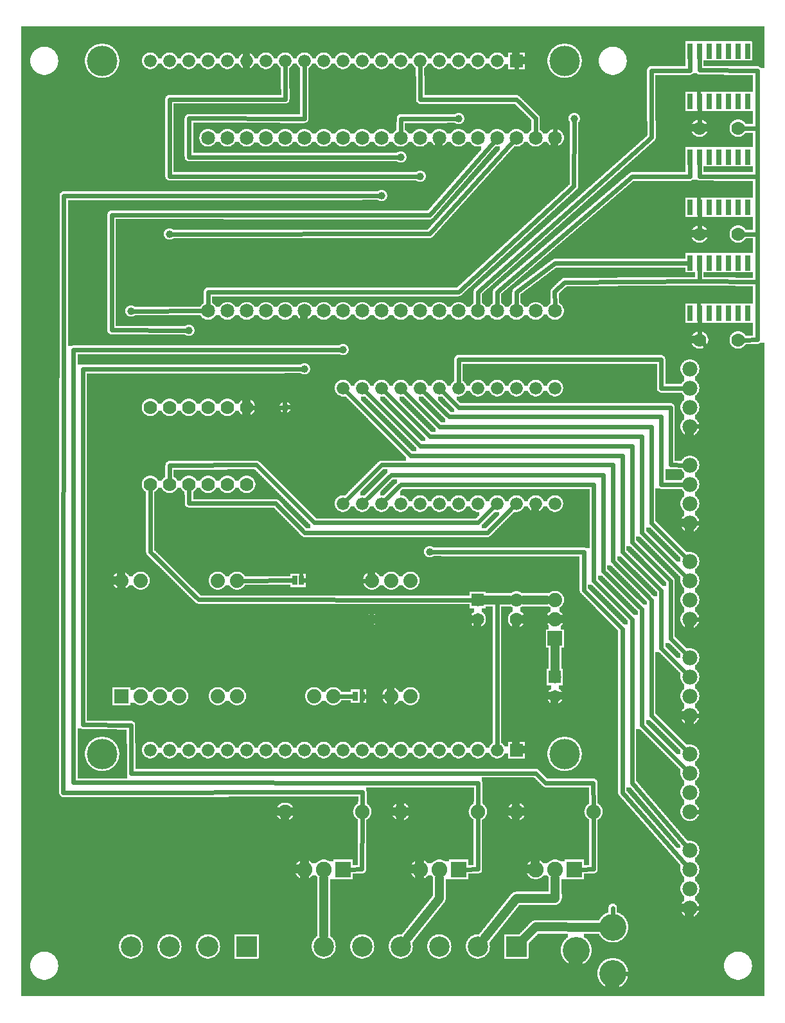
<source format=gbl>
G04 MADE WITH FRITZING*
G04 WWW.FRITZING.ORG*
G04 DOUBLE SIDED*
G04 HOLES PLATED*
G04 CONTOUR ON CENTER OF CONTOUR VECTOR*
%ASAXBY*%
%FSLAX23Y23*%
%MOIN*%
%OFA0B0*%
%SFA1.0B1.0*%
%ADD10C,0.075000*%
%ADD11C,0.078000*%
%ADD12C,0.105354*%
%ADD13C,0.074000*%
%ADD14C,0.066000*%
%ADD15C,0.158110*%
%ADD16C,0.071858*%
%ADD17C,0.140000*%
%ADD18C,0.070000*%
%ADD19C,0.082000*%
%ADD20C,0.065000*%
%ADD21C,0.039370*%
%ADD22R,0.105354X0.105354*%
%ADD23R,0.074000X0.074000*%
%ADD24R,0.066000X0.066000*%
%ADD25R,0.082000X0.082000*%
%ADD26R,0.026000X0.080000*%
%ADD27R,0.025000X0.050000*%
%ADD28C,0.024000*%
%ADD29C,0.048000*%
%ADD30R,0.001000X0.001000*%
%LNCOPPER0*%
G90*
G70*
G54D10*
X3408Y4763D03*
X3227Y4211D03*
X3260Y4937D03*
G54D11*
X3510Y1499D03*
X3510Y1599D03*
X3510Y1699D03*
X3510Y1799D03*
X3510Y1499D03*
X3510Y1599D03*
X3510Y1699D03*
X3510Y1799D03*
X3510Y1999D03*
X3510Y2099D03*
X3510Y2199D03*
X3510Y2299D03*
X3510Y1999D03*
X3510Y2099D03*
X3510Y2199D03*
X3510Y2299D03*
X3510Y2499D03*
X3510Y2599D03*
X3510Y2699D03*
X3510Y2799D03*
X3510Y2499D03*
X3510Y2599D03*
X3510Y2699D03*
X3510Y2799D03*
X3510Y999D03*
X3510Y1099D03*
X3510Y1199D03*
X3510Y1299D03*
X3510Y999D03*
X3510Y1099D03*
X3510Y1199D03*
X3510Y1299D03*
X3510Y499D03*
X3510Y599D03*
X3510Y699D03*
X3510Y799D03*
X3510Y499D03*
X3510Y599D03*
X3510Y699D03*
X3510Y799D03*
X3510Y2999D03*
X3510Y3099D03*
X3510Y3199D03*
X3510Y3299D03*
X3510Y2999D03*
X3510Y3099D03*
X3510Y3199D03*
X3510Y3299D03*
G54D12*
X2610Y299D03*
X2410Y299D03*
X2210Y299D03*
X2010Y299D03*
X1810Y299D03*
X1610Y299D03*
X2610Y299D03*
X2410Y299D03*
X2210Y299D03*
X2010Y299D03*
X1810Y299D03*
X1610Y299D03*
X1210Y299D03*
X1010Y299D03*
X810Y299D03*
X610Y299D03*
X1210Y299D03*
X1010Y299D03*
X810Y299D03*
X610Y299D03*
G54D13*
X1160Y2199D03*
X1060Y1599D03*
X1560Y1599D03*
X1060Y2199D03*
X1660Y1599D03*
X1160Y1599D03*
X1960Y1599D03*
X2060Y1599D03*
X1860Y2199D03*
X1960Y2199D03*
X2060Y2199D03*
X560Y1599D03*
X660Y1599D03*
X760Y1599D03*
X860Y1599D03*
X660Y2199D03*
X560Y2199D03*
X1160Y2199D03*
X1060Y1599D03*
X1560Y1599D03*
X1060Y2199D03*
X1660Y1599D03*
X1160Y1599D03*
X1960Y1599D03*
X2060Y1599D03*
X1860Y2199D03*
X1960Y2199D03*
X2060Y2199D03*
X560Y1599D03*
X660Y1599D03*
X760Y1599D03*
X860Y1599D03*
X660Y2199D03*
X560Y2199D03*
G54D14*
X1110Y4899D03*
X710Y4899D03*
G54D15*
X2860Y1299D03*
G54D14*
X1310Y4899D03*
X910Y4899D03*
G54D15*
X2860Y4899D03*
G54D14*
X1210Y4899D03*
X1010Y4899D03*
X810Y4899D03*
G54D15*
X460Y4899D03*
X460Y1299D03*
G54D14*
X2610Y1319D03*
X2510Y1319D03*
X2410Y1319D03*
X2310Y1319D03*
X2210Y1319D03*
X2110Y1319D03*
X2010Y1319D03*
X1910Y1319D03*
X1810Y1319D03*
X1710Y1319D03*
X1610Y1319D03*
X1510Y1319D03*
X1410Y1319D03*
X1310Y1319D03*
X1210Y1319D03*
X1110Y1319D03*
X1010Y1319D03*
X910Y1319D03*
X810Y1319D03*
X710Y1319D03*
X2610Y4899D03*
X2510Y4899D03*
X2410Y4899D03*
X2310Y4899D03*
X2210Y4899D03*
X2110Y4899D03*
X2010Y4899D03*
X1910Y4899D03*
X1810Y4899D03*
X1710Y4899D03*
X1610Y4899D03*
X1510Y4899D03*
X1410Y4899D03*
G54D16*
X2810Y3600D03*
X2710Y3600D03*
X2611Y3600D03*
X2510Y3600D03*
X2411Y3600D03*
X2310Y3600D03*
X2210Y3600D03*
X2111Y3600D03*
X2010Y3600D03*
X1911Y3600D03*
X1810Y3600D03*
X1710Y3600D03*
X1611Y3600D03*
X1510Y3600D03*
X1411Y3600D03*
X1310Y3600D03*
X1211Y3600D03*
X1111Y3600D03*
X1010Y3600D03*
X1010Y4499D03*
X1111Y4499D03*
X1211Y4499D03*
X1310Y4499D03*
X1411Y4499D03*
X1510Y4499D03*
X1611Y4499D03*
X1710Y4499D03*
X1810Y4499D03*
X1911Y4499D03*
X2010Y4499D03*
X2111Y4499D03*
X2210Y4499D03*
X2310Y4499D03*
X2411Y4499D03*
X2510Y4499D03*
X2611Y4499D03*
X2710Y4499D03*
X2810Y4499D03*
X2810Y3600D03*
X2710Y3600D03*
X2611Y3600D03*
X2510Y3600D03*
X2411Y3600D03*
X2310Y3600D03*
X2210Y3600D03*
X2111Y3600D03*
X2010Y3600D03*
X1911Y3600D03*
X1810Y3600D03*
X1710Y3600D03*
X1611Y3600D03*
X1510Y3600D03*
X1411Y3600D03*
X1310Y3600D03*
X1211Y3600D03*
X1111Y3600D03*
X1010Y3600D03*
X1010Y4499D03*
X1111Y4499D03*
X1211Y4499D03*
X1310Y4499D03*
X1411Y4499D03*
X1510Y4499D03*
X1611Y4499D03*
X1710Y4499D03*
X1810Y4499D03*
X1911Y4499D03*
X2010Y4499D03*
X2111Y4499D03*
X2210Y4499D03*
X2310Y4499D03*
X2411Y4499D03*
X2510Y4499D03*
X2611Y4499D03*
X2710Y4499D03*
X2810Y4499D03*
G54D17*
X3110Y399D03*
X3110Y159D03*
X2920Y279D03*
X3110Y399D03*
X3110Y159D03*
X2920Y279D03*
G54D18*
X1110Y3099D03*
X1010Y3099D03*
X910Y3099D03*
X810Y3099D03*
X710Y3099D03*
X1210Y2699D03*
X1110Y2699D03*
X1010Y2699D03*
X910Y2699D03*
X810Y2699D03*
X710Y2699D03*
X1210Y3099D03*
X1110Y3099D03*
X1010Y3099D03*
X910Y3099D03*
X810Y3099D03*
X710Y3099D03*
X1210Y2699D03*
X1110Y2699D03*
X1010Y2699D03*
X910Y2699D03*
X810Y2699D03*
X710Y2699D03*
X1210Y3099D03*
G54D14*
X1710Y3199D03*
X1810Y3199D03*
X1910Y3199D03*
X2010Y3199D03*
X2110Y3199D03*
X2210Y3199D03*
X2310Y3199D03*
X2410Y3199D03*
X2510Y3199D03*
X2610Y3199D03*
X2710Y3199D03*
X2810Y3199D03*
X2810Y2599D03*
X2710Y2599D03*
X2610Y2599D03*
X2510Y2599D03*
X2410Y2599D03*
X2310Y2599D03*
X2210Y2599D03*
X2110Y2599D03*
X2010Y2599D03*
X1910Y2599D03*
X1810Y2599D03*
X1710Y2599D03*
X1710Y3199D03*
X1810Y3199D03*
X1910Y3199D03*
X2010Y3199D03*
X2110Y3199D03*
X2210Y3199D03*
X2310Y3199D03*
X2410Y3199D03*
X2510Y3199D03*
X2610Y3199D03*
X2710Y3199D03*
X2810Y3199D03*
X2810Y2599D03*
X2710Y2599D03*
X2610Y2599D03*
X2510Y2599D03*
X2410Y2599D03*
X2310Y2599D03*
X2210Y2599D03*
X2110Y2599D03*
X2010Y2599D03*
X1910Y2599D03*
X1810Y2599D03*
X1710Y2599D03*
G54D19*
X2310Y699D03*
X2210Y699D03*
X2110Y699D03*
X2310Y699D03*
X2210Y699D03*
X2110Y699D03*
X1710Y699D03*
X1610Y699D03*
X1510Y699D03*
X1710Y699D03*
X1610Y699D03*
X1510Y699D03*
X2910Y699D03*
X2810Y699D03*
X2710Y699D03*
X2910Y699D03*
X2810Y699D03*
X2710Y699D03*
G54D10*
X3010Y999D03*
X2610Y999D03*
X3010Y999D03*
X2610Y999D03*
X2410Y999D03*
X2010Y999D03*
X2410Y999D03*
X2010Y999D03*
X1810Y999D03*
X1410Y999D03*
X1810Y999D03*
X1410Y999D03*
G54D13*
X2810Y1899D03*
X2810Y1999D03*
X2810Y2099D03*
X2810Y1899D03*
X2810Y1999D03*
X2810Y2099D03*
X2810Y1899D03*
X2810Y1999D03*
X2810Y2099D03*
G54D20*
X2810Y1699D03*
X2810Y1599D03*
X2810Y1699D03*
X2810Y1599D03*
X2810Y1699D03*
X2810Y1599D03*
X2410Y1999D03*
X2410Y2099D03*
X2410Y1999D03*
X2410Y2099D03*
X2410Y1999D03*
X2410Y2099D03*
G54D18*
X2610Y1999D03*
X2610Y2099D03*
X2610Y1999D03*
X2610Y2099D03*
X3760Y3449D03*
X3560Y3449D03*
X3760Y3449D03*
X3560Y3449D03*
X3760Y3999D03*
X3560Y3999D03*
X3760Y3999D03*
X3560Y3999D03*
X3760Y4549D03*
X3560Y4549D03*
X3760Y4549D03*
X3560Y4549D03*
G54D21*
X2310Y4599D03*
X1910Y4199D03*
X2010Y4399D03*
X2111Y4299D03*
X1510Y3299D03*
X2160Y2349D03*
X810Y3999D03*
X610Y3599D03*
X1710Y3399D03*
X2910Y4599D03*
X910Y3499D03*
X1410Y3099D03*
X1861Y1998D03*
G54D22*
X2610Y299D03*
X2610Y299D03*
X1210Y299D03*
X1210Y299D03*
G54D23*
X560Y1599D03*
X560Y1599D03*
G54D24*
X2610Y1319D03*
X2610Y4899D03*
G54D25*
X2310Y699D03*
X2310Y699D03*
X1710Y699D03*
X1710Y699D03*
X2910Y699D03*
X2910Y699D03*
G54D26*
X3810Y3588D03*
X3760Y3588D03*
X3710Y3588D03*
X3660Y3588D03*
X3610Y3588D03*
X3560Y3588D03*
X3510Y3588D03*
X3510Y3849D03*
X3560Y3849D03*
X3610Y3849D03*
X3660Y3849D03*
X3710Y3849D03*
X3760Y3849D03*
X3810Y3849D03*
X3810Y4138D03*
X3760Y4138D03*
X3710Y4138D03*
X3660Y4138D03*
X3610Y4138D03*
X3560Y4138D03*
X3510Y4138D03*
X3510Y4399D03*
X3560Y4399D03*
X3610Y4399D03*
X3660Y4399D03*
X3710Y4399D03*
X3760Y4399D03*
X3810Y4399D03*
X3810Y4688D03*
X3760Y4688D03*
X3710Y4688D03*
X3660Y4688D03*
X3610Y4688D03*
X3560Y4688D03*
X3510Y4688D03*
X3510Y4949D03*
X3560Y4949D03*
X3610Y4949D03*
X3660Y4949D03*
X3710Y4949D03*
X3760Y4949D03*
X3810Y4949D03*
G54D27*
X1775Y1599D03*
X1810Y1599D03*
X1495Y2200D03*
X1460Y2200D03*
G54D28*
X3410Y2800D02*
X3480Y2799D01*
D02*
X3410Y3099D02*
X3410Y2800D01*
D02*
X2310Y3099D02*
X3410Y3099D01*
D02*
X3361Y3198D02*
X3480Y3199D01*
D02*
X3361Y3349D02*
X3361Y3198D01*
D02*
X2310Y3230D02*
X2310Y3349D01*
D02*
X2310Y3349D02*
X3361Y3349D01*
D02*
X3361Y1849D02*
X3489Y1720D01*
D02*
X3410Y1899D02*
X3489Y1820D01*
D02*
X3410Y2198D02*
X3410Y1899D01*
D02*
X3361Y2149D02*
X3361Y1849D01*
D02*
X2111Y2899D02*
X3211Y2899D01*
D02*
X3211Y2899D02*
X3211Y2399D01*
D02*
X1832Y3177D02*
X2111Y2899D01*
D02*
X3211Y2399D02*
X3410Y2198D01*
D02*
X2160Y2948D02*
X3262Y2948D01*
D02*
X3262Y2948D02*
X3262Y2448D01*
D02*
X2211Y2999D02*
X3310Y2999D01*
D02*
X3310Y2999D02*
X3310Y2499D01*
D02*
X1932Y3177D02*
X2160Y2948D01*
D02*
X3262Y2448D02*
X3489Y2220D01*
D02*
X2032Y3177D02*
X2211Y2999D01*
D02*
X3310Y2499D02*
X3489Y2320D01*
D02*
X2261Y3050D02*
X3361Y3050D01*
D02*
X3361Y3050D02*
X3361Y2698D01*
D02*
X2132Y3178D02*
X2261Y3050D01*
D02*
X3361Y2698D02*
X3480Y2699D01*
D02*
X2232Y3177D02*
X2310Y3099D01*
D02*
X3460Y148D02*
X3172Y157D01*
D02*
X3610Y299D02*
X3460Y148D01*
D02*
X2961Y2349D02*
X2961Y2149D01*
D02*
X2961Y2149D02*
X3160Y1948D01*
D02*
X3160Y1948D02*
X3160Y1099D01*
D02*
X2179Y2349D02*
X2961Y2349D01*
D02*
X3160Y1099D02*
X3491Y722D01*
D02*
X3012Y2198D02*
X3211Y1999D01*
D02*
X3211Y1999D02*
X3211Y1149D01*
D02*
X3262Y2050D02*
X3262Y1448D01*
D02*
X3060Y2249D02*
X3262Y2050D01*
D02*
X3310Y1499D02*
X3489Y1320D01*
D02*
X3111Y2300D02*
X3310Y2099D01*
D02*
X3160Y2349D02*
X3361Y2149D01*
D02*
X3211Y1149D02*
X3491Y822D01*
D02*
X3262Y1448D02*
X3489Y1220D01*
D02*
X3060Y2749D02*
X3060Y2249D01*
D02*
X1832Y2621D02*
X1961Y2749D01*
D02*
X1961Y2749D02*
X3060Y2749D01*
D02*
X3012Y2698D02*
X3012Y2198D01*
D02*
X1932Y2621D02*
X2011Y2698D01*
D02*
X2011Y2698D02*
X3012Y2698D01*
D02*
X1910Y2800D02*
X3111Y2800D01*
D02*
X3111Y2800D02*
X3111Y2300D01*
D02*
X1732Y2621D02*
X1910Y2800D01*
D02*
X3310Y2099D02*
X3310Y1499D01*
D02*
X2060Y2849D02*
X3160Y2849D01*
D02*
X3160Y2849D02*
X3160Y2349D01*
D02*
X1732Y3177D02*
X2060Y2849D01*
D02*
X3612Y3400D02*
X3612Y3000D01*
D02*
X3579Y3431D02*
X3612Y3400D01*
D02*
X3612Y3000D02*
X3612Y2499D01*
D02*
X3541Y3000D02*
X3612Y3000D01*
D02*
X3612Y2499D02*
X3612Y2000D01*
D02*
X3541Y2499D02*
X3612Y2499D01*
D02*
X3612Y2000D02*
X3612Y1498D01*
D02*
X3541Y1999D02*
X3612Y2000D01*
D02*
X3612Y1498D02*
X3612Y999D01*
D02*
X3541Y1499D02*
X3612Y1498D01*
D02*
X3612Y999D02*
X3612Y500D01*
D02*
X3541Y999D02*
X3612Y999D01*
D02*
X3612Y500D02*
X3610Y299D01*
D02*
X3541Y499D02*
X3612Y500D01*
D02*
X3110Y499D02*
X3110Y399D01*
G54D29*
D02*
X2210Y549D02*
X2045Y342D01*
D02*
X2210Y656D02*
X2210Y549D01*
D02*
X1610Y656D02*
X1610Y354D01*
D02*
X2610Y549D02*
X2445Y342D01*
D02*
X3038Y399D02*
X2710Y400D01*
D02*
X2710Y400D02*
X2649Y338D01*
D02*
X2811Y656D02*
X2811Y549D01*
D02*
X2811Y549D02*
X2610Y549D01*
D02*
X2446Y2099D02*
X2573Y2099D01*
D02*
X2648Y2099D02*
X2769Y2099D01*
G54D28*
D02*
X2510Y2099D02*
X2584Y2099D01*
D02*
X2510Y1350D02*
X2510Y2099D01*
G54D29*
D02*
X2648Y1999D02*
X2769Y1999D01*
G54D28*
D02*
X3860Y3999D02*
X3787Y3999D01*
D02*
X3860Y4299D02*
X3860Y3999D01*
D02*
X3560Y4299D02*
X3860Y4299D01*
D02*
X3560Y4365D02*
X3560Y4299D01*
D02*
X3860Y3750D02*
X3561Y3754D01*
D02*
X3561Y3754D02*
X3561Y3815D01*
D02*
X3787Y3449D02*
X3860Y3450D01*
D02*
X3860Y3450D02*
X3860Y3750D01*
D02*
X2809Y3700D02*
X2861Y3749D01*
D02*
X2861Y3749D02*
X3561Y3754D01*
D02*
X2810Y3630D02*
X2809Y3700D01*
D02*
X3860Y4548D02*
X3860Y4299D01*
D02*
X3860Y3999D02*
X3860Y3750D01*
D02*
X3860Y4548D02*
X3860Y4848D01*
D02*
X3860Y4848D02*
X3560Y4850D01*
D02*
X3560Y4850D02*
X3560Y4915D01*
D02*
X3787Y4549D02*
X3860Y4548D01*
D02*
X3560Y4654D02*
X3560Y4575D01*
D02*
X3560Y4104D02*
X3560Y4025D01*
D02*
X961Y2101D02*
X2386Y2099D01*
D02*
X711Y2348D02*
X961Y2101D01*
D02*
X710Y2668D02*
X711Y2348D01*
D02*
X2612Y4798D02*
X2810Y4600D01*
D02*
X2810Y4600D02*
X2810Y4530D01*
D02*
X2611Y4868D02*
X2612Y4798D01*
D02*
X2112Y4698D02*
X2610Y4699D01*
D02*
X2111Y4868D02*
X2112Y4698D01*
D02*
X2710Y4600D02*
X2710Y4530D01*
D02*
X2610Y4699D02*
X2710Y4600D01*
D02*
X3511Y4365D02*
X3511Y4298D01*
D02*
X2510Y3699D02*
X2510Y3630D01*
D02*
X3210Y4298D02*
X2510Y3699D01*
D02*
X3511Y4298D02*
X3210Y4298D01*
D02*
X3511Y4915D02*
X3511Y4849D01*
D02*
X3310Y4849D02*
X3311Y4500D01*
D02*
X2410Y3699D02*
X2410Y3630D01*
D02*
X3311Y4500D02*
X2410Y3699D01*
D02*
X3511Y4849D02*
X3310Y4849D01*
D02*
X2291Y4599D02*
X2011Y4599D01*
D02*
X2011Y4599D02*
X2011Y4530D01*
D02*
X1510Y4868D02*
X1510Y4599D01*
D02*
X1510Y4599D02*
X911Y4600D01*
D02*
X911Y4600D02*
X911Y4399D01*
D02*
X911Y4399D02*
X1991Y4399D01*
D02*
X1891Y4199D02*
X262Y4199D01*
D02*
X262Y4199D02*
X259Y1098D01*
D02*
X259Y1098D02*
X1812Y1100D01*
D02*
X1812Y1100D02*
X1811Y1028D01*
D02*
X2810Y3848D02*
X3503Y3849D01*
D02*
X2611Y3630D02*
X2611Y3699D01*
D02*
X2611Y3699D02*
X2810Y3848D01*
D02*
X810Y4699D02*
X810Y4299D01*
D02*
X810Y4299D02*
X2092Y4299D01*
D02*
X1411Y4699D02*
X810Y4699D01*
D02*
X1411Y4868D02*
X1411Y4699D01*
D02*
X2160Y4098D02*
X2490Y4476D01*
D02*
X510Y3500D02*
X510Y4099D01*
D02*
X510Y4099D02*
X2160Y4098D01*
D02*
X2160Y4000D02*
X2590Y4477D01*
D02*
X829Y3999D02*
X2160Y4000D01*
D02*
X891Y3499D02*
X510Y3500D01*
D02*
X1491Y3299D02*
X360Y3299D01*
D02*
X911Y2600D02*
X911Y2668D01*
D02*
X1361Y2600D02*
X911Y2600D01*
D02*
X1511Y2448D02*
X1361Y2600D01*
D02*
X2461Y2448D02*
X1511Y2448D01*
D02*
X2589Y2577D02*
X2461Y2448D01*
D02*
X811Y2798D02*
X811Y2730D01*
D02*
X1262Y2800D02*
X811Y2798D01*
D02*
X1561Y2500D02*
X1262Y2800D01*
D02*
X2411Y2500D02*
X1561Y2500D01*
D02*
X2489Y2577D02*
X2411Y2500D01*
G54D29*
D02*
X2810Y1857D02*
X2810Y1735D01*
G54D28*
D02*
X980Y3600D02*
X629Y3599D01*
D02*
X1691Y3399D02*
X312Y3398D01*
D02*
X2910Y4580D02*
X2909Y4248D01*
D02*
X2909Y4248D02*
X2310Y3699D01*
D02*
X2310Y3699D02*
X1010Y3699D01*
D02*
X1010Y3699D02*
X1010Y3630D01*
D02*
X312Y3398D02*
X312Y1150D01*
D02*
X312Y1150D02*
X2412Y1148D01*
D02*
X2412Y1148D02*
X2411Y1028D01*
D02*
X360Y1450D02*
X610Y1449D01*
D02*
X610Y1449D02*
X612Y1199D01*
D02*
X360Y3299D02*
X360Y1450D01*
D02*
X2761Y1148D02*
X3009Y1148D01*
D02*
X2711Y1199D02*
X2761Y1148D01*
D02*
X612Y1199D02*
X2711Y1199D01*
D02*
X3009Y1148D02*
X3010Y1028D01*
D02*
X3561Y3500D02*
X3561Y3475D01*
D02*
X3561Y3554D02*
X3561Y3500D01*
D02*
X2411Y700D02*
X2343Y699D01*
D02*
X2411Y971D02*
X2411Y700D01*
D02*
X1743Y699D02*
X1809Y700D01*
D02*
X1809Y700D02*
X1810Y971D01*
D02*
X2943Y699D02*
X3010Y700D01*
D02*
X3010Y700D02*
X3010Y971D01*
G54D29*
D02*
X560Y2101D02*
X662Y1999D01*
D02*
X662Y1999D02*
X2374Y1999D01*
D02*
X560Y2157D02*
X560Y2100D01*
G54D28*
D02*
X1242Y3099D02*
X1391Y3099D01*
D02*
X1929Y1599D02*
X1817Y1599D01*
D02*
X1692Y1599D02*
X1768Y1599D01*
G54D29*
D02*
X2374Y1999D02*
X1891Y1998D01*
G54D28*
D02*
X1502Y2200D02*
X1829Y2199D01*
D02*
X1192Y2199D02*
X1453Y2200D01*
G36*
X3526Y4834D02*
X3526Y4832D01*
X3524Y4832D01*
X3524Y4830D01*
X3520Y4830D01*
X3520Y4828D01*
X3514Y4828D01*
X3514Y4826D01*
X3332Y4826D01*
X3332Y4594D01*
X3770Y4594D01*
X3770Y4592D01*
X3776Y4592D01*
X3776Y4590D01*
X3780Y4590D01*
X3780Y4588D01*
X3784Y4588D01*
X3784Y4586D01*
X3788Y4586D01*
X3788Y4584D01*
X3790Y4584D01*
X3790Y4582D01*
X3792Y4582D01*
X3792Y4580D01*
X3794Y4580D01*
X3794Y4578D01*
X3796Y4578D01*
X3796Y4576D01*
X3798Y4576D01*
X3798Y4572D01*
X3800Y4572D01*
X3800Y4570D01*
X3838Y4570D01*
X3838Y4638D01*
X3488Y4638D01*
X3488Y4738D01*
X3838Y4738D01*
X3838Y4826D01*
X3688Y4826D01*
X3688Y4828D01*
X3552Y4828D01*
X3552Y4830D01*
X3548Y4830D01*
X3548Y4832D01*
X3546Y4832D01*
X3546Y4834D01*
X3526Y4834D01*
G37*
D02*
G36*
X3332Y4594D02*
X3332Y4588D01*
X3334Y4588D01*
X3334Y4504D01*
X3552Y4504D01*
X3552Y4506D01*
X3544Y4506D01*
X3544Y4508D01*
X3540Y4508D01*
X3540Y4510D01*
X3536Y4510D01*
X3536Y4512D01*
X3534Y4512D01*
X3534Y4514D01*
X3532Y4514D01*
X3532Y4516D01*
X3528Y4516D01*
X3528Y4520D01*
X3526Y4520D01*
X3526Y4522D01*
X3524Y4522D01*
X3524Y4524D01*
X3522Y4524D01*
X3522Y4528D01*
X3520Y4528D01*
X3520Y4532D01*
X3518Y4532D01*
X3518Y4538D01*
X3516Y4538D01*
X3516Y4560D01*
X3518Y4560D01*
X3518Y4566D01*
X3520Y4566D01*
X3520Y4570D01*
X3522Y4570D01*
X3522Y4574D01*
X3524Y4574D01*
X3524Y4576D01*
X3526Y4576D01*
X3526Y4578D01*
X3528Y4578D01*
X3528Y4582D01*
X3532Y4582D01*
X3532Y4584D01*
X3534Y4584D01*
X3534Y4586D01*
X3536Y4586D01*
X3536Y4588D01*
X3540Y4588D01*
X3540Y4590D01*
X3544Y4590D01*
X3544Y4592D01*
X3552Y4592D01*
X3552Y4594D01*
X3332Y4594D01*
G37*
D02*
G36*
X3570Y4594D02*
X3570Y4592D01*
X3576Y4592D01*
X3576Y4590D01*
X3580Y4590D01*
X3580Y4588D01*
X3584Y4588D01*
X3584Y4586D01*
X3588Y4586D01*
X3588Y4584D01*
X3590Y4584D01*
X3590Y4582D01*
X3592Y4582D01*
X3592Y4580D01*
X3594Y4580D01*
X3594Y4578D01*
X3596Y4578D01*
X3596Y4576D01*
X3598Y4576D01*
X3598Y4572D01*
X3600Y4572D01*
X3600Y4568D01*
X3602Y4568D01*
X3602Y4562D01*
X3604Y4562D01*
X3604Y4554D01*
X3606Y4554D01*
X3606Y4544D01*
X3604Y4544D01*
X3604Y4536D01*
X3602Y4536D01*
X3602Y4530D01*
X3600Y4530D01*
X3600Y4526D01*
X3598Y4526D01*
X3598Y4524D01*
X3596Y4524D01*
X3596Y4520D01*
X3594Y4520D01*
X3594Y4518D01*
X3592Y4518D01*
X3592Y4516D01*
X3590Y4516D01*
X3590Y4514D01*
X3588Y4514D01*
X3588Y4512D01*
X3584Y4512D01*
X3584Y4510D01*
X3580Y4510D01*
X3580Y4508D01*
X3576Y4508D01*
X3576Y4506D01*
X3570Y4506D01*
X3570Y4504D01*
X3752Y4504D01*
X3752Y4506D01*
X3744Y4506D01*
X3744Y4508D01*
X3740Y4508D01*
X3740Y4510D01*
X3736Y4510D01*
X3736Y4512D01*
X3734Y4512D01*
X3734Y4514D01*
X3732Y4514D01*
X3732Y4516D01*
X3728Y4516D01*
X3728Y4520D01*
X3726Y4520D01*
X3726Y4522D01*
X3724Y4522D01*
X3724Y4524D01*
X3722Y4524D01*
X3722Y4528D01*
X3720Y4528D01*
X3720Y4532D01*
X3718Y4532D01*
X3718Y4538D01*
X3716Y4538D01*
X3716Y4560D01*
X3718Y4560D01*
X3718Y4566D01*
X3720Y4566D01*
X3720Y4570D01*
X3722Y4570D01*
X3722Y4574D01*
X3724Y4574D01*
X3724Y4576D01*
X3726Y4576D01*
X3726Y4578D01*
X3728Y4578D01*
X3728Y4582D01*
X3732Y4582D01*
X3732Y4584D01*
X3734Y4584D01*
X3734Y4586D01*
X3736Y4586D01*
X3736Y4588D01*
X3740Y4588D01*
X3740Y4590D01*
X3744Y4590D01*
X3744Y4592D01*
X3752Y4592D01*
X3752Y4594D01*
X3570Y4594D01*
G37*
D02*
G36*
X3798Y4526D02*
X3798Y4524D01*
X3796Y4524D01*
X3796Y4520D01*
X3794Y4520D01*
X3794Y4518D01*
X3792Y4518D01*
X3792Y4516D01*
X3790Y4516D01*
X3790Y4514D01*
X3788Y4514D01*
X3788Y4512D01*
X3784Y4512D01*
X3784Y4510D01*
X3780Y4510D01*
X3780Y4508D01*
X3776Y4508D01*
X3776Y4506D01*
X3770Y4506D01*
X3770Y4504D01*
X3838Y4504D01*
X3838Y4526D01*
X3798Y4526D01*
G37*
D02*
G36*
X3334Y4504D02*
X3334Y4502D01*
X3838Y4502D01*
X3838Y4504D01*
X3334Y4504D01*
G37*
D02*
G36*
X3334Y4504D02*
X3334Y4502D01*
X3838Y4502D01*
X3838Y4504D01*
X3334Y4504D01*
G37*
D02*
G36*
X3334Y4504D02*
X3334Y4502D01*
X3838Y4502D01*
X3838Y4504D01*
X3334Y4504D01*
G37*
D02*
G36*
X3334Y4502D02*
X3334Y4496D01*
X3332Y4496D01*
X3332Y4490D01*
X3330Y4490D01*
X3330Y4488D01*
X3328Y4488D01*
X3328Y4484D01*
X3326Y4484D01*
X3326Y4482D01*
X3322Y4482D01*
X3322Y4480D01*
X3320Y4480D01*
X3320Y4478D01*
X3318Y4478D01*
X3318Y4476D01*
X3316Y4476D01*
X3316Y4474D01*
X3314Y4474D01*
X3314Y4472D01*
X3312Y4472D01*
X3312Y4470D01*
X3310Y4470D01*
X3310Y4468D01*
X3308Y4468D01*
X3308Y4466D01*
X3304Y4466D01*
X3304Y4464D01*
X3302Y4464D01*
X3302Y4462D01*
X3300Y4462D01*
X3300Y4460D01*
X3298Y4460D01*
X3298Y4458D01*
X3296Y4458D01*
X3296Y4456D01*
X3294Y4456D01*
X3294Y4454D01*
X3292Y4454D01*
X3292Y4452D01*
X3290Y4452D01*
X3290Y4450D01*
X3286Y4450D01*
X3286Y4448D01*
X3284Y4448D01*
X3284Y4446D01*
X3282Y4446D01*
X3282Y4444D01*
X3280Y4444D01*
X3280Y4442D01*
X3278Y4442D01*
X3278Y4440D01*
X3276Y4440D01*
X3276Y4438D01*
X3274Y4438D01*
X3274Y4436D01*
X3272Y4436D01*
X3272Y4434D01*
X3268Y4434D01*
X3268Y4432D01*
X3266Y4432D01*
X3266Y4430D01*
X3264Y4430D01*
X3264Y4428D01*
X3262Y4428D01*
X3262Y4426D01*
X3260Y4426D01*
X3260Y4424D01*
X3258Y4424D01*
X3258Y4422D01*
X3256Y4422D01*
X3256Y4420D01*
X3254Y4420D01*
X3254Y4418D01*
X3250Y4418D01*
X3250Y4416D01*
X3248Y4416D01*
X3248Y4414D01*
X3246Y4414D01*
X3246Y4412D01*
X3244Y4412D01*
X3244Y4410D01*
X3242Y4410D01*
X3242Y4408D01*
X3240Y4408D01*
X3240Y4406D01*
X3238Y4406D01*
X3238Y4404D01*
X3236Y4404D01*
X3236Y4402D01*
X3232Y4402D01*
X3232Y4400D01*
X3230Y4400D01*
X3230Y4398D01*
X3228Y4398D01*
X3228Y4396D01*
X3226Y4396D01*
X3226Y4394D01*
X3224Y4394D01*
X3224Y4392D01*
X3222Y4392D01*
X3222Y4390D01*
X3220Y4390D01*
X3220Y4388D01*
X3218Y4388D01*
X3218Y4386D01*
X3214Y4386D01*
X3214Y4384D01*
X3212Y4384D01*
X3212Y4382D01*
X3210Y4382D01*
X3210Y4380D01*
X3208Y4380D01*
X3208Y4378D01*
X3206Y4378D01*
X3206Y4376D01*
X3204Y4376D01*
X3204Y4374D01*
X3202Y4374D01*
X3202Y4372D01*
X3200Y4372D01*
X3200Y4370D01*
X3196Y4370D01*
X3196Y4368D01*
X3194Y4368D01*
X3194Y4366D01*
X3192Y4366D01*
X3192Y4364D01*
X3190Y4364D01*
X3190Y4362D01*
X3188Y4362D01*
X3188Y4360D01*
X3186Y4360D01*
X3186Y4358D01*
X3184Y4358D01*
X3184Y4356D01*
X3182Y4356D01*
X3182Y4354D01*
X3178Y4354D01*
X3178Y4352D01*
X3176Y4352D01*
X3176Y4350D01*
X3174Y4350D01*
X3174Y4348D01*
X3172Y4348D01*
X3172Y4346D01*
X3170Y4346D01*
X3170Y4344D01*
X3168Y4344D01*
X3168Y4342D01*
X3166Y4342D01*
X3166Y4340D01*
X3164Y4340D01*
X3164Y4338D01*
X3160Y4338D01*
X3160Y4336D01*
X3158Y4336D01*
X3158Y4334D01*
X3156Y4334D01*
X3156Y4332D01*
X3154Y4332D01*
X3154Y4330D01*
X3152Y4330D01*
X3152Y4328D01*
X3150Y4328D01*
X3150Y4326D01*
X3148Y4326D01*
X3148Y4324D01*
X3146Y4324D01*
X3146Y4322D01*
X3142Y4322D01*
X3142Y4320D01*
X3140Y4320D01*
X3140Y4318D01*
X3138Y4318D01*
X3138Y4316D01*
X3136Y4316D01*
X3136Y4314D01*
X3134Y4314D01*
X3134Y4312D01*
X3132Y4312D01*
X3132Y4310D01*
X3130Y4310D01*
X3130Y4308D01*
X3128Y4308D01*
X3128Y4306D01*
X3124Y4306D01*
X3124Y4304D01*
X3122Y4304D01*
X3122Y4302D01*
X3120Y4302D01*
X3120Y4300D01*
X3118Y4300D01*
X3118Y4298D01*
X3116Y4298D01*
X3116Y4296D01*
X3114Y4296D01*
X3114Y4294D01*
X3112Y4294D01*
X3112Y4292D01*
X3110Y4292D01*
X3110Y4290D01*
X3106Y4290D01*
X3106Y4288D01*
X3104Y4288D01*
X3104Y4286D01*
X3102Y4286D01*
X3102Y4284D01*
X3100Y4284D01*
X3100Y4282D01*
X3098Y4282D01*
X3098Y4280D01*
X3096Y4280D01*
X3096Y4278D01*
X3094Y4278D01*
X3094Y4276D01*
X3092Y4276D01*
X3092Y4274D01*
X3088Y4274D01*
X3088Y4272D01*
X3086Y4272D01*
X3086Y4270D01*
X3084Y4270D01*
X3084Y4268D01*
X3082Y4268D01*
X3082Y4266D01*
X3080Y4266D01*
X3080Y4264D01*
X3078Y4264D01*
X3078Y4262D01*
X3076Y4262D01*
X3076Y4260D01*
X3074Y4260D01*
X3074Y4258D01*
X3070Y4258D01*
X3070Y4256D01*
X3068Y4256D01*
X3068Y4254D01*
X3066Y4254D01*
X3066Y4252D01*
X3064Y4252D01*
X3064Y4250D01*
X3062Y4250D01*
X3062Y4248D01*
X3060Y4248D01*
X3060Y4246D01*
X3058Y4246D01*
X3058Y4244D01*
X3054Y4244D01*
X3054Y4242D01*
X3052Y4242D01*
X3052Y4240D01*
X3050Y4240D01*
X3050Y4238D01*
X3048Y4238D01*
X3048Y4236D01*
X3046Y4236D01*
X3046Y4234D01*
X3044Y4234D01*
X3044Y4232D01*
X3042Y4232D01*
X3042Y4230D01*
X3040Y4230D01*
X3040Y4228D01*
X3036Y4228D01*
X3036Y4226D01*
X3034Y4226D01*
X3034Y4224D01*
X3032Y4224D01*
X3032Y4222D01*
X3030Y4222D01*
X3030Y4220D01*
X3028Y4220D01*
X3028Y4218D01*
X3026Y4218D01*
X3026Y4216D01*
X3024Y4216D01*
X3024Y4214D01*
X3022Y4214D01*
X3022Y4212D01*
X3018Y4212D01*
X3018Y4210D01*
X3016Y4210D01*
X3016Y4208D01*
X3014Y4208D01*
X3014Y4206D01*
X3012Y4206D01*
X3012Y4204D01*
X3010Y4204D01*
X3010Y4202D01*
X3008Y4202D01*
X3008Y4200D01*
X3006Y4200D01*
X3006Y4198D01*
X3004Y4198D01*
X3004Y4196D01*
X3000Y4196D01*
X3000Y4194D01*
X2998Y4194D01*
X2998Y4192D01*
X2996Y4192D01*
X2996Y4190D01*
X2994Y4190D01*
X2994Y4188D01*
X2992Y4188D01*
X2992Y4186D01*
X2990Y4186D01*
X2990Y4184D01*
X2988Y4184D01*
X2988Y4182D01*
X2986Y4182D01*
X2986Y4180D01*
X2982Y4180D01*
X2982Y4178D01*
X2980Y4178D01*
X2980Y4176D01*
X2978Y4176D01*
X2978Y4174D01*
X2976Y4174D01*
X2976Y4172D01*
X2974Y4172D01*
X2974Y4170D01*
X2972Y4170D01*
X2972Y4168D01*
X2970Y4168D01*
X2970Y4166D01*
X2968Y4166D01*
X2968Y4164D01*
X2964Y4164D01*
X2964Y4162D01*
X2962Y4162D01*
X2962Y4160D01*
X2960Y4160D01*
X2960Y4158D01*
X2958Y4158D01*
X2958Y4156D01*
X2956Y4156D01*
X2956Y4154D01*
X2954Y4154D01*
X2954Y4152D01*
X2952Y4152D01*
X2952Y4150D01*
X2950Y4150D01*
X2950Y4148D01*
X2946Y4148D01*
X2946Y4146D01*
X2944Y4146D01*
X2944Y4144D01*
X2942Y4144D01*
X2942Y4142D01*
X2940Y4142D01*
X2940Y4140D01*
X2938Y4140D01*
X2938Y4138D01*
X2936Y4138D01*
X2936Y4136D01*
X2934Y4136D01*
X2934Y4134D01*
X2932Y4134D01*
X2932Y4132D01*
X2928Y4132D01*
X2928Y4130D01*
X2926Y4130D01*
X2926Y4128D01*
X2924Y4128D01*
X2924Y4126D01*
X2922Y4126D01*
X2922Y4124D01*
X2920Y4124D01*
X2920Y4122D01*
X2918Y4122D01*
X2918Y4120D01*
X2916Y4120D01*
X2916Y4118D01*
X2914Y4118D01*
X2914Y4116D01*
X2910Y4116D01*
X2910Y4114D01*
X2908Y4114D01*
X2908Y4112D01*
X2906Y4112D01*
X2906Y4110D01*
X2904Y4110D01*
X2904Y4108D01*
X2902Y4108D01*
X2902Y4106D01*
X2900Y4106D01*
X2900Y4104D01*
X2898Y4104D01*
X2898Y4102D01*
X2896Y4102D01*
X2896Y4100D01*
X2892Y4100D01*
X2892Y4098D01*
X2890Y4098D01*
X2890Y4096D01*
X2888Y4096D01*
X2888Y4094D01*
X2886Y4094D01*
X2886Y4092D01*
X2884Y4092D01*
X2884Y4090D01*
X2882Y4090D01*
X2882Y4088D01*
X2880Y4088D01*
X2880Y4086D01*
X2878Y4086D01*
X2878Y4084D01*
X2874Y4084D01*
X2874Y4082D01*
X2872Y4082D01*
X2872Y4080D01*
X2870Y4080D01*
X2870Y4078D01*
X2868Y4078D01*
X2868Y4076D01*
X2866Y4076D01*
X2866Y4074D01*
X2864Y4074D01*
X2864Y4072D01*
X2862Y4072D01*
X2862Y4070D01*
X2860Y4070D01*
X2860Y4068D01*
X2856Y4068D01*
X2856Y4066D01*
X2854Y4066D01*
X2854Y4064D01*
X2852Y4064D01*
X2852Y4062D01*
X2850Y4062D01*
X2850Y4060D01*
X2848Y4060D01*
X2848Y4058D01*
X2846Y4058D01*
X2846Y4056D01*
X2844Y4056D01*
X2844Y4054D01*
X2842Y4054D01*
X2842Y4052D01*
X2838Y4052D01*
X2838Y4050D01*
X2836Y4050D01*
X2836Y4048D01*
X2834Y4048D01*
X2834Y4046D01*
X2832Y4046D01*
X2832Y4044D01*
X2830Y4044D01*
X2830Y4042D01*
X2828Y4042D01*
X2828Y4040D01*
X2826Y4040D01*
X2826Y4038D01*
X2824Y4038D01*
X2824Y4036D01*
X2820Y4036D01*
X2820Y4034D01*
X2818Y4034D01*
X2818Y4032D01*
X2816Y4032D01*
X2816Y4030D01*
X2814Y4030D01*
X2814Y4028D01*
X2812Y4028D01*
X2812Y4026D01*
X2810Y4026D01*
X2810Y4024D01*
X2808Y4024D01*
X2808Y4022D01*
X2806Y4022D01*
X2806Y4020D01*
X2802Y4020D01*
X2802Y4018D01*
X2800Y4018D01*
X2800Y4016D01*
X2798Y4016D01*
X2798Y4014D01*
X2796Y4014D01*
X2796Y4012D01*
X2794Y4012D01*
X2794Y4010D01*
X2792Y4010D01*
X2792Y4008D01*
X2790Y4008D01*
X2790Y4006D01*
X2788Y4006D01*
X2788Y4004D01*
X2784Y4004D01*
X2784Y4002D01*
X2782Y4002D01*
X2782Y4000D01*
X2780Y4000D01*
X2780Y3998D01*
X2778Y3998D01*
X2778Y3996D01*
X2776Y3996D01*
X2776Y3994D01*
X2774Y3994D01*
X2774Y3992D01*
X2772Y3992D01*
X2772Y3990D01*
X2770Y3990D01*
X2770Y3988D01*
X2766Y3988D01*
X2766Y3986D01*
X2764Y3986D01*
X2764Y3984D01*
X2762Y3984D01*
X2762Y3982D01*
X2760Y3982D01*
X2760Y3980D01*
X2758Y3980D01*
X2758Y3978D01*
X2756Y3978D01*
X2756Y3976D01*
X2754Y3976D01*
X2754Y3974D01*
X2752Y3974D01*
X2752Y3972D01*
X2748Y3972D01*
X2748Y3970D01*
X2746Y3970D01*
X2746Y3968D01*
X2744Y3968D01*
X2744Y3966D01*
X2742Y3966D01*
X2742Y3964D01*
X2740Y3964D01*
X2740Y3962D01*
X2738Y3962D01*
X2738Y3960D01*
X2736Y3960D01*
X2736Y3958D01*
X2734Y3958D01*
X2734Y3956D01*
X2730Y3956D01*
X2730Y3954D01*
X2728Y3954D01*
X2728Y3952D01*
X2726Y3952D01*
X2726Y3950D01*
X2724Y3950D01*
X2724Y3948D01*
X2722Y3948D01*
X2722Y3946D01*
X2720Y3946D01*
X2720Y3944D01*
X2718Y3944D01*
X2718Y3942D01*
X2714Y3942D01*
X2714Y3940D01*
X2712Y3940D01*
X2712Y3938D01*
X2710Y3938D01*
X2710Y3936D01*
X2708Y3936D01*
X2708Y3934D01*
X2706Y3934D01*
X2706Y3932D01*
X2704Y3932D01*
X2704Y3930D01*
X2702Y3930D01*
X2702Y3928D01*
X2700Y3928D01*
X2700Y3926D01*
X2696Y3926D01*
X2696Y3924D01*
X2694Y3924D01*
X2694Y3922D01*
X2692Y3922D01*
X2692Y3920D01*
X2690Y3920D01*
X2690Y3918D01*
X2688Y3918D01*
X2688Y3916D01*
X2686Y3916D01*
X2686Y3914D01*
X2684Y3914D01*
X2684Y3912D01*
X2682Y3912D01*
X2682Y3910D01*
X2678Y3910D01*
X2678Y3908D01*
X2676Y3908D01*
X2676Y3906D01*
X2674Y3906D01*
X2674Y3904D01*
X2672Y3904D01*
X2672Y3902D01*
X2670Y3902D01*
X2670Y3900D01*
X2668Y3900D01*
X2668Y3898D01*
X2666Y3898D01*
X2666Y3896D01*
X2664Y3896D01*
X2664Y3894D01*
X2660Y3894D01*
X2660Y3892D01*
X2658Y3892D01*
X2658Y3890D01*
X2656Y3890D01*
X2656Y3888D01*
X2654Y3888D01*
X2654Y3886D01*
X2652Y3886D01*
X2652Y3884D01*
X2650Y3884D01*
X2650Y3882D01*
X2648Y3882D01*
X2648Y3880D01*
X2646Y3880D01*
X2646Y3878D01*
X2642Y3878D01*
X2642Y3876D01*
X2640Y3876D01*
X2640Y3874D01*
X2638Y3874D01*
X2638Y3872D01*
X2636Y3872D01*
X2636Y3870D01*
X2634Y3870D01*
X2634Y3868D01*
X2632Y3868D01*
X2632Y3866D01*
X2630Y3866D01*
X2630Y3864D01*
X2628Y3864D01*
X2628Y3862D01*
X2624Y3862D01*
X2624Y3860D01*
X2622Y3860D01*
X2622Y3858D01*
X2620Y3858D01*
X2620Y3856D01*
X2618Y3856D01*
X2618Y3854D01*
X2616Y3854D01*
X2616Y3852D01*
X2614Y3852D01*
X2614Y3850D01*
X2612Y3850D01*
X2612Y3848D01*
X2610Y3848D01*
X2610Y3846D01*
X2606Y3846D01*
X2606Y3844D01*
X2604Y3844D01*
X2604Y3842D01*
X2602Y3842D01*
X2602Y3840D01*
X2600Y3840D01*
X2600Y3838D01*
X2598Y3838D01*
X2598Y3836D01*
X2596Y3836D01*
X2596Y3834D01*
X2594Y3834D01*
X2594Y3832D01*
X2592Y3832D01*
X2592Y3830D01*
X2588Y3830D01*
X2588Y3828D01*
X2586Y3828D01*
X2586Y3826D01*
X2584Y3826D01*
X2584Y3824D01*
X2582Y3824D01*
X2582Y3822D01*
X2580Y3822D01*
X2580Y3820D01*
X2578Y3820D01*
X2578Y3818D01*
X2576Y3818D01*
X2576Y3816D01*
X2574Y3816D01*
X2574Y3814D01*
X2570Y3814D01*
X2570Y3812D01*
X2568Y3812D01*
X2568Y3810D01*
X2566Y3810D01*
X2566Y3808D01*
X2564Y3808D01*
X2564Y3806D01*
X2562Y3806D01*
X2562Y3804D01*
X2560Y3804D01*
X2560Y3802D01*
X2558Y3802D01*
X2558Y3800D01*
X2556Y3800D01*
X2556Y3798D01*
X2552Y3798D01*
X2552Y3796D01*
X2550Y3796D01*
X2550Y3794D01*
X2548Y3794D01*
X2548Y3792D01*
X2546Y3792D01*
X2546Y3790D01*
X2544Y3790D01*
X2544Y3788D01*
X2542Y3788D01*
X2542Y3786D01*
X2540Y3786D01*
X2540Y3784D01*
X2538Y3784D01*
X2538Y3782D01*
X2534Y3782D01*
X2534Y3780D01*
X2532Y3780D01*
X2532Y3778D01*
X2530Y3778D01*
X2530Y3776D01*
X2528Y3776D01*
X2528Y3774D01*
X2526Y3774D01*
X2526Y3772D01*
X2524Y3772D01*
X2524Y3770D01*
X2522Y3770D01*
X2522Y3768D01*
X2520Y3768D01*
X2520Y3766D01*
X2516Y3766D01*
X2516Y3764D01*
X2514Y3764D01*
X2514Y3762D01*
X2512Y3762D01*
X2512Y3760D01*
X2510Y3760D01*
X2510Y3758D01*
X2508Y3758D01*
X2508Y3756D01*
X2506Y3756D01*
X2506Y3754D01*
X2504Y3754D01*
X2504Y3752D01*
X2502Y3752D01*
X2502Y3750D01*
X2498Y3750D01*
X2498Y3748D01*
X2496Y3748D01*
X2496Y3746D01*
X2494Y3746D01*
X2494Y3744D01*
X2492Y3744D01*
X2492Y3742D01*
X2490Y3742D01*
X2490Y3740D01*
X2488Y3740D01*
X2488Y3738D01*
X2486Y3738D01*
X2486Y3736D01*
X2484Y3736D01*
X2484Y3734D01*
X2480Y3734D01*
X2480Y3732D01*
X2478Y3732D01*
X2478Y3730D01*
X2476Y3730D01*
X2476Y3728D01*
X2474Y3728D01*
X2474Y3726D01*
X2472Y3726D01*
X2472Y3724D01*
X2470Y3724D01*
X2470Y3722D01*
X2468Y3722D01*
X2468Y3720D01*
X2466Y3720D01*
X2466Y3718D01*
X2462Y3718D01*
X2462Y3716D01*
X2460Y3716D01*
X2460Y3714D01*
X2458Y3714D01*
X2458Y3712D01*
X2456Y3712D01*
X2456Y3710D01*
X2454Y3710D01*
X2454Y3708D01*
X2452Y3708D01*
X2452Y3706D01*
X2450Y3706D01*
X2450Y3704D01*
X2448Y3704D01*
X2448Y3702D01*
X2444Y3702D01*
X2444Y3700D01*
X2442Y3700D01*
X2442Y3698D01*
X2440Y3698D01*
X2440Y3696D01*
X2438Y3696D01*
X2438Y3694D01*
X2436Y3694D01*
X2436Y3692D01*
X2434Y3692D01*
X2434Y3690D01*
X2432Y3690D01*
X2432Y3640D01*
X2434Y3640D01*
X2434Y3638D01*
X2438Y3638D01*
X2438Y3636D01*
X2440Y3636D01*
X2440Y3634D01*
X2442Y3634D01*
X2442Y3632D01*
X2444Y3632D01*
X2444Y3630D01*
X2446Y3630D01*
X2446Y3628D01*
X2448Y3628D01*
X2448Y3624D01*
X2450Y3624D01*
X2450Y3622D01*
X2470Y3622D01*
X2470Y3624D01*
X2472Y3624D01*
X2472Y3626D01*
X2474Y3626D01*
X2474Y3628D01*
X2476Y3628D01*
X2476Y3632D01*
X2478Y3632D01*
X2478Y3634D01*
X2482Y3634D01*
X2482Y3636D01*
X2484Y3636D01*
X2484Y3638D01*
X2486Y3638D01*
X2486Y3640D01*
X2488Y3640D01*
X2488Y3706D01*
X2490Y3706D01*
X2490Y3710D01*
X2492Y3710D01*
X2492Y3714D01*
X2494Y3714D01*
X2494Y3716D01*
X2496Y3716D01*
X2496Y3718D01*
X2500Y3718D01*
X2500Y3720D01*
X2502Y3720D01*
X2502Y3722D01*
X2504Y3722D01*
X2504Y3724D01*
X2506Y3724D01*
X2506Y3726D01*
X2508Y3726D01*
X2508Y3728D01*
X2510Y3728D01*
X2510Y3730D01*
X2514Y3730D01*
X2514Y3732D01*
X2516Y3732D01*
X2516Y3734D01*
X2518Y3734D01*
X2518Y3736D01*
X2520Y3736D01*
X2520Y3738D01*
X2522Y3738D01*
X2522Y3740D01*
X2524Y3740D01*
X2524Y3742D01*
X2528Y3742D01*
X2528Y3744D01*
X2530Y3744D01*
X2530Y3746D01*
X2532Y3746D01*
X2532Y3748D01*
X2534Y3748D01*
X2534Y3750D01*
X2536Y3750D01*
X2536Y3752D01*
X2538Y3752D01*
X2538Y3754D01*
X2542Y3754D01*
X2542Y3756D01*
X2544Y3756D01*
X2544Y3758D01*
X2546Y3758D01*
X2546Y3760D01*
X2548Y3760D01*
X2548Y3762D01*
X2550Y3762D01*
X2550Y3764D01*
X2554Y3764D01*
X2554Y3766D01*
X2556Y3766D01*
X2556Y3768D01*
X2558Y3768D01*
X2558Y3770D01*
X2560Y3770D01*
X2560Y3772D01*
X2562Y3772D01*
X2562Y3774D01*
X2564Y3774D01*
X2564Y3776D01*
X2568Y3776D01*
X2568Y3778D01*
X2570Y3778D01*
X2570Y3780D01*
X2572Y3780D01*
X2572Y3782D01*
X2574Y3782D01*
X2574Y3784D01*
X2576Y3784D01*
X2576Y3786D01*
X2578Y3786D01*
X2578Y3788D01*
X2582Y3788D01*
X2582Y3790D01*
X2584Y3790D01*
X2584Y3792D01*
X2586Y3792D01*
X2586Y3794D01*
X2588Y3794D01*
X2588Y3796D01*
X2590Y3796D01*
X2590Y3798D01*
X2592Y3798D01*
X2592Y3800D01*
X2596Y3800D01*
X2596Y3802D01*
X2598Y3802D01*
X2598Y3804D01*
X2600Y3804D01*
X2600Y3806D01*
X2602Y3806D01*
X2602Y3808D01*
X2604Y3808D01*
X2604Y3810D01*
X2606Y3810D01*
X2606Y3812D01*
X2610Y3812D01*
X2610Y3814D01*
X2612Y3814D01*
X2612Y3816D01*
X2614Y3816D01*
X2614Y3818D01*
X2616Y3818D01*
X2616Y3820D01*
X2618Y3820D01*
X2618Y3822D01*
X2620Y3822D01*
X2620Y3824D01*
X2624Y3824D01*
X2624Y3826D01*
X2626Y3826D01*
X2626Y3828D01*
X2628Y3828D01*
X2628Y3830D01*
X2630Y3830D01*
X2630Y3832D01*
X2632Y3832D01*
X2632Y3834D01*
X2634Y3834D01*
X2634Y3836D01*
X2638Y3836D01*
X2638Y3838D01*
X2640Y3838D01*
X2640Y3840D01*
X2642Y3840D01*
X2642Y3842D01*
X2644Y3842D01*
X2644Y3844D01*
X2646Y3844D01*
X2646Y3846D01*
X2648Y3846D01*
X2648Y3848D01*
X2652Y3848D01*
X2652Y3850D01*
X2654Y3850D01*
X2654Y3852D01*
X2656Y3852D01*
X2656Y3854D01*
X2658Y3854D01*
X2658Y3856D01*
X2660Y3856D01*
X2660Y3858D01*
X2662Y3858D01*
X2662Y3860D01*
X2666Y3860D01*
X2666Y3862D01*
X2668Y3862D01*
X2668Y3864D01*
X2670Y3864D01*
X2670Y3866D01*
X2672Y3866D01*
X2672Y3868D01*
X2674Y3868D01*
X2674Y3870D01*
X2676Y3870D01*
X2676Y3872D01*
X2680Y3872D01*
X2680Y3874D01*
X2682Y3874D01*
X2682Y3876D01*
X2684Y3876D01*
X2684Y3878D01*
X2686Y3878D01*
X2686Y3880D01*
X2688Y3880D01*
X2688Y3882D01*
X2692Y3882D01*
X2692Y3884D01*
X2694Y3884D01*
X2694Y3886D01*
X2696Y3886D01*
X2696Y3888D01*
X2698Y3888D01*
X2698Y3890D01*
X2700Y3890D01*
X2700Y3892D01*
X2702Y3892D01*
X2702Y3894D01*
X2706Y3894D01*
X2706Y3896D01*
X2708Y3896D01*
X2708Y3898D01*
X2710Y3898D01*
X2710Y3900D01*
X2712Y3900D01*
X2712Y3902D01*
X2714Y3902D01*
X2714Y3904D01*
X2716Y3904D01*
X2716Y3906D01*
X2720Y3906D01*
X2720Y3908D01*
X2722Y3908D01*
X2722Y3910D01*
X2724Y3910D01*
X2724Y3912D01*
X2726Y3912D01*
X2726Y3914D01*
X2728Y3914D01*
X2728Y3916D01*
X2730Y3916D01*
X2730Y3918D01*
X2734Y3918D01*
X2734Y3920D01*
X2736Y3920D01*
X2736Y3922D01*
X2738Y3922D01*
X2738Y3924D01*
X2740Y3924D01*
X2740Y3926D01*
X2742Y3926D01*
X2742Y3928D01*
X2744Y3928D01*
X2744Y3930D01*
X2748Y3930D01*
X2748Y3932D01*
X2750Y3932D01*
X2750Y3934D01*
X2752Y3934D01*
X2752Y3936D01*
X2754Y3936D01*
X2754Y3938D01*
X2756Y3938D01*
X2756Y3940D01*
X2758Y3940D01*
X2758Y3942D01*
X2762Y3942D01*
X2762Y3944D01*
X2764Y3944D01*
X2764Y3946D01*
X2766Y3946D01*
X2766Y3948D01*
X2768Y3948D01*
X2768Y3950D01*
X2770Y3950D01*
X2770Y3952D01*
X2772Y3952D01*
X2772Y3954D01*
X2776Y3954D01*
X2776Y3956D01*
X2778Y3956D01*
X2778Y3958D01*
X2780Y3958D01*
X2780Y3960D01*
X2782Y3960D01*
X2782Y3962D01*
X2784Y3962D01*
X2784Y3964D01*
X2786Y3964D01*
X2786Y3966D01*
X2790Y3966D01*
X2790Y3968D01*
X2792Y3968D01*
X2792Y3970D01*
X2794Y3970D01*
X2794Y3972D01*
X2796Y3972D01*
X2796Y3974D01*
X2798Y3974D01*
X2798Y3976D01*
X2800Y3976D01*
X2800Y3978D01*
X2804Y3978D01*
X2804Y3980D01*
X2806Y3980D01*
X2806Y3982D01*
X2808Y3982D01*
X2808Y3984D01*
X2810Y3984D01*
X2810Y3986D01*
X2812Y3986D01*
X2812Y3988D01*
X2814Y3988D01*
X2814Y3990D01*
X2818Y3990D01*
X2818Y3992D01*
X2820Y3992D01*
X2820Y3994D01*
X2822Y3994D01*
X2822Y3996D01*
X2824Y3996D01*
X2824Y3998D01*
X2826Y3998D01*
X2826Y4000D01*
X2828Y4000D01*
X2828Y4002D01*
X2832Y4002D01*
X2832Y4004D01*
X2834Y4004D01*
X2834Y4006D01*
X2836Y4006D01*
X2836Y4008D01*
X2838Y4008D01*
X2838Y4010D01*
X2840Y4010D01*
X2840Y4012D01*
X2844Y4012D01*
X2844Y4014D01*
X2846Y4014D01*
X2846Y4016D01*
X2848Y4016D01*
X2848Y4018D01*
X2850Y4018D01*
X2850Y4020D01*
X2852Y4020D01*
X2852Y4022D01*
X2854Y4022D01*
X2854Y4024D01*
X2858Y4024D01*
X2858Y4026D01*
X2860Y4026D01*
X2860Y4028D01*
X2862Y4028D01*
X2862Y4030D01*
X2864Y4030D01*
X2864Y4032D01*
X2866Y4032D01*
X2866Y4034D01*
X2868Y4034D01*
X2868Y4036D01*
X2872Y4036D01*
X2872Y4038D01*
X2874Y4038D01*
X2874Y4040D01*
X2876Y4040D01*
X2876Y4042D01*
X2878Y4042D01*
X2878Y4044D01*
X2880Y4044D01*
X2880Y4046D01*
X2882Y4046D01*
X2882Y4048D01*
X2886Y4048D01*
X2886Y4050D01*
X2888Y4050D01*
X2888Y4052D01*
X2890Y4052D01*
X2890Y4054D01*
X2892Y4054D01*
X2892Y4056D01*
X2894Y4056D01*
X2894Y4058D01*
X2896Y4058D01*
X2896Y4060D01*
X2900Y4060D01*
X2900Y4062D01*
X2902Y4062D01*
X2902Y4064D01*
X2904Y4064D01*
X2904Y4066D01*
X2906Y4066D01*
X2906Y4068D01*
X2908Y4068D01*
X2908Y4070D01*
X2910Y4070D01*
X2910Y4072D01*
X2914Y4072D01*
X2914Y4074D01*
X2916Y4074D01*
X2916Y4076D01*
X2918Y4076D01*
X2918Y4078D01*
X2920Y4078D01*
X2920Y4080D01*
X2922Y4080D01*
X2922Y4082D01*
X2924Y4082D01*
X2924Y4084D01*
X2928Y4084D01*
X2928Y4086D01*
X2930Y4086D01*
X2930Y4088D01*
X2932Y4088D01*
X2932Y4090D01*
X2934Y4090D01*
X2934Y4092D01*
X2936Y4092D01*
X2936Y4094D01*
X2938Y4094D01*
X2938Y4096D01*
X2942Y4096D01*
X2942Y4098D01*
X2944Y4098D01*
X2944Y4100D01*
X2946Y4100D01*
X2946Y4102D01*
X2948Y4102D01*
X2948Y4104D01*
X2950Y4104D01*
X2950Y4106D01*
X2952Y4106D01*
X2952Y4108D01*
X2956Y4108D01*
X2956Y4110D01*
X2958Y4110D01*
X2958Y4112D01*
X2960Y4112D01*
X2960Y4114D01*
X2962Y4114D01*
X2962Y4116D01*
X2964Y4116D01*
X2964Y4118D01*
X2966Y4118D01*
X2966Y4120D01*
X2970Y4120D01*
X2970Y4122D01*
X2972Y4122D01*
X2972Y4124D01*
X2974Y4124D01*
X2974Y4126D01*
X2976Y4126D01*
X2976Y4128D01*
X2978Y4128D01*
X2978Y4130D01*
X2982Y4130D01*
X2982Y4132D01*
X2984Y4132D01*
X2984Y4134D01*
X2986Y4134D01*
X2986Y4136D01*
X2988Y4136D01*
X2988Y4138D01*
X2990Y4138D01*
X2990Y4140D01*
X2992Y4140D01*
X2992Y4142D01*
X2996Y4142D01*
X2996Y4144D01*
X2998Y4144D01*
X2998Y4146D01*
X3000Y4146D01*
X3000Y4148D01*
X3002Y4148D01*
X3002Y4150D01*
X3004Y4150D01*
X3004Y4152D01*
X3006Y4152D01*
X3006Y4154D01*
X3010Y4154D01*
X3010Y4156D01*
X3012Y4156D01*
X3012Y4158D01*
X3014Y4158D01*
X3014Y4160D01*
X3016Y4160D01*
X3016Y4162D01*
X3018Y4162D01*
X3018Y4164D01*
X3020Y4164D01*
X3020Y4166D01*
X3024Y4166D01*
X3024Y4168D01*
X3026Y4168D01*
X3026Y4170D01*
X3028Y4170D01*
X3028Y4172D01*
X3030Y4172D01*
X3030Y4174D01*
X3032Y4174D01*
X3032Y4176D01*
X3034Y4176D01*
X3034Y4178D01*
X3038Y4178D01*
X3038Y4180D01*
X3040Y4180D01*
X3040Y4182D01*
X3042Y4182D01*
X3042Y4184D01*
X3044Y4184D01*
X3044Y4186D01*
X3046Y4186D01*
X3046Y4188D01*
X3048Y4188D01*
X3048Y4190D01*
X3052Y4190D01*
X3052Y4192D01*
X3054Y4192D01*
X3054Y4194D01*
X3056Y4194D01*
X3056Y4196D01*
X3058Y4196D01*
X3058Y4198D01*
X3060Y4198D01*
X3060Y4200D01*
X3062Y4200D01*
X3062Y4202D01*
X3066Y4202D01*
X3066Y4204D01*
X3068Y4204D01*
X3068Y4206D01*
X3070Y4206D01*
X3070Y4208D01*
X3072Y4208D01*
X3072Y4210D01*
X3074Y4210D01*
X3074Y4212D01*
X3076Y4212D01*
X3076Y4214D01*
X3080Y4214D01*
X3080Y4216D01*
X3082Y4216D01*
X3082Y4218D01*
X3084Y4218D01*
X3084Y4220D01*
X3086Y4220D01*
X3086Y4222D01*
X3088Y4222D01*
X3088Y4224D01*
X3090Y4224D01*
X3090Y4226D01*
X3094Y4226D01*
X3094Y4228D01*
X3096Y4228D01*
X3096Y4230D01*
X3098Y4230D01*
X3098Y4232D01*
X3100Y4232D01*
X3100Y4234D01*
X3102Y4234D01*
X3102Y4236D01*
X3104Y4236D01*
X3104Y4238D01*
X3108Y4238D01*
X3108Y4240D01*
X3110Y4240D01*
X3110Y4242D01*
X3112Y4242D01*
X3112Y4244D01*
X3114Y4244D01*
X3114Y4246D01*
X3116Y4246D01*
X3116Y4248D01*
X3120Y4248D01*
X3120Y4250D01*
X3122Y4250D01*
X3122Y4252D01*
X3124Y4252D01*
X3124Y4254D01*
X3126Y4254D01*
X3126Y4256D01*
X3128Y4256D01*
X3128Y4258D01*
X3130Y4258D01*
X3130Y4260D01*
X3134Y4260D01*
X3134Y4262D01*
X3136Y4262D01*
X3136Y4264D01*
X3138Y4264D01*
X3138Y4266D01*
X3140Y4266D01*
X3140Y4268D01*
X3142Y4268D01*
X3142Y4270D01*
X3144Y4270D01*
X3144Y4272D01*
X3148Y4272D01*
X3148Y4274D01*
X3150Y4274D01*
X3150Y4276D01*
X3152Y4276D01*
X3152Y4278D01*
X3154Y4278D01*
X3154Y4280D01*
X3156Y4280D01*
X3156Y4282D01*
X3158Y4282D01*
X3158Y4284D01*
X3162Y4284D01*
X3162Y4286D01*
X3164Y4286D01*
X3164Y4288D01*
X3166Y4288D01*
X3166Y4290D01*
X3168Y4290D01*
X3168Y4292D01*
X3170Y4292D01*
X3170Y4294D01*
X3172Y4294D01*
X3172Y4296D01*
X3176Y4296D01*
X3176Y4298D01*
X3178Y4298D01*
X3178Y4300D01*
X3180Y4300D01*
X3180Y4302D01*
X3182Y4302D01*
X3182Y4304D01*
X3184Y4304D01*
X3184Y4306D01*
X3186Y4306D01*
X3186Y4308D01*
X3190Y4308D01*
X3190Y4310D01*
X3192Y4310D01*
X3192Y4312D01*
X3194Y4312D01*
X3194Y4314D01*
X3196Y4314D01*
X3196Y4316D01*
X3200Y4316D01*
X3200Y4318D01*
X3204Y4318D01*
X3204Y4320D01*
X3488Y4320D01*
X3488Y4450D01*
X3838Y4450D01*
X3838Y4502D01*
X3334Y4502D01*
G37*
D02*
G36*
X3582Y4350D02*
X3582Y4322D01*
X3646Y4322D01*
X3646Y4320D01*
X3838Y4320D01*
X3838Y4350D01*
X3582Y4350D01*
G37*
D02*
G36*
X3524Y4282D02*
X3524Y4280D01*
X3522Y4280D01*
X3522Y4278D01*
X3518Y4278D01*
X3518Y4276D01*
X3218Y4276D01*
X3218Y4274D01*
X3214Y4274D01*
X3214Y4272D01*
X3212Y4272D01*
X3212Y4270D01*
X3210Y4270D01*
X3210Y4268D01*
X3208Y4268D01*
X3208Y4266D01*
X3206Y4266D01*
X3206Y4264D01*
X3204Y4264D01*
X3204Y4262D01*
X3200Y4262D01*
X3200Y4260D01*
X3198Y4260D01*
X3198Y4258D01*
X3196Y4258D01*
X3196Y4256D01*
X3194Y4256D01*
X3194Y4254D01*
X3192Y4254D01*
X3192Y4252D01*
X3190Y4252D01*
X3190Y4250D01*
X3186Y4250D01*
X3186Y4248D01*
X3184Y4248D01*
X3184Y4246D01*
X3182Y4246D01*
X3182Y4244D01*
X3180Y4244D01*
X3180Y4242D01*
X3178Y4242D01*
X3178Y4240D01*
X3176Y4240D01*
X3176Y4238D01*
X3172Y4238D01*
X3172Y4236D01*
X3170Y4236D01*
X3170Y4234D01*
X3168Y4234D01*
X3168Y4232D01*
X3166Y4232D01*
X3166Y4230D01*
X3164Y4230D01*
X3164Y4228D01*
X3160Y4228D01*
X3160Y4226D01*
X3158Y4226D01*
X3158Y4224D01*
X3156Y4224D01*
X3156Y4222D01*
X3154Y4222D01*
X3154Y4220D01*
X3152Y4220D01*
X3152Y4218D01*
X3150Y4218D01*
X3150Y4216D01*
X3146Y4216D01*
X3146Y4214D01*
X3144Y4214D01*
X3144Y4212D01*
X3142Y4212D01*
X3142Y4210D01*
X3140Y4210D01*
X3140Y4208D01*
X3138Y4208D01*
X3138Y4206D01*
X3136Y4206D01*
X3136Y4204D01*
X3132Y4204D01*
X3132Y4202D01*
X3130Y4202D01*
X3130Y4200D01*
X3128Y4200D01*
X3128Y4198D01*
X3126Y4198D01*
X3126Y4196D01*
X3124Y4196D01*
X3124Y4194D01*
X3122Y4194D01*
X3122Y4192D01*
X3118Y4192D01*
X3118Y4190D01*
X3116Y4190D01*
X3116Y4188D01*
X3114Y4188D01*
X3114Y4186D01*
X3112Y4186D01*
X3112Y4184D01*
X3110Y4184D01*
X3110Y4182D01*
X3108Y4182D01*
X3108Y4180D01*
X3104Y4180D01*
X3104Y4178D01*
X3102Y4178D01*
X3102Y4176D01*
X3100Y4176D01*
X3100Y4174D01*
X3098Y4174D01*
X3098Y4172D01*
X3096Y4172D01*
X3096Y4170D01*
X3094Y4170D01*
X3094Y4168D01*
X3090Y4168D01*
X3090Y4166D01*
X3088Y4166D01*
X3088Y4164D01*
X3086Y4164D01*
X3086Y4162D01*
X3084Y4162D01*
X3084Y4160D01*
X3082Y4160D01*
X3082Y4158D01*
X3080Y4158D01*
X3080Y4156D01*
X3076Y4156D01*
X3076Y4154D01*
X3074Y4154D01*
X3074Y4152D01*
X3072Y4152D01*
X3072Y4150D01*
X3070Y4150D01*
X3070Y4148D01*
X3068Y4148D01*
X3068Y4146D01*
X3066Y4146D01*
X3066Y4144D01*
X3062Y4144D01*
X3062Y4142D01*
X3060Y4142D01*
X3060Y4140D01*
X3058Y4140D01*
X3058Y4138D01*
X3056Y4138D01*
X3056Y4136D01*
X3054Y4136D01*
X3054Y4134D01*
X3052Y4134D01*
X3052Y4132D01*
X3048Y4132D01*
X3048Y4130D01*
X3046Y4130D01*
X3046Y4128D01*
X3044Y4128D01*
X3044Y4126D01*
X3042Y4126D01*
X3042Y4124D01*
X3040Y4124D01*
X3040Y4122D01*
X3038Y4122D01*
X3038Y4120D01*
X3034Y4120D01*
X3034Y4118D01*
X3032Y4118D01*
X3032Y4116D01*
X3030Y4116D01*
X3030Y4114D01*
X3028Y4114D01*
X3028Y4112D01*
X3026Y4112D01*
X3026Y4110D01*
X3024Y4110D01*
X3024Y4108D01*
X3020Y4108D01*
X3020Y4106D01*
X3018Y4106D01*
X3018Y4104D01*
X3016Y4104D01*
X3016Y4102D01*
X3014Y4102D01*
X3014Y4100D01*
X3012Y4100D01*
X3012Y4098D01*
X3008Y4098D01*
X3008Y4096D01*
X3006Y4096D01*
X3006Y4094D01*
X3004Y4094D01*
X3004Y4092D01*
X3002Y4092D01*
X3002Y4090D01*
X3000Y4090D01*
X3000Y4088D01*
X2998Y4088D01*
X2998Y4086D01*
X2994Y4086D01*
X2994Y4084D01*
X2992Y4084D01*
X2992Y4082D01*
X2990Y4082D01*
X2990Y4080D01*
X2988Y4080D01*
X2988Y4078D01*
X2986Y4078D01*
X2986Y4076D01*
X2984Y4076D01*
X2984Y4074D01*
X2980Y4074D01*
X2980Y4072D01*
X2978Y4072D01*
X2978Y4070D01*
X2976Y4070D01*
X2976Y4068D01*
X2974Y4068D01*
X2974Y4066D01*
X2972Y4066D01*
X2972Y4064D01*
X2970Y4064D01*
X2970Y4062D01*
X2966Y4062D01*
X2966Y4060D01*
X2964Y4060D01*
X2964Y4058D01*
X2962Y4058D01*
X2962Y4056D01*
X2960Y4056D01*
X2960Y4054D01*
X2958Y4054D01*
X2958Y4052D01*
X2956Y4052D01*
X2956Y4050D01*
X2952Y4050D01*
X2952Y4048D01*
X2950Y4048D01*
X2950Y4046D01*
X2948Y4046D01*
X2948Y4044D01*
X3770Y4044D01*
X3770Y4042D01*
X3776Y4042D01*
X3776Y4040D01*
X3780Y4040D01*
X3780Y4038D01*
X3784Y4038D01*
X3784Y4036D01*
X3788Y4036D01*
X3788Y4034D01*
X3790Y4034D01*
X3790Y4032D01*
X3792Y4032D01*
X3792Y4030D01*
X3794Y4030D01*
X3794Y4028D01*
X3796Y4028D01*
X3796Y4026D01*
X3798Y4026D01*
X3798Y4022D01*
X3838Y4022D01*
X3838Y4088D01*
X3488Y4088D01*
X3488Y4188D01*
X3838Y4188D01*
X3838Y4276D01*
X3634Y4276D01*
X3634Y4278D01*
X3550Y4278D01*
X3550Y4280D01*
X3548Y4280D01*
X3548Y4282D01*
X3524Y4282D01*
G37*
D02*
G36*
X2946Y4044D02*
X2946Y4042D01*
X2944Y4042D01*
X2944Y4040D01*
X2942Y4040D01*
X2942Y4038D01*
X2938Y4038D01*
X2938Y4036D01*
X2936Y4036D01*
X2936Y4034D01*
X2934Y4034D01*
X2934Y4032D01*
X2932Y4032D01*
X2932Y4030D01*
X2930Y4030D01*
X2930Y4028D01*
X2928Y4028D01*
X2928Y4026D01*
X2924Y4026D01*
X2924Y4024D01*
X2922Y4024D01*
X2922Y4022D01*
X2920Y4022D01*
X2920Y4020D01*
X2918Y4020D01*
X2918Y4018D01*
X2916Y4018D01*
X2916Y4016D01*
X2914Y4016D01*
X2914Y4014D01*
X2910Y4014D01*
X2910Y4012D01*
X2908Y4012D01*
X2908Y4010D01*
X2906Y4010D01*
X2906Y4008D01*
X2904Y4008D01*
X2904Y4006D01*
X2902Y4006D01*
X2902Y4004D01*
X2900Y4004D01*
X2900Y4002D01*
X2896Y4002D01*
X2896Y4000D01*
X2894Y4000D01*
X2894Y3998D01*
X2892Y3998D01*
X2892Y3996D01*
X2890Y3996D01*
X2890Y3994D01*
X2888Y3994D01*
X2888Y3992D01*
X2886Y3992D01*
X2886Y3990D01*
X2882Y3990D01*
X2882Y3988D01*
X2880Y3988D01*
X2880Y3986D01*
X2878Y3986D01*
X2878Y3984D01*
X2876Y3984D01*
X2876Y3982D01*
X2874Y3982D01*
X2874Y3980D01*
X2870Y3980D01*
X2870Y3978D01*
X2868Y3978D01*
X2868Y3976D01*
X2866Y3976D01*
X2866Y3974D01*
X2864Y3974D01*
X2864Y3972D01*
X2862Y3972D01*
X2862Y3970D01*
X2860Y3970D01*
X2860Y3968D01*
X2856Y3968D01*
X2856Y3966D01*
X2854Y3966D01*
X2854Y3964D01*
X2852Y3964D01*
X2852Y3962D01*
X2850Y3962D01*
X2850Y3960D01*
X2848Y3960D01*
X2848Y3958D01*
X2846Y3958D01*
X2846Y3956D01*
X2842Y3956D01*
X2842Y3954D01*
X3552Y3954D01*
X3552Y3956D01*
X3544Y3956D01*
X3544Y3958D01*
X3540Y3958D01*
X3540Y3960D01*
X3536Y3960D01*
X3536Y3962D01*
X3534Y3962D01*
X3534Y3964D01*
X3532Y3964D01*
X3532Y3966D01*
X3528Y3966D01*
X3528Y3970D01*
X3526Y3970D01*
X3526Y3972D01*
X3524Y3972D01*
X3524Y3974D01*
X3522Y3974D01*
X3522Y3978D01*
X3520Y3978D01*
X3520Y3982D01*
X3518Y3982D01*
X3518Y3988D01*
X3516Y3988D01*
X3516Y4010D01*
X3518Y4010D01*
X3518Y4016D01*
X3520Y4016D01*
X3520Y4020D01*
X3522Y4020D01*
X3522Y4024D01*
X3524Y4024D01*
X3524Y4026D01*
X3526Y4026D01*
X3526Y4028D01*
X3528Y4028D01*
X3528Y4032D01*
X3532Y4032D01*
X3532Y4034D01*
X3534Y4034D01*
X3534Y4036D01*
X3536Y4036D01*
X3536Y4038D01*
X3540Y4038D01*
X3540Y4040D01*
X3544Y4040D01*
X3544Y4042D01*
X3552Y4042D01*
X3552Y4044D01*
X2946Y4044D01*
G37*
D02*
G36*
X3570Y4044D02*
X3570Y4042D01*
X3576Y4042D01*
X3576Y4040D01*
X3580Y4040D01*
X3580Y4038D01*
X3584Y4038D01*
X3584Y4036D01*
X3588Y4036D01*
X3588Y4034D01*
X3590Y4034D01*
X3590Y4032D01*
X3592Y4032D01*
X3592Y4030D01*
X3594Y4030D01*
X3594Y4028D01*
X3596Y4028D01*
X3596Y4026D01*
X3598Y4026D01*
X3598Y4022D01*
X3600Y4022D01*
X3600Y4018D01*
X3602Y4018D01*
X3602Y4012D01*
X3604Y4012D01*
X3604Y4004D01*
X3606Y4004D01*
X3606Y3994D01*
X3604Y3994D01*
X3604Y3986D01*
X3602Y3986D01*
X3602Y3980D01*
X3600Y3980D01*
X3600Y3976D01*
X3598Y3976D01*
X3598Y3974D01*
X3596Y3974D01*
X3596Y3970D01*
X3594Y3970D01*
X3594Y3968D01*
X3592Y3968D01*
X3592Y3966D01*
X3590Y3966D01*
X3590Y3964D01*
X3588Y3964D01*
X3588Y3962D01*
X3584Y3962D01*
X3584Y3960D01*
X3580Y3960D01*
X3580Y3958D01*
X3576Y3958D01*
X3576Y3956D01*
X3570Y3956D01*
X3570Y3954D01*
X3752Y3954D01*
X3752Y3956D01*
X3744Y3956D01*
X3744Y3958D01*
X3740Y3958D01*
X3740Y3960D01*
X3736Y3960D01*
X3736Y3962D01*
X3734Y3962D01*
X3734Y3964D01*
X3732Y3964D01*
X3732Y3966D01*
X3728Y3966D01*
X3728Y3970D01*
X3726Y3970D01*
X3726Y3972D01*
X3724Y3972D01*
X3724Y3974D01*
X3722Y3974D01*
X3722Y3978D01*
X3720Y3978D01*
X3720Y3982D01*
X3718Y3982D01*
X3718Y3988D01*
X3716Y3988D01*
X3716Y4010D01*
X3718Y4010D01*
X3718Y4016D01*
X3720Y4016D01*
X3720Y4020D01*
X3722Y4020D01*
X3722Y4024D01*
X3724Y4024D01*
X3724Y4026D01*
X3726Y4026D01*
X3726Y4028D01*
X3728Y4028D01*
X3728Y4032D01*
X3732Y4032D01*
X3732Y4034D01*
X3734Y4034D01*
X3734Y4036D01*
X3736Y4036D01*
X3736Y4038D01*
X3740Y4038D01*
X3740Y4040D01*
X3744Y4040D01*
X3744Y4042D01*
X3752Y4042D01*
X3752Y4044D01*
X3570Y4044D01*
G37*
D02*
G36*
X3800Y3978D02*
X3800Y3976D01*
X3798Y3976D01*
X3798Y3974D01*
X3796Y3974D01*
X3796Y3970D01*
X3794Y3970D01*
X3794Y3968D01*
X3792Y3968D01*
X3792Y3966D01*
X3790Y3966D01*
X3790Y3964D01*
X3788Y3964D01*
X3788Y3962D01*
X3784Y3962D01*
X3784Y3960D01*
X3780Y3960D01*
X3780Y3958D01*
X3776Y3958D01*
X3776Y3956D01*
X3770Y3956D01*
X3770Y3954D01*
X3838Y3954D01*
X3838Y3978D01*
X3800Y3978D01*
G37*
D02*
G36*
X2840Y3954D02*
X2840Y3952D01*
X3838Y3952D01*
X3838Y3954D01*
X2840Y3954D01*
G37*
D02*
G36*
X2840Y3954D02*
X2840Y3952D01*
X3838Y3952D01*
X3838Y3954D01*
X2840Y3954D01*
G37*
D02*
G36*
X2840Y3954D02*
X2840Y3952D01*
X3838Y3952D01*
X3838Y3954D01*
X2840Y3954D01*
G37*
D02*
G36*
X2838Y3952D02*
X2838Y3950D01*
X2836Y3950D01*
X2836Y3948D01*
X2834Y3948D01*
X2834Y3946D01*
X2832Y3946D01*
X2832Y3944D01*
X2828Y3944D01*
X2828Y3942D01*
X2826Y3942D01*
X2826Y3940D01*
X2824Y3940D01*
X2824Y3938D01*
X2822Y3938D01*
X2822Y3936D01*
X2820Y3936D01*
X2820Y3934D01*
X2818Y3934D01*
X2818Y3932D01*
X2814Y3932D01*
X2814Y3930D01*
X2812Y3930D01*
X2812Y3928D01*
X2810Y3928D01*
X2810Y3926D01*
X2808Y3926D01*
X2808Y3924D01*
X2806Y3924D01*
X2806Y3922D01*
X2804Y3922D01*
X2804Y3920D01*
X2800Y3920D01*
X2800Y3918D01*
X2798Y3918D01*
X2798Y3916D01*
X2796Y3916D01*
X2796Y3914D01*
X2794Y3914D01*
X2794Y3912D01*
X2792Y3912D01*
X2792Y3910D01*
X2790Y3910D01*
X2790Y3908D01*
X2786Y3908D01*
X2786Y3906D01*
X2784Y3906D01*
X2784Y3904D01*
X2782Y3904D01*
X2782Y3902D01*
X2780Y3902D01*
X2780Y3900D01*
X2778Y3900D01*
X2778Y3898D01*
X2776Y3898D01*
X2776Y3896D01*
X2772Y3896D01*
X2772Y3894D01*
X2770Y3894D01*
X2770Y3892D01*
X2768Y3892D01*
X2768Y3890D01*
X2766Y3890D01*
X2766Y3888D01*
X2764Y3888D01*
X2764Y3886D01*
X2762Y3886D01*
X2762Y3884D01*
X2758Y3884D01*
X2758Y3882D01*
X2756Y3882D01*
X2756Y3880D01*
X2754Y3880D01*
X2754Y3878D01*
X2752Y3878D01*
X2752Y3876D01*
X2750Y3876D01*
X2750Y3874D01*
X2748Y3874D01*
X2748Y3872D01*
X2744Y3872D01*
X2744Y3870D01*
X2742Y3870D01*
X2742Y3868D01*
X2740Y3868D01*
X2740Y3866D01*
X2738Y3866D01*
X2738Y3864D01*
X2736Y3864D01*
X2736Y3862D01*
X2732Y3862D01*
X2732Y3860D01*
X2730Y3860D01*
X2730Y3858D01*
X2728Y3858D01*
X2728Y3856D01*
X2726Y3856D01*
X2726Y3854D01*
X2724Y3854D01*
X2724Y3852D01*
X2722Y3852D01*
X2722Y3850D01*
X2718Y3850D01*
X2718Y3848D01*
X2716Y3848D01*
X2716Y3846D01*
X2714Y3846D01*
X2714Y3844D01*
X2712Y3844D01*
X2712Y3842D01*
X2710Y3842D01*
X2710Y3840D01*
X2708Y3840D01*
X2708Y3838D01*
X2704Y3838D01*
X2704Y3836D01*
X2702Y3836D01*
X2702Y3834D01*
X2700Y3834D01*
X2700Y3832D01*
X2698Y3832D01*
X2698Y3830D01*
X2696Y3830D01*
X2696Y3828D01*
X2694Y3828D01*
X2694Y3826D01*
X2690Y3826D01*
X2690Y3824D01*
X2688Y3824D01*
X2688Y3822D01*
X2686Y3822D01*
X2686Y3820D01*
X2684Y3820D01*
X2684Y3818D01*
X2682Y3818D01*
X2682Y3816D01*
X2680Y3816D01*
X2680Y3814D01*
X2676Y3814D01*
X2676Y3812D01*
X2674Y3812D01*
X2674Y3810D01*
X2672Y3810D01*
X2672Y3808D01*
X2670Y3808D01*
X2670Y3806D01*
X2668Y3806D01*
X2668Y3804D01*
X2666Y3804D01*
X2666Y3802D01*
X2662Y3802D01*
X2662Y3800D01*
X2660Y3800D01*
X2660Y3798D01*
X2658Y3798D01*
X2658Y3796D01*
X2656Y3796D01*
X2656Y3794D01*
X2654Y3794D01*
X2654Y3792D01*
X2652Y3792D01*
X2652Y3790D01*
X2648Y3790D01*
X2648Y3788D01*
X2646Y3788D01*
X2646Y3786D01*
X2644Y3786D01*
X2644Y3784D01*
X2642Y3784D01*
X2642Y3782D01*
X2640Y3782D01*
X2640Y3780D01*
X2638Y3780D01*
X2638Y3778D01*
X2634Y3778D01*
X2634Y3776D01*
X2632Y3776D01*
X2632Y3774D01*
X2630Y3774D01*
X2630Y3772D01*
X2628Y3772D01*
X2628Y3770D01*
X2626Y3770D01*
X2626Y3768D01*
X2624Y3768D01*
X2624Y3766D01*
X2620Y3766D01*
X2620Y3764D01*
X2618Y3764D01*
X2618Y3762D01*
X2616Y3762D01*
X2616Y3760D01*
X2614Y3760D01*
X2614Y3758D01*
X2612Y3758D01*
X2612Y3756D01*
X2610Y3756D01*
X2610Y3754D01*
X2606Y3754D01*
X2606Y3752D01*
X2604Y3752D01*
X2604Y3750D01*
X2602Y3750D01*
X2602Y3748D01*
X2600Y3748D01*
X2600Y3746D01*
X2598Y3746D01*
X2598Y3744D01*
X2596Y3744D01*
X2596Y3742D01*
X2592Y3742D01*
X2592Y3740D01*
X2590Y3740D01*
X2590Y3738D01*
X2588Y3738D01*
X2588Y3736D01*
X2586Y3736D01*
X2586Y3734D01*
X2584Y3734D01*
X2584Y3732D01*
X2580Y3732D01*
X2580Y3730D01*
X2578Y3730D01*
X2578Y3728D01*
X2576Y3728D01*
X2576Y3726D01*
X2574Y3726D01*
X2574Y3724D01*
X2572Y3724D01*
X2572Y3722D01*
X2570Y3722D01*
X2570Y3720D01*
X2566Y3720D01*
X2566Y3718D01*
X2564Y3718D01*
X2564Y3716D01*
X2562Y3716D01*
X2562Y3714D01*
X2560Y3714D01*
X2560Y3712D01*
X2558Y3712D01*
X2558Y3710D01*
X2556Y3710D01*
X2556Y3708D01*
X2552Y3708D01*
X2552Y3706D01*
X2550Y3706D01*
X2550Y3704D01*
X2548Y3704D01*
X2548Y3702D01*
X2546Y3702D01*
X2546Y3700D01*
X2544Y3700D01*
X2544Y3698D01*
X2542Y3698D01*
X2542Y3696D01*
X2538Y3696D01*
X2538Y3694D01*
X2536Y3694D01*
X2536Y3692D01*
X2534Y3692D01*
X2534Y3690D01*
X2532Y3690D01*
X2532Y3640D01*
X2534Y3640D01*
X2534Y3638D01*
X2536Y3638D01*
X2536Y3636D01*
X2540Y3636D01*
X2540Y3634D01*
X2542Y3634D01*
X2542Y3632D01*
X2544Y3632D01*
X2544Y3630D01*
X2546Y3630D01*
X2546Y3626D01*
X2548Y3626D01*
X2548Y3624D01*
X2550Y3624D01*
X2550Y3620D01*
X2570Y3620D01*
X2570Y3622D01*
X2572Y3622D01*
X2572Y3626D01*
X2574Y3626D01*
X2574Y3628D01*
X2576Y3628D01*
X2576Y3630D01*
X2578Y3630D01*
X2578Y3632D01*
X2580Y3632D01*
X2580Y3634D01*
X2582Y3634D01*
X2582Y3636D01*
X2584Y3636D01*
X2584Y3638D01*
X2588Y3638D01*
X2588Y3698D01*
X2590Y3698D01*
X2590Y3708D01*
X2592Y3708D01*
X2592Y3712D01*
X2594Y3712D01*
X2594Y3714D01*
X2596Y3714D01*
X2596Y3716D01*
X2598Y3716D01*
X2598Y3718D01*
X2602Y3718D01*
X2602Y3720D01*
X2604Y3720D01*
X2604Y3722D01*
X2606Y3722D01*
X2606Y3724D01*
X2610Y3724D01*
X2610Y3726D01*
X2612Y3726D01*
X2612Y3728D01*
X2614Y3728D01*
X2614Y3730D01*
X2618Y3730D01*
X2618Y3732D01*
X2620Y3732D01*
X2620Y3734D01*
X2622Y3734D01*
X2622Y3736D01*
X2626Y3736D01*
X2626Y3738D01*
X2628Y3738D01*
X2628Y3740D01*
X2630Y3740D01*
X2630Y3742D01*
X2634Y3742D01*
X2634Y3744D01*
X2636Y3744D01*
X2636Y3746D01*
X2638Y3746D01*
X2638Y3748D01*
X2642Y3748D01*
X2642Y3750D01*
X2644Y3750D01*
X2644Y3752D01*
X2646Y3752D01*
X2646Y3754D01*
X2650Y3754D01*
X2650Y3756D01*
X2652Y3756D01*
X2652Y3758D01*
X2654Y3758D01*
X2654Y3760D01*
X2658Y3760D01*
X2658Y3762D01*
X2660Y3762D01*
X2660Y3764D01*
X2662Y3764D01*
X2662Y3766D01*
X2666Y3766D01*
X2666Y3768D01*
X2668Y3768D01*
X2668Y3770D01*
X2670Y3770D01*
X2670Y3772D01*
X2674Y3772D01*
X2674Y3774D01*
X2676Y3774D01*
X2676Y3776D01*
X2678Y3776D01*
X2678Y3778D01*
X2682Y3778D01*
X2682Y3780D01*
X2684Y3780D01*
X2684Y3782D01*
X2686Y3782D01*
X2686Y3784D01*
X2690Y3784D01*
X2690Y3786D01*
X2692Y3786D01*
X2692Y3788D01*
X2694Y3788D01*
X2694Y3790D01*
X2698Y3790D01*
X2698Y3792D01*
X2700Y3792D01*
X2700Y3794D01*
X2702Y3794D01*
X2702Y3796D01*
X2706Y3796D01*
X2706Y3798D01*
X2708Y3798D01*
X2708Y3800D01*
X2710Y3800D01*
X2710Y3802D01*
X2714Y3802D01*
X2714Y3804D01*
X2716Y3804D01*
X2716Y3806D01*
X2718Y3806D01*
X2718Y3808D01*
X2722Y3808D01*
X2722Y3810D01*
X2724Y3810D01*
X2724Y3812D01*
X2726Y3812D01*
X2726Y3814D01*
X2730Y3814D01*
X2730Y3816D01*
X2732Y3816D01*
X2732Y3818D01*
X2734Y3818D01*
X2734Y3820D01*
X2738Y3820D01*
X2738Y3822D01*
X2740Y3822D01*
X2740Y3824D01*
X2742Y3824D01*
X2742Y3826D01*
X2746Y3826D01*
X2746Y3828D01*
X2748Y3828D01*
X2748Y3830D01*
X2750Y3830D01*
X2750Y3832D01*
X2754Y3832D01*
X2754Y3834D01*
X2756Y3834D01*
X2756Y3836D01*
X2758Y3836D01*
X2758Y3838D01*
X2762Y3838D01*
X2762Y3840D01*
X2764Y3840D01*
X2764Y3842D01*
X2766Y3842D01*
X2766Y3844D01*
X2770Y3844D01*
X2770Y3846D01*
X2772Y3846D01*
X2772Y3848D01*
X2774Y3848D01*
X2774Y3850D01*
X2778Y3850D01*
X2778Y3852D01*
X2780Y3852D01*
X2780Y3854D01*
X2782Y3854D01*
X2782Y3856D01*
X2786Y3856D01*
X2786Y3858D01*
X2788Y3858D01*
X2788Y3860D01*
X2790Y3860D01*
X2790Y3862D01*
X2794Y3862D01*
X2794Y3864D01*
X2796Y3864D01*
X2796Y3866D01*
X2800Y3866D01*
X2800Y3868D01*
X2804Y3868D01*
X2804Y3870D01*
X3482Y3870D01*
X3482Y3872D01*
X3488Y3872D01*
X3488Y3900D01*
X3838Y3900D01*
X3838Y3952D01*
X2838Y3952D01*
G37*
D02*
G36*
X2816Y3826D02*
X2816Y3824D01*
X2814Y3824D01*
X2814Y3822D01*
X2810Y3822D01*
X2810Y3820D01*
X2808Y3820D01*
X2808Y3818D01*
X2806Y3818D01*
X2806Y3816D01*
X2802Y3816D01*
X2802Y3814D01*
X2800Y3814D01*
X2800Y3812D01*
X2798Y3812D01*
X2798Y3810D01*
X2794Y3810D01*
X2794Y3808D01*
X2792Y3808D01*
X2792Y3806D01*
X2790Y3806D01*
X2790Y3804D01*
X2786Y3804D01*
X2786Y3802D01*
X2784Y3802D01*
X2784Y3800D01*
X2782Y3800D01*
X2782Y3798D01*
X2778Y3798D01*
X2778Y3796D01*
X2776Y3796D01*
X2776Y3794D01*
X2774Y3794D01*
X2774Y3792D01*
X2770Y3792D01*
X2770Y3790D01*
X2768Y3790D01*
X2768Y3788D01*
X2766Y3788D01*
X2766Y3786D01*
X2762Y3786D01*
X2762Y3784D01*
X2760Y3784D01*
X2760Y3782D01*
X2758Y3782D01*
X2758Y3780D01*
X2754Y3780D01*
X2754Y3778D01*
X2752Y3778D01*
X2752Y3776D01*
X2750Y3776D01*
X2750Y3774D01*
X2746Y3774D01*
X2746Y3772D01*
X2744Y3772D01*
X2744Y3770D01*
X2742Y3770D01*
X2742Y3768D01*
X2738Y3768D01*
X2738Y3766D01*
X2736Y3766D01*
X2736Y3764D01*
X2734Y3764D01*
X2734Y3762D01*
X2730Y3762D01*
X2730Y3760D01*
X2728Y3760D01*
X2728Y3758D01*
X2726Y3758D01*
X2726Y3756D01*
X2722Y3756D01*
X2722Y3754D01*
X2720Y3754D01*
X2720Y3752D01*
X2718Y3752D01*
X2718Y3750D01*
X2714Y3750D01*
X2714Y3748D01*
X2712Y3748D01*
X2712Y3746D01*
X2710Y3746D01*
X2710Y3744D01*
X2706Y3744D01*
X2706Y3742D01*
X2704Y3742D01*
X2704Y3740D01*
X2702Y3740D01*
X2702Y3738D01*
X2698Y3738D01*
X2698Y3736D01*
X2696Y3736D01*
X2696Y3734D01*
X2694Y3734D01*
X2694Y3732D01*
X2690Y3732D01*
X2690Y3730D01*
X2688Y3730D01*
X2688Y3728D01*
X2686Y3728D01*
X2686Y3726D01*
X2682Y3726D01*
X2682Y3724D01*
X2680Y3724D01*
X2680Y3722D01*
X2678Y3722D01*
X2678Y3720D01*
X2674Y3720D01*
X2674Y3718D01*
X2672Y3718D01*
X2672Y3716D01*
X2670Y3716D01*
X2670Y3714D01*
X2666Y3714D01*
X2666Y3712D01*
X2664Y3712D01*
X2664Y3710D01*
X2662Y3710D01*
X2662Y3708D01*
X2658Y3708D01*
X2658Y3706D01*
X2656Y3706D01*
X2656Y3704D01*
X2654Y3704D01*
X2654Y3702D01*
X2650Y3702D01*
X2650Y3700D01*
X2648Y3700D01*
X2648Y3698D01*
X2646Y3698D01*
X2646Y3696D01*
X2642Y3696D01*
X2642Y3694D01*
X2640Y3694D01*
X2640Y3692D01*
X2638Y3692D01*
X2638Y3690D01*
X2634Y3690D01*
X2634Y3688D01*
X2632Y3688D01*
X2632Y3646D01*
X2716Y3646D01*
X2716Y3644D01*
X2724Y3644D01*
X2724Y3642D01*
X2730Y3642D01*
X2730Y3640D01*
X2734Y3640D01*
X2734Y3638D01*
X2736Y3638D01*
X2736Y3636D01*
X2738Y3636D01*
X2738Y3634D01*
X2742Y3634D01*
X2742Y3632D01*
X2744Y3632D01*
X2744Y3630D01*
X2746Y3630D01*
X2746Y3626D01*
X2748Y3626D01*
X2748Y3624D01*
X2750Y3624D01*
X2750Y3620D01*
X2770Y3620D01*
X2770Y3622D01*
X2772Y3622D01*
X2772Y3626D01*
X2774Y3626D01*
X2774Y3628D01*
X2776Y3628D01*
X2776Y3630D01*
X2778Y3630D01*
X2778Y3632D01*
X2780Y3632D01*
X2780Y3634D01*
X2782Y3634D01*
X2782Y3636D01*
X2784Y3636D01*
X2784Y3638D01*
X2788Y3638D01*
X2788Y3708D01*
X2790Y3708D01*
X2790Y3712D01*
X2792Y3712D01*
X2792Y3714D01*
X2794Y3714D01*
X2794Y3716D01*
X2796Y3716D01*
X2796Y3718D01*
X2798Y3718D01*
X2798Y3720D01*
X2800Y3720D01*
X2800Y3722D01*
X2802Y3722D01*
X2802Y3724D01*
X2804Y3724D01*
X2804Y3726D01*
X2806Y3726D01*
X2806Y3728D01*
X2808Y3728D01*
X2808Y3730D01*
X2810Y3730D01*
X2810Y3732D01*
X2812Y3732D01*
X2812Y3734D01*
X2814Y3734D01*
X2814Y3736D01*
X2816Y3736D01*
X2816Y3738D01*
X2818Y3738D01*
X2818Y3740D01*
X2820Y3740D01*
X2820Y3742D01*
X2822Y3742D01*
X2822Y3744D01*
X2824Y3744D01*
X2824Y3746D01*
X2826Y3746D01*
X2826Y3748D01*
X2828Y3748D01*
X2828Y3750D01*
X2830Y3750D01*
X2830Y3752D01*
X2832Y3752D01*
X2832Y3754D01*
X2834Y3754D01*
X2834Y3756D01*
X2838Y3756D01*
X2838Y3758D01*
X2840Y3758D01*
X2840Y3760D01*
X2842Y3760D01*
X2842Y3762D01*
X2844Y3762D01*
X2844Y3764D01*
X2846Y3764D01*
X2846Y3766D01*
X2848Y3766D01*
X2848Y3768D01*
X2852Y3768D01*
X2852Y3770D01*
X2858Y3770D01*
X2858Y3772D01*
X3134Y3772D01*
X3134Y3774D01*
X3474Y3774D01*
X3474Y3776D01*
X3538Y3776D01*
X3538Y3800D01*
X3488Y3800D01*
X3488Y3826D01*
X2816Y3826D01*
G37*
D02*
G36*
X2632Y3646D02*
X2632Y3640D01*
X2634Y3640D01*
X2634Y3638D01*
X2638Y3638D01*
X2638Y3636D01*
X2640Y3636D01*
X2640Y3634D01*
X2642Y3634D01*
X2642Y3632D01*
X2644Y3632D01*
X2644Y3630D01*
X2646Y3630D01*
X2646Y3628D01*
X2648Y3628D01*
X2648Y3624D01*
X2650Y3624D01*
X2650Y3622D01*
X2670Y3622D01*
X2670Y3624D01*
X2672Y3624D01*
X2672Y3626D01*
X2674Y3626D01*
X2674Y3628D01*
X2676Y3628D01*
X2676Y3632D01*
X2678Y3632D01*
X2678Y3634D01*
X2682Y3634D01*
X2682Y3636D01*
X2684Y3636D01*
X2684Y3638D01*
X2686Y3638D01*
X2686Y3640D01*
X2690Y3640D01*
X2690Y3642D01*
X2696Y3642D01*
X2696Y3644D01*
X2704Y3644D01*
X2704Y3646D01*
X2632Y3646D01*
G37*
D02*
G36*
X3582Y3800D02*
X3582Y3776D01*
X3600Y3776D01*
X3600Y3774D01*
X3748Y3774D01*
X3748Y3772D01*
X3838Y3772D01*
X3838Y3800D01*
X3582Y3800D01*
G37*
D02*
G36*
X1804Y3156D02*
X1804Y3136D01*
X1806Y3136D01*
X1806Y3134D01*
X1808Y3134D01*
X1808Y3132D01*
X1810Y3132D01*
X1810Y3130D01*
X1812Y3130D01*
X1812Y3128D01*
X1814Y3128D01*
X1814Y3126D01*
X1816Y3126D01*
X1816Y3124D01*
X1818Y3124D01*
X1818Y3122D01*
X1820Y3122D01*
X1820Y3120D01*
X1822Y3120D01*
X1822Y3118D01*
X1824Y3118D01*
X1824Y3116D01*
X1826Y3116D01*
X1826Y3114D01*
X1828Y3114D01*
X1828Y3112D01*
X1830Y3112D01*
X1830Y3110D01*
X1832Y3110D01*
X1832Y3108D01*
X1834Y3108D01*
X1834Y3106D01*
X1836Y3106D01*
X1836Y3104D01*
X1838Y3104D01*
X1838Y3102D01*
X1840Y3102D01*
X1840Y3100D01*
X1842Y3100D01*
X1842Y3098D01*
X1844Y3098D01*
X1844Y3096D01*
X1846Y3096D01*
X1846Y3094D01*
X1848Y3094D01*
X1848Y3092D01*
X1850Y3092D01*
X1850Y3090D01*
X1852Y3090D01*
X1852Y3088D01*
X1854Y3088D01*
X1854Y3086D01*
X1856Y3086D01*
X1856Y3084D01*
X1858Y3084D01*
X1858Y3082D01*
X1860Y3082D01*
X1860Y3080D01*
X1862Y3080D01*
X1862Y3078D01*
X1864Y3078D01*
X1864Y3076D01*
X1866Y3076D01*
X1866Y3074D01*
X1868Y3074D01*
X1868Y3072D01*
X1870Y3072D01*
X1870Y3070D01*
X1872Y3070D01*
X1872Y3068D01*
X1874Y3068D01*
X1874Y3066D01*
X1876Y3066D01*
X1876Y3064D01*
X1878Y3064D01*
X1878Y3062D01*
X1880Y3062D01*
X1880Y3060D01*
X1882Y3060D01*
X1882Y3058D01*
X1884Y3058D01*
X1884Y3056D01*
X1886Y3056D01*
X1886Y3054D01*
X1888Y3054D01*
X1888Y3052D01*
X1890Y3052D01*
X1890Y3050D01*
X1892Y3050D01*
X1892Y3048D01*
X1894Y3048D01*
X1894Y3046D01*
X1896Y3046D01*
X1896Y3044D01*
X1898Y3044D01*
X1898Y3042D01*
X1900Y3042D01*
X1900Y3040D01*
X1902Y3040D01*
X1902Y3038D01*
X1904Y3038D01*
X1904Y3036D01*
X1906Y3036D01*
X1906Y3034D01*
X1908Y3034D01*
X1908Y3032D01*
X1910Y3032D01*
X1910Y3030D01*
X1912Y3030D01*
X1912Y3028D01*
X1914Y3028D01*
X1914Y3026D01*
X1916Y3026D01*
X1916Y3024D01*
X1918Y3024D01*
X1918Y3022D01*
X1920Y3022D01*
X1920Y3020D01*
X1922Y3020D01*
X1922Y3018D01*
X1924Y3018D01*
X1924Y3016D01*
X1926Y3016D01*
X1926Y3014D01*
X1928Y3014D01*
X1928Y3012D01*
X1930Y3012D01*
X1930Y3010D01*
X1932Y3010D01*
X1932Y3008D01*
X1934Y3008D01*
X1934Y3006D01*
X1936Y3006D01*
X1936Y3004D01*
X1938Y3004D01*
X1938Y3002D01*
X1940Y3002D01*
X1940Y3000D01*
X1942Y3000D01*
X1942Y2998D01*
X1944Y2998D01*
X1944Y2996D01*
X1946Y2996D01*
X1946Y2994D01*
X1948Y2994D01*
X1948Y2992D01*
X1950Y2992D01*
X1950Y2990D01*
X1952Y2990D01*
X1952Y2988D01*
X1954Y2988D01*
X1954Y2986D01*
X1956Y2986D01*
X1956Y2984D01*
X1958Y2984D01*
X1958Y2982D01*
X1960Y2982D01*
X1960Y2980D01*
X1962Y2980D01*
X1962Y2978D01*
X1964Y2978D01*
X1964Y2976D01*
X1966Y2976D01*
X1966Y2974D01*
X1968Y2974D01*
X1968Y2972D01*
X1970Y2972D01*
X1970Y2970D01*
X1972Y2970D01*
X1972Y2968D01*
X1974Y2968D01*
X1974Y2966D01*
X1976Y2966D01*
X1976Y2962D01*
X1978Y2962D01*
X1978Y2960D01*
X1980Y2960D01*
X1980Y2958D01*
X1982Y2958D01*
X1982Y2956D01*
X1984Y2956D01*
X1984Y2954D01*
X1986Y2954D01*
X1986Y2952D01*
X1988Y2952D01*
X1988Y2950D01*
X1990Y2950D01*
X1990Y2948D01*
X1992Y2948D01*
X1992Y2946D01*
X1994Y2946D01*
X1994Y2944D01*
X1996Y2944D01*
X1996Y2942D01*
X1998Y2942D01*
X1998Y2940D01*
X2000Y2940D01*
X2000Y2938D01*
X2002Y2938D01*
X2002Y2936D01*
X2004Y2936D01*
X2004Y2934D01*
X2006Y2934D01*
X2006Y2932D01*
X2008Y2932D01*
X2008Y2930D01*
X2010Y2930D01*
X2010Y2928D01*
X2012Y2928D01*
X2012Y2926D01*
X2014Y2926D01*
X2014Y2924D01*
X2016Y2924D01*
X2016Y2922D01*
X2018Y2922D01*
X2018Y2920D01*
X2020Y2920D01*
X2020Y2918D01*
X2022Y2918D01*
X2022Y2916D01*
X2024Y2916D01*
X2024Y2914D01*
X2026Y2914D01*
X2026Y2912D01*
X2028Y2912D01*
X2028Y2910D01*
X2030Y2910D01*
X2030Y2908D01*
X2032Y2908D01*
X2032Y2906D01*
X2034Y2906D01*
X2034Y2904D01*
X2036Y2904D01*
X2036Y2902D01*
X2038Y2902D01*
X2038Y2900D01*
X2040Y2900D01*
X2040Y2898D01*
X2042Y2898D01*
X2042Y2896D01*
X2044Y2896D01*
X2044Y2894D01*
X2046Y2894D01*
X2046Y2892D01*
X2048Y2892D01*
X2048Y2890D01*
X2050Y2890D01*
X2050Y2888D01*
X2052Y2888D01*
X2052Y2886D01*
X2054Y2886D01*
X2054Y2884D01*
X2056Y2884D01*
X2056Y2882D01*
X2058Y2882D01*
X2058Y2880D01*
X2060Y2880D01*
X2060Y2878D01*
X2062Y2878D01*
X2062Y2876D01*
X2064Y2876D01*
X2064Y2874D01*
X2066Y2874D01*
X2066Y2872D01*
X2068Y2872D01*
X2068Y2870D01*
X2090Y2870D01*
X2090Y2890D01*
X2088Y2890D01*
X2088Y2892D01*
X2086Y2892D01*
X2086Y2894D01*
X2084Y2894D01*
X2084Y2896D01*
X2082Y2896D01*
X2082Y2898D01*
X2080Y2898D01*
X2080Y2900D01*
X2078Y2900D01*
X2078Y2902D01*
X2076Y2902D01*
X2076Y2904D01*
X2074Y2904D01*
X2074Y2906D01*
X2072Y2906D01*
X2072Y2908D01*
X2070Y2908D01*
X2070Y2910D01*
X2068Y2910D01*
X2068Y2912D01*
X2066Y2912D01*
X2066Y2914D01*
X2064Y2914D01*
X2064Y2916D01*
X2062Y2916D01*
X2062Y2918D01*
X2060Y2918D01*
X2060Y2920D01*
X2058Y2920D01*
X2058Y2922D01*
X2056Y2922D01*
X2056Y2924D01*
X2054Y2924D01*
X2054Y2926D01*
X2052Y2926D01*
X2052Y2928D01*
X2050Y2928D01*
X2050Y2930D01*
X2048Y2930D01*
X2048Y2932D01*
X2046Y2932D01*
X2046Y2934D01*
X2044Y2934D01*
X2044Y2936D01*
X2042Y2936D01*
X2042Y2938D01*
X2040Y2938D01*
X2040Y2940D01*
X2038Y2940D01*
X2038Y2942D01*
X2036Y2942D01*
X2036Y2944D01*
X2034Y2944D01*
X2034Y2946D01*
X2032Y2946D01*
X2032Y2948D01*
X2030Y2948D01*
X2030Y2950D01*
X2028Y2950D01*
X2028Y2952D01*
X2026Y2952D01*
X2026Y2954D01*
X2024Y2954D01*
X2024Y2956D01*
X2022Y2956D01*
X2022Y2958D01*
X2020Y2958D01*
X2020Y2960D01*
X2018Y2960D01*
X2018Y2962D01*
X2016Y2962D01*
X2016Y2964D01*
X2014Y2964D01*
X2014Y2966D01*
X2012Y2966D01*
X2012Y2968D01*
X2010Y2968D01*
X2010Y2970D01*
X2008Y2970D01*
X2008Y2972D01*
X2006Y2972D01*
X2006Y2974D01*
X2004Y2974D01*
X2004Y2976D01*
X2002Y2976D01*
X2002Y2978D01*
X2000Y2978D01*
X2000Y2980D01*
X1998Y2980D01*
X1998Y2982D01*
X1996Y2982D01*
X1996Y2984D01*
X1994Y2984D01*
X1994Y2986D01*
X1992Y2986D01*
X1992Y2988D01*
X1990Y2988D01*
X1990Y2990D01*
X1988Y2990D01*
X1988Y2992D01*
X1986Y2992D01*
X1986Y2994D01*
X1984Y2994D01*
X1984Y2996D01*
X1982Y2996D01*
X1982Y2998D01*
X1980Y2998D01*
X1980Y3000D01*
X1978Y3000D01*
X1978Y3002D01*
X1976Y3002D01*
X1976Y3004D01*
X1974Y3004D01*
X1974Y3006D01*
X1972Y3006D01*
X1972Y3008D01*
X1970Y3008D01*
X1970Y3010D01*
X1968Y3010D01*
X1968Y3012D01*
X1966Y3012D01*
X1966Y3014D01*
X1964Y3014D01*
X1964Y3016D01*
X1962Y3016D01*
X1962Y3018D01*
X1960Y3018D01*
X1960Y3020D01*
X1958Y3020D01*
X1958Y3022D01*
X1956Y3022D01*
X1956Y3024D01*
X1954Y3024D01*
X1954Y3026D01*
X1952Y3026D01*
X1952Y3028D01*
X1950Y3028D01*
X1950Y3030D01*
X1948Y3030D01*
X1948Y3032D01*
X1946Y3032D01*
X1946Y3034D01*
X1944Y3034D01*
X1944Y3036D01*
X1942Y3036D01*
X1942Y3038D01*
X1940Y3038D01*
X1940Y3040D01*
X1938Y3040D01*
X1938Y3042D01*
X1936Y3042D01*
X1936Y3044D01*
X1934Y3044D01*
X1934Y3046D01*
X1932Y3046D01*
X1932Y3048D01*
X1930Y3048D01*
X1930Y3050D01*
X1928Y3050D01*
X1928Y3052D01*
X1926Y3052D01*
X1926Y3054D01*
X1924Y3054D01*
X1924Y3056D01*
X1922Y3056D01*
X1922Y3058D01*
X1920Y3058D01*
X1920Y3060D01*
X1918Y3060D01*
X1918Y3062D01*
X1916Y3062D01*
X1916Y3064D01*
X1914Y3064D01*
X1914Y3066D01*
X1912Y3066D01*
X1912Y3068D01*
X1910Y3068D01*
X1910Y3070D01*
X1908Y3070D01*
X1908Y3072D01*
X1906Y3072D01*
X1906Y3074D01*
X1904Y3074D01*
X1904Y3076D01*
X1902Y3076D01*
X1902Y3078D01*
X1900Y3078D01*
X1900Y3080D01*
X1898Y3080D01*
X1898Y3082D01*
X1896Y3082D01*
X1896Y3084D01*
X1894Y3084D01*
X1894Y3086D01*
X1892Y3086D01*
X1892Y3088D01*
X1890Y3088D01*
X1890Y3090D01*
X1888Y3090D01*
X1888Y3092D01*
X1886Y3092D01*
X1886Y3094D01*
X1884Y3094D01*
X1884Y3096D01*
X1882Y3096D01*
X1882Y3098D01*
X1880Y3098D01*
X1880Y3100D01*
X1878Y3100D01*
X1878Y3102D01*
X1876Y3102D01*
X1876Y3104D01*
X1874Y3104D01*
X1874Y3106D01*
X1872Y3106D01*
X1872Y3108D01*
X1870Y3108D01*
X1870Y3110D01*
X1868Y3110D01*
X1868Y3112D01*
X1866Y3112D01*
X1866Y3114D01*
X1864Y3114D01*
X1864Y3116D01*
X1862Y3116D01*
X1862Y3118D01*
X1860Y3118D01*
X1860Y3120D01*
X1858Y3120D01*
X1858Y3122D01*
X1856Y3122D01*
X1856Y3124D01*
X1854Y3124D01*
X1854Y3126D01*
X1852Y3126D01*
X1852Y3128D01*
X1850Y3128D01*
X1850Y3130D01*
X1848Y3130D01*
X1848Y3132D01*
X1846Y3132D01*
X1846Y3134D01*
X1844Y3134D01*
X1844Y3136D01*
X1842Y3136D01*
X1842Y3138D01*
X1840Y3138D01*
X1840Y3140D01*
X1838Y3140D01*
X1838Y3142D01*
X1836Y3142D01*
X1836Y3144D01*
X1834Y3144D01*
X1834Y3146D01*
X1832Y3146D01*
X1832Y3148D01*
X1830Y3148D01*
X1830Y3150D01*
X1828Y3150D01*
X1828Y3152D01*
X1826Y3152D01*
X1826Y3154D01*
X1824Y3154D01*
X1824Y3156D01*
X1804Y3156D01*
G37*
D02*
G36*
X1904Y3156D02*
X1904Y3136D01*
X1906Y3136D01*
X1906Y3134D01*
X1908Y3134D01*
X1908Y3132D01*
X1910Y3132D01*
X1910Y3130D01*
X1912Y3130D01*
X1912Y3128D01*
X1914Y3128D01*
X1914Y3126D01*
X1916Y3126D01*
X1916Y3124D01*
X1918Y3124D01*
X1918Y3122D01*
X1920Y3122D01*
X1920Y3120D01*
X1922Y3120D01*
X1922Y3118D01*
X1924Y3118D01*
X1924Y3116D01*
X1926Y3116D01*
X1926Y3114D01*
X1928Y3114D01*
X1928Y3112D01*
X1930Y3112D01*
X1930Y3110D01*
X1932Y3110D01*
X1932Y3108D01*
X1934Y3108D01*
X1934Y3106D01*
X1936Y3106D01*
X1936Y3104D01*
X1938Y3104D01*
X1938Y3102D01*
X1940Y3102D01*
X1940Y3100D01*
X1942Y3100D01*
X1942Y3098D01*
X1944Y3098D01*
X1944Y3096D01*
X1946Y3096D01*
X1946Y3094D01*
X1948Y3094D01*
X1948Y3092D01*
X1950Y3092D01*
X1950Y3090D01*
X1952Y3090D01*
X1952Y3088D01*
X1954Y3088D01*
X1954Y3086D01*
X1956Y3086D01*
X1956Y3084D01*
X1958Y3084D01*
X1958Y3082D01*
X1960Y3082D01*
X1960Y3080D01*
X1962Y3080D01*
X1962Y3078D01*
X1964Y3078D01*
X1964Y3076D01*
X1966Y3076D01*
X1966Y3074D01*
X1968Y3074D01*
X1968Y3072D01*
X1970Y3072D01*
X1970Y3070D01*
X1972Y3070D01*
X1972Y3068D01*
X1974Y3068D01*
X1974Y3066D01*
X1976Y3066D01*
X1976Y3064D01*
X1978Y3064D01*
X1978Y3062D01*
X1980Y3062D01*
X1980Y3060D01*
X1982Y3060D01*
X1982Y3058D01*
X1984Y3058D01*
X1984Y3056D01*
X1986Y3056D01*
X1986Y3054D01*
X1988Y3054D01*
X1988Y3052D01*
X1990Y3052D01*
X1990Y3050D01*
X1992Y3050D01*
X1992Y3048D01*
X1994Y3048D01*
X1994Y3046D01*
X1996Y3046D01*
X1996Y3044D01*
X1998Y3044D01*
X1998Y3042D01*
X2000Y3042D01*
X2000Y3040D01*
X2002Y3040D01*
X2002Y3038D01*
X2004Y3038D01*
X2004Y3036D01*
X2006Y3036D01*
X2006Y3034D01*
X2008Y3034D01*
X2008Y3032D01*
X2010Y3032D01*
X2010Y3030D01*
X2012Y3030D01*
X2012Y3028D01*
X2014Y3028D01*
X2014Y3026D01*
X2016Y3026D01*
X2016Y3024D01*
X2018Y3024D01*
X2018Y3022D01*
X2020Y3022D01*
X2020Y3020D01*
X2022Y3020D01*
X2022Y3018D01*
X2024Y3018D01*
X2024Y3016D01*
X2026Y3016D01*
X2026Y3014D01*
X2028Y3014D01*
X2028Y3012D01*
X2030Y3012D01*
X2030Y3010D01*
X2032Y3010D01*
X2032Y3008D01*
X2034Y3008D01*
X2034Y3006D01*
X2036Y3006D01*
X2036Y3004D01*
X2038Y3004D01*
X2038Y3002D01*
X2040Y3002D01*
X2040Y3000D01*
X2042Y3000D01*
X2042Y2998D01*
X2044Y2998D01*
X2044Y2996D01*
X2046Y2996D01*
X2046Y2994D01*
X2048Y2994D01*
X2048Y2992D01*
X2050Y2992D01*
X2050Y2990D01*
X2052Y2990D01*
X2052Y2988D01*
X2054Y2988D01*
X2054Y2986D01*
X2056Y2986D01*
X2056Y2984D01*
X2058Y2984D01*
X2058Y2982D01*
X2060Y2982D01*
X2060Y2980D01*
X2062Y2980D01*
X2062Y2978D01*
X2064Y2978D01*
X2064Y2976D01*
X2066Y2976D01*
X2066Y2974D01*
X2068Y2974D01*
X2068Y2972D01*
X2070Y2972D01*
X2070Y2970D01*
X2072Y2970D01*
X2072Y2968D01*
X2074Y2968D01*
X2074Y2966D01*
X2076Y2966D01*
X2076Y2964D01*
X2078Y2964D01*
X2078Y2962D01*
X2080Y2962D01*
X2080Y2960D01*
X2082Y2960D01*
X2082Y2958D01*
X2084Y2958D01*
X2084Y2956D01*
X2086Y2956D01*
X2086Y2954D01*
X2088Y2954D01*
X2088Y2952D01*
X2090Y2952D01*
X2090Y2950D01*
X2092Y2950D01*
X2092Y2948D01*
X2094Y2948D01*
X2094Y2946D01*
X2096Y2946D01*
X2096Y2944D01*
X2098Y2944D01*
X2098Y2942D01*
X2100Y2942D01*
X2100Y2940D01*
X2102Y2940D01*
X2102Y2938D01*
X2104Y2938D01*
X2104Y2936D01*
X2106Y2936D01*
X2106Y2934D01*
X2108Y2934D01*
X2108Y2932D01*
X2110Y2932D01*
X2110Y2930D01*
X2112Y2930D01*
X2112Y2928D01*
X2114Y2928D01*
X2114Y2926D01*
X2116Y2926D01*
X2116Y2924D01*
X2136Y2924D01*
X2136Y2942D01*
X2134Y2942D01*
X2134Y2944D01*
X2132Y2944D01*
X2132Y2946D01*
X2130Y2946D01*
X2130Y2948D01*
X2128Y2948D01*
X2128Y2950D01*
X2126Y2950D01*
X2126Y2952D01*
X2124Y2952D01*
X2124Y2954D01*
X2122Y2954D01*
X2122Y2956D01*
X2120Y2956D01*
X2120Y2958D01*
X2118Y2958D01*
X2118Y2960D01*
X2116Y2960D01*
X2116Y2962D01*
X2114Y2962D01*
X2114Y2964D01*
X2112Y2964D01*
X2112Y2966D01*
X2110Y2966D01*
X2110Y2968D01*
X2108Y2968D01*
X2108Y2970D01*
X2106Y2970D01*
X2106Y2972D01*
X2104Y2972D01*
X2104Y2974D01*
X2102Y2974D01*
X2102Y2976D01*
X2100Y2976D01*
X2100Y2978D01*
X2098Y2978D01*
X2098Y2980D01*
X2096Y2980D01*
X2096Y2982D01*
X2094Y2982D01*
X2094Y2984D01*
X2092Y2984D01*
X2092Y2986D01*
X2090Y2986D01*
X2090Y2988D01*
X2088Y2988D01*
X2088Y2990D01*
X2086Y2990D01*
X2086Y2992D01*
X2084Y2992D01*
X2084Y2994D01*
X2082Y2994D01*
X2082Y2996D01*
X2080Y2996D01*
X2080Y2998D01*
X2078Y2998D01*
X2078Y3000D01*
X2076Y3000D01*
X2076Y3002D01*
X2074Y3002D01*
X2074Y3004D01*
X2072Y3004D01*
X2072Y3006D01*
X2070Y3006D01*
X2070Y3008D01*
X2068Y3008D01*
X2068Y3010D01*
X2066Y3010D01*
X2066Y3012D01*
X2064Y3012D01*
X2064Y3014D01*
X2062Y3014D01*
X2062Y3016D01*
X2060Y3016D01*
X2060Y3018D01*
X2058Y3018D01*
X2058Y3020D01*
X2056Y3020D01*
X2056Y3022D01*
X2054Y3022D01*
X2054Y3024D01*
X2052Y3024D01*
X2052Y3026D01*
X2050Y3026D01*
X2050Y3028D01*
X2048Y3028D01*
X2048Y3030D01*
X2046Y3030D01*
X2046Y3032D01*
X2044Y3032D01*
X2044Y3034D01*
X2042Y3034D01*
X2042Y3036D01*
X2040Y3036D01*
X2040Y3038D01*
X2038Y3038D01*
X2038Y3040D01*
X2036Y3040D01*
X2036Y3042D01*
X2034Y3042D01*
X2034Y3044D01*
X2032Y3044D01*
X2032Y3046D01*
X2030Y3046D01*
X2030Y3048D01*
X2028Y3048D01*
X2028Y3050D01*
X2026Y3050D01*
X2026Y3052D01*
X2024Y3052D01*
X2024Y3054D01*
X2022Y3054D01*
X2022Y3056D01*
X2020Y3056D01*
X2020Y3058D01*
X2018Y3058D01*
X2018Y3060D01*
X2016Y3060D01*
X2016Y3062D01*
X2014Y3062D01*
X2014Y3064D01*
X2012Y3064D01*
X2012Y3066D01*
X2010Y3066D01*
X2010Y3068D01*
X2008Y3068D01*
X2008Y3070D01*
X2006Y3070D01*
X2006Y3072D01*
X2004Y3072D01*
X2004Y3074D01*
X2002Y3074D01*
X2002Y3076D01*
X2000Y3076D01*
X2000Y3078D01*
X1998Y3078D01*
X1998Y3080D01*
X1996Y3080D01*
X1996Y3082D01*
X1994Y3082D01*
X1994Y3084D01*
X1992Y3084D01*
X1992Y3086D01*
X1990Y3086D01*
X1990Y3088D01*
X1988Y3088D01*
X1988Y3090D01*
X1986Y3090D01*
X1986Y3092D01*
X1984Y3092D01*
X1984Y3094D01*
X1982Y3094D01*
X1982Y3096D01*
X1980Y3096D01*
X1980Y3098D01*
X1978Y3098D01*
X1978Y3100D01*
X1976Y3100D01*
X1976Y3102D01*
X1974Y3102D01*
X1974Y3104D01*
X1972Y3104D01*
X1972Y3106D01*
X1970Y3106D01*
X1970Y3108D01*
X1968Y3108D01*
X1968Y3110D01*
X1966Y3110D01*
X1966Y3112D01*
X1964Y3112D01*
X1964Y3114D01*
X1962Y3114D01*
X1962Y3116D01*
X1960Y3116D01*
X1960Y3118D01*
X1958Y3118D01*
X1958Y3120D01*
X1956Y3120D01*
X1956Y3122D01*
X1954Y3122D01*
X1954Y3124D01*
X1952Y3124D01*
X1952Y3126D01*
X1950Y3126D01*
X1950Y3128D01*
X1948Y3128D01*
X1948Y3132D01*
X1946Y3132D01*
X1946Y3134D01*
X1944Y3134D01*
X1944Y3136D01*
X1942Y3136D01*
X1942Y3138D01*
X1940Y3138D01*
X1940Y3140D01*
X1938Y3140D01*
X1938Y3142D01*
X1936Y3142D01*
X1936Y3144D01*
X1934Y3144D01*
X1934Y3146D01*
X1932Y3146D01*
X1932Y3148D01*
X1930Y3148D01*
X1930Y3150D01*
X1928Y3150D01*
X1928Y3152D01*
X1926Y3152D01*
X1926Y3154D01*
X1924Y3154D01*
X1924Y3156D01*
X1904Y3156D01*
G37*
D02*
G36*
X2004Y3156D02*
X2004Y3136D01*
X2006Y3136D01*
X2006Y3134D01*
X2008Y3134D01*
X2008Y3132D01*
X2010Y3132D01*
X2010Y3130D01*
X2012Y3130D01*
X2012Y3126D01*
X2014Y3126D01*
X2014Y3124D01*
X2016Y3124D01*
X2016Y3122D01*
X2018Y3122D01*
X2018Y3120D01*
X2020Y3120D01*
X2020Y3118D01*
X2022Y3118D01*
X2022Y3116D01*
X2024Y3116D01*
X2024Y3114D01*
X2026Y3114D01*
X2026Y3112D01*
X2028Y3112D01*
X2028Y3110D01*
X2030Y3110D01*
X2030Y3108D01*
X2032Y3108D01*
X2032Y3106D01*
X2034Y3106D01*
X2034Y3104D01*
X2036Y3104D01*
X2036Y3102D01*
X2038Y3102D01*
X2038Y3100D01*
X2040Y3100D01*
X2040Y3098D01*
X2042Y3098D01*
X2042Y3096D01*
X2044Y3096D01*
X2044Y3094D01*
X2046Y3094D01*
X2046Y3092D01*
X2048Y3092D01*
X2048Y3090D01*
X2050Y3090D01*
X2050Y3088D01*
X2052Y3088D01*
X2052Y3086D01*
X2054Y3086D01*
X2054Y3084D01*
X2056Y3084D01*
X2056Y3082D01*
X2058Y3082D01*
X2058Y3080D01*
X2060Y3080D01*
X2060Y3078D01*
X2062Y3078D01*
X2062Y3076D01*
X2064Y3076D01*
X2064Y3074D01*
X2066Y3074D01*
X2066Y3072D01*
X2068Y3072D01*
X2068Y3070D01*
X2070Y3070D01*
X2070Y3068D01*
X2072Y3068D01*
X2072Y3066D01*
X2074Y3066D01*
X2074Y3064D01*
X2076Y3064D01*
X2076Y3062D01*
X2078Y3062D01*
X2078Y3060D01*
X2080Y3060D01*
X2080Y3058D01*
X2082Y3058D01*
X2082Y3056D01*
X2084Y3056D01*
X2084Y3054D01*
X2086Y3054D01*
X2086Y3052D01*
X2088Y3052D01*
X2088Y3050D01*
X2090Y3050D01*
X2090Y3048D01*
X2092Y3048D01*
X2092Y3046D01*
X2094Y3046D01*
X2094Y3044D01*
X2096Y3044D01*
X2096Y3042D01*
X2098Y3042D01*
X2098Y3040D01*
X2100Y3040D01*
X2100Y3038D01*
X2102Y3038D01*
X2102Y3036D01*
X2104Y3036D01*
X2104Y3034D01*
X2106Y3034D01*
X2106Y3032D01*
X2108Y3032D01*
X2108Y3030D01*
X2110Y3030D01*
X2110Y3028D01*
X2112Y3028D01*
X2112Y3026D01*
X2114Y3026D01*
X2114Y3024D01*
X2116Y3024D01*
X2116Y3022D01*
X2118Y3022D01*
X2118Y3020D01*
X2120Y3020D01*
X2120Y3018D01*
X2122Y3018D01*
X2122Y3016D01*
X2124Y3016D01*
X2124Y3014D01*
X2126Y3014D01*
X2126Y3012D01*
X2128Y3012D01*
X2128Y3010D01*
X2130Y3010D01*
X2130Y3008D01*
X2132Y3008D01*
X2132Y3006D01*
X2134Y3006D01*
X2134Y3004D01*
X2136Y3004D01*
X2136Y3002D01*
X2138Y3002D01*
X2138Y3000D01*
X2140Y3000D01*
X2140Y2998D01*
X2142Y2998D01*
X2142Y2996D01*
X2144Y2996D01*
X2144Y2994D01*
X2146Y2994D01*
X2146Y2992D01*
X2148Y2992D01*
X2148Y2990D01*
X2150Y2990D01*
X2150Y2988D01*
X2152Y2988D01*
X2152Y2986D01*
X2154Y2986D01*
X2154Y2984D01*
X2156Y2984D01*
X2156Y2982D01*
X2158Y2982D01*
X2158Y2980D01*
X2160Y2980D01*
X2160Y2978D01*
X2162Y2978D01*
X2162Y2976D01*
X2164Y2976D01*
X2164Y2974D01*
X2166Y2974D01*
X2166Y2972D01*
X2168Y2972D01*
X2168Y2970D01*
X2190Y2970D01*
X2190Y2990D01*
X2188Y2990D01*
X2188Y2992D01*
X2186Y2992D01*
X2186Y2994D01*
X2184Y2994D01*
X2184Y2996D01*
X2182Y2996D01*
X2182Y2998D01*
X2180Y2998D01*
X2180Y3000D01*
X2178Y3000D01*
X2178Y3002D01*
X2176Y3002D01*
X2176Y3004D01*
X2174Y3004D01*
X2174Y3006D01*
X2172Y3006D01*
X2172Y3008D01*
X2170Y3008D01*
X2170Y3010D01*
X2168Y3010D01*
X2168Y3012D01*
X2166Y3012D01*
X2166Y3014D01*
X2164Y3014D01*
X2164Y3016D01*
X2162Y3016D01*
X2162Y3018D01*
X2160Y3018D01*
X2160Y3020D01*
X2158Y3020D01*
X2158Y3022D01*
X2156Y3022D01*
X2156Y3024D01*
X2154Y3024D01*
X2154Y3026D01*
X2152Y3026D01*
X2152Y3028D01*
X2150Y3028D01*
X2150Y3030D01*
X2148Y3030D01*
X2148Y3032D01*
X2146Y3032D01*
X2146Y3034D01*
X2144Y3034D01*
X2144Y3036D01*
X2142Y3036D01*
X2142Y3038D01*
X2140Y3038D01*
X2140Y3040D01*
X2138Y3040D01*
X2138Y3042D01*
X2136Y3042D01*
X2136Y3044D01*
X2134Y3044D01*
X2134Y3046D01*
X2132Y3046D01*
X2132Y3048D01*
X2130Y3048D01*
X2130Y3050D01*
X2128Y3050D01*
X2128Y3052D01*
X2126Y3052D01*
X2126Y3054D01*
X2124Y3054D01*
X2124Y3056D01*
X2122Y3056D01*
X2122Y3058D01*
X2120Y3058D01*
X2120Y3060D01*
X2118Y3060D01*
X2118Y3062D01*
X2116Y3062D01*
X2116Y3064D01*
X2114Y3064D01*
X2114Y3066D01*
X2112Y3066D01*
X2112Y3068D01*
X2110Y3068D01*
X2110Y3070D01*
X2108Y3070D01*
X2108Y3072D01*
X2106Y3072D01*
X2106Y3074D01*
X2104Y3074D01*
X2104Y3076D01*
X2102Y3076D01*
X2102Y3078D01*
X2100Y3078D01*
X2100Y3080D01*
X2098Y3080D01*
X2098Y3082D01*
X2096Y3082D01*
X2096Y3084D01*
X2094Y3084D01*
X2094Y3086D01*
X2092Y3086D01*
X2092Y3088D01*
X2090Y3088D01*
X2090Y3090D01*
X2088Y3090D01*
X2088Y3092D01*
X2086Y3092D01*
X2086Y3094D01*
X2084Y3094D01*
X2084Y3096D01*
X2082Y3096D01*
X2082Y3098D01*
X2080Y3098D01*
X2080Y3100D01*
X2078Y3100D01*
X2078Y3102D01*
X2076Y3102D01*
X2076Y3104D01*
X2074Y3104D01*
X2074Y3106D01*
X2072Y3106D01*
X2072Y3108D01*
X2070Y3108D01*
X2070Y3110D01*
X2068Y3110D01*
X2068Y3112D01*
X2066Y3112D01*
X2066Y3114D01*
X2064Y3114D01*
X2064Y3116D01*
X2062Y3116D01*
X2062Y3118D01*
X2060Y3118D01*
X2060Y3120D01*
X2058Y3120D01*
X2058Y3122D01*
X2056Y3122D01*
X2056Y3124D01*
X2054Y3124D01*
X2054Y3126D01*
X2052Y3126D01*
X2052Y3128D01*
X2050Y3128D01*
X2050Y3130D01*
X2048Y3130D01*
X2048Y3132D01*
X2046Y3132D01*
X2046Y3134D01*
X2044Y3134D01*
X2044Y3136D01*
X2042Y3136D01*
X2042Y3138D01*
X2040Y3138D01*
X2040Y3140D01*
X2038Y3140D01*
X2038Y3142D01*
X2036Y3142D01*
X2036Y3144D01*
X2034Y3144D01*
X2034Y3146D01*
X2032Y3146D01*
X2032Y3148D01*
X2030Y3148D01*
X2030Y3150D01*
X2028Y3150D01*
X2028Y3152D01*
X2026Y3152D01*
X2026Y3154D01*
X2024Y3154D01*
X2024Y3156D01*
X2004Y3156D01*
G37*
D02*
G36*
X2104Y3156D02*
X2104Y3136D01*
X2106Y3136D01*
X2106Y3134D01*
X2108Y3134D01*
X2108Y3132D01*
X2110Y3132D01*
X2110Y3130D01*
X2112Y3130D01*
X2112Y3128D01*
X2114Y3128D01*
X2114Y3126D01*
X2116Y3126D01*
X2116Y3124D01*
X2118Y3124D01*
X2118Y3122D01*
X2120Y3122D01*
X2120Y3120D01*
X2122Y3120D01*
X2122Y3118D01*
X2124Y3118D01*
X2124Y3116D01*
X2126Y3116D01*
X2126Y3114D01*
X2128Y3114D01*
X2128Y3112D01*
X2130Y3112D01*
X2130Y3110D01*
X2132Y3110D01*
X2132Y3108D01*
X2134Y3108D01*
X2134Y3106D01*
X2136Y3106D01*
X2136Y3104D01*
X2138Y3104D01*
X2138Y3102D01*
X2140Y3102D01*
X2140Y3100D01*
X2142Y3100D01*
X2142Y3098D01*
X2144Y3098D01*
X2144Y3096D01*
X2146Y3096D01*
X2146Y3094D01*
X2148Y3094D01*
X2148Y3092D01*
X2150Y3092D01*
X2150Y3090D01*
X2152Y3090D01*
X2152Y3088D01*
X2154Y3088D01*
X2154Y3086D01*
X2156Y3086D01*
X2156Y3084D01*
X2158Y3084D01*
X2158Y3082D01*
X2160Y3082D01*
X2160Y3080D01*
X2162Y3080D01*
X2162Y3078D01*
X2164Y3078D01*
X2164Y3076D01*
X2166Y3076D01*
X2166Y3074D01*
X2168Y3074D01*
X2168Y3072D01*
X2170Y3072D01*
X2170Y3070D01*
X2172Y3070D01*
X2172Y3068D01*
X2174Y3068D01*
X2174Y3066D01*
X2176Y3066D01*
X2176Y3064D01*
X2178Y3064D01*
X2178Y3062D01*
X2180Y3062D01*
X2180Y3060D01*
X2182Y3060D01*
X2182Y3058D01*
X2184Y3058D01*
X2184Y3056D01*
X2186Y3056D01*
X2186Y3054D01*
X2188Y3054D01*
X2188Y3052D01*
X2190Y3052D01*
X2190Y3050D01*
X2192Y3050D01*
X2192Y3048D01*
X2194Y3048D01*
X2194Y3046D01*
X2196Y3046D01*
X2196Y3044D01*
X2198Y3044D01*
X2198Y3042D01*
X2200Y3042D01*
X2200Y3040D01*
X2202Y3040D01*
X2202Y3038D01*
X2204Y3038D01*
X2204Y3036D01*
X2206Y3036D01*
X2206Y3034D01*
X2208Y3034D01*
X2208Y3032D01*
X2210Y3032D01*
X2210Y3030D01*
X2212Y3030D01*
X2212Y3028D01*
X2214Y3028D01*
X2214Y3026D01*
X2216Y3026D01*
X2216Y3024D01*
X2218Y3024D01*
X2218Y3022D01*
X2220Y3022D01*
X2220Y3020D01*
X2242Y3020D01*
X2242Y3040D01*
X2240Y3040D01*
X2240Y3042D01*
X2238Y3042D01*
X2238Y3044D01*
X2236Y3044D01*
X2236Y3046D01*
X2234Y3046D01*
X2234Y3048D01*
X2232Y3048D01*
X2232Y3050D01*
X2230Y3050D01*
X2230Y3052D01*
X2226Y3052D01*
X2226Y3054D01*
X2224Y3054D01*
X2224Y3056D01*
X2222Y3056D01*
X2222Y3058D01*
X2220Y3058D01*
X2220Y3060D01*
X2218Y3060D01*
X2218Y3062D01*
X2216Y3062D01*
X2216Y3064D01*
X2214Y3064D01*
X2214Y3066D01*
X2212Y3066D01*
X2212Y3068D01*
X2210Y3068D01*
X2210Y3070D01*
X2208Y3070D01*
X2208Y3072D01*
X2206Y3072D01*
X2206Y3074D01*
X2204Y3074D01*
X2204Y3076D01*
X2202Y3076D01*
X2202Y3078D01*
X2200Y3078D01*
X2200Y3080D01*
X2198Y3080D01*
X2198Y3082D01*
X2196Y3082D01*
X2196Y3084D01*
X2194Y3084D01*
X2194Y3086D01*
X2192Y3086D01*
X2192Y3088D01*
X2190Y3088D01*
X2190Y3090D01*
X2188Y3090D01*
X2188Y3092D01*
X2186Y3092D01*
X2186Y3094D01*
X2184Y3094D01*
X2184Y3096D01*
X2182Y3096D01*
X2182Y3098D01*
X2180Y3098D01*
X2180Y3100D01*
X2178Y3100D01*
X2178Y3102D01*
X2176Y3102D01*
X2176Y3104D01*
X2174Y3104D01*
X2174Y3106D01*
X2172Y3106D01*
X2172Y3108D01*
X2170Y3108D01*
X2170Y3110D01*
X2168Y3110D01*
X2168Y3112D01*
X2166Y3112D01*
X2166Y3114D01*
X2164Y3114D01*
X2164Y3116D01*
X2162Y3116D01*
X2162Y3118D01*
X2160Y3118D01*
X2160Y3120D01*
X2158Y3120D01*
X2158Y3122D01*
X2156Y3122D01*
X2156Y3124D01*
X2154Y3124D01*
X2154Y3126D01*
X2152Y3126D01*
X2152Y3128D01*
X2150Y3128D01*
X2150Y3130D01*
X2148Y3130D01*
X2148Y3132D01*
X2146Y3132D01*
X2146Y3134D01*
X2144Y3134D01*
X2144Y3136D01*
X2142Y3136D01*
X2142Y3138D01*
X2140Y3138D01*
X2140Y3140D01*
X2138Y3140D01*
X2138Y3142D01*
X2136Y3142D01*
X2136Y3144D01*
X2134Y3144D01*
X2134Y3146D01*
X2132Y3146D01*
X2132Y3148D01*
X2130Y3148D01*
X2130Y3150D01*
X2128Y3150D01*
X2128Y3152D01*
X2126Y3152D01*
X2126Y3154D01*
X2124Y3154D01*
X2124Y3156D01*
X2104Y3156D01*
G37*
D02*
G36*
X2204Y3156D02*
X2204Y3136D01*
X2206Y3136D01*
X2206Y3134D01*
X2208Y3134D01*
X2208Y3132D01*
X2210Y3132D01*
X2210Y3130D01*
X2212Y3130D01*
X2212Y3128D01*
X2214Y3128D01*
X2214Y3126D01*
X2216Y3126D01*
X2216Y3124D01*
X2218Y3124D01*
X2218Y3122D01*
X2220Y3122D01*
X2220Y3120D01*
X2222Y3120D01*
X2222Y3118D01*
X2224Y3118D01*
X2224Y3116D01*
X2226Y3116D01*
X2226Y3114D01*
X2228Y3114D01*
X2228Y3112D01*
X2230Y3112D01*
X2230Y3110D01*
X2232Y3110D01*
X2232Y3108D01*
X2234Y3108D01*
X2234Y3106D01*
X2236Y3106D01*
X2236Y3104D01*
X2238Y3104D01*
X2238Y3102D01*
X2240Y3102D01*
X2240Y3100D01*
X2244Y3100D01*
X2244Y3098D01*
X2246Y3098D01*
X2246Y3096D01*
X2248Y3096D01*
X2248Y3094D01*
X2250Y3094D01*
X2250Y3092D01*
X2252Y3092D01*
X2252Y3090D01*
X2254Y3090D01*
X2254Y3088D01*
X2256Y3088D01*
X2256Y3086D01*
X2258Y3086D01*
X2258Y3084D01*
X2260Y3084D01*
X2260Y3082D01*
X2262Y3082D01*
X2262Y3080D01*
X2264Y3080D01*
X2264Y3078D01*
X2266Y3078D01*
X2266Y3076D01*
X2286Y3076D01*
X2286Y3092D01*
X2284Y3092D01*
X2284Y3094D01*
X2282Y3094D01*
X2282Y3096D01*
X2280Y3096D01*
X2280Y3098D01*
X2278Y3098D01*
X2278Y3100D01*
X2276Y3100D01*
X2276Y3102D01*
X2274Y3102D01*
X2274Y3104D01*
X2272Y3104D01*
X2272Y3106D01*
X2270Y3106D01*
X2270Y3108D01*
X2268Y3108D01*
X2268Y3110D01*
X2266Y3110D01*
X2266Y3112D01*
X2264Y3112D01*
X2264Y3114D01*
X2262Y3114D01*
X2262Y3116D01*
X2260Y3116D01*
X2260Y3118D01*
X2258Y3118D01*
X2258Y3120D01*
X2256Y3120D01*
X2256Y3122D01*
X2254Y3122D01*
X2254Y3124D01*
X2252Y3124D01*
X2252Y3126D01*
X2250Y3126D01*
X2250Y3128D01*
X2248Y3128D01*
X2248Y3130D01*
X2246Y3130D01*
X2246Y3132D01*
X2244Y3132D01*
X2244Y3134D01*
X2242Y3134D01*
X2242Y3138D01*
X2240Y3138D01*
X2240Y3140D01*
X2238Y3140D01*
X2238Y3142D01*
X2236Y3142D01*
X2236Y3144D01*
X2234Y3144D01*
X2234Y3146D01*
X2232Y3146D01*
X2232Y3148D01*
X2230Y3148D01*
X2230Y3150D01*
X2228Y3150D01*
X2228Y3152D01*
X2226Y3152D01*
X2226Y3154D01*
X2224Y3154D01*
X2224Y3156D01*
X2204Y3156D01*
G37*
D02*
G36*
X1918Y2778D02*
X1918Y2776D01*
X1916Y2776D01*
X1916Y2774D01*
X1914Y2774D01*
X1914Y2772D01*
X1912Y2772D01*
X1912Y2770D01*
X1910Y2770D01*
X1910Y2768D01*
X1908Y2768D01*
X1908Y2766D01*
X1906Y2766D01*
X1906Y2764D01*
X1904Y2764D01*
X1904Y2762D01*
X1902Y2762D01*
X1902Y2760D01*
X1900Y2760D01*
X1900Y2758D01*
X1898Y2758D01*
X1898Y2756D01*
X1896Y2756D01*
X1896Y2754D01*
X1894Y2754D01*
X1894Y2752D01*
X1892Y2752D01*
X1892Y2750D01*
X1890Y2750D01*
X1890Y2748D01*
X1888Y2748D01*
X1888Y2746D01*
X1886Y2746D01*
X1886Y2744D01*
X1884Y2744D01*
X1884Y2742D01*
X1882Y2742D01*
X1882Y2740D01*
X1880Y2740D01*
X1880Y2738D01*
X1878Y2738D01*
X1878Y2736D01*
X1876Y2736D01*
X1876Y2734D01*
X1874Y2734D01*
X1874Y2732D01*
X1872Y2732D01*
X1872Y2730D01*
X1870Y2730D01*
X1870Y2728D01*
X1868Y2728D01*
X1868Y2726D01*
X1866Y2726D01*
X1866Y2724D01*
X1864Y2724D01*
X1864Y2722D01*
X1862Y2722D01*
X1862Y2720D01*
X1860Y2720D01*
X1860Y2718D01*
X1858Y2718D01*
X1858Y2716D01*
X1856Y2716D01*
X1856Y2714D01*
X1854Y2714D01*
X1854Y2712D01*
X1852Y2712D01*
X1852Y2710D01*
X1850Y2710D01*
X1850Y2708D01*
X1848Y2708D01*
X1848Y2706D01*
X1846Y2706D01*
X1846Y2704D01*
X1844Y2704D01*
X1844Y2702D01*
X1842Y2702D01*
X1842Y2700D01*
X1840Y2700D01*
X1840Y2698D01*
X1838Y2698D01*
X1838Y2696D01*
X1836Y2696D01*
X1836Y2694D01*
X1834Y2694D01*
X1834Y2692D01*
X1832Y2692D01*
X1832Y2690D01*
X1830Y2690D01*
X1830Y2688D01*
X1828Y2688D01*
X1828Y2686D01*
X1826Y2686D01*
X1826Y2684D01*
X1824Y2684D01*
X1824Y2682D01*
X1822Y2682D01*
X1822Y2680D01*
X1820Y2680D01*
X1820Y2678D01*
X1818Y2678D01*
X1818Y2676D01*
X1816Y2676D01*
X1816Y2674D01*
X1814Y2674D01*
X1814Y2672D01*
X1812Y2672D01*
X1812Y2670D01*
X1810Y2670D01*
X1810Y2668D01*
X1808Y2668D01*
X1808Y2666D01*
X1806Y2666D01*
X1806Y2664D01*
X1804Y2664D01*
X1804Y2662D01*
X1802Y2662D01*
X1802Y2660D01*
X1800Y2660D01*
X1800Y2642D01*
X1824Y2642D01*
X1824Y2644D01*
X1826Y2644D01*
X1826Y2646D01*
X1828Y2646D01*
X1828Y2648D01*
X1830Y2648D01*
X1830Y2650D01*
X1832Y2650D01*
X1832Y2652D01*
X1834Y2652D01*
X1834Y2654D01*
X1836Y2654D01*
X1836Y2656D01*
X1838Y2656D01*
X1838Y2658D01*
X1840Y2658D01*
X1840Y2660D01*
X1842Y2660D01*
X1842Y2662D01*
X1844Y2662D01*
X1844Y2664D01*
X1846Y2664D01*
X1846Y2666D01*
X1848Y2666D01*
X1848Y2668D01*
X1850Y2668D01*
X1850Y2670D01*
X1852Y2670D01*
X1852Y2672D01*
X1854Y2672D01*
X1854Y2674D01*
X1856Y2674D01*
X1856Y2676D01*
X1858Y2676D01*
X1858Y2678D01*
X1860Y2678D01*
X1860Y2680D01*
X1862Y2680D01*
X1862Y2682D01*
X1864Y2682D01*
X1864Y2684D01*
X1866Y2684D01*
X1866Y2686D01*
X1868Y2686D01*
X1868Y2688D01*
X1870Y2688D01*
X1870Y2690D01*
X1872Y2690D01*
X1872Y2692D01*
X1874Y2692D01*
X1874Y2694D01*
X1876Y2694D01*
X1876Y2696D01*
X1878Y2696D01*
X1878Y2698D01*
X1880Y2698D01*
X1880Y2700D01*
X1882Y2700D01*
X1882Y2702D01*
X1884Y2702D01*
X1884Y2704D01*
X1886Y2704D01*
X1886Y2706D01*
X1888Y2706D01*
X1888Y2708D01*
X1890Y2708D01*
X1890Y2710D01*
X1892Y2710D01*
X1892Y2712D01*
X1894Y2712D01*
X1894Y2714D01*
X1896Y2714D01*
X1896Y2716D01*
X1898Y2716D01*
X1898Y2718D01*
X1900Y2718D01*
X1900Y2720D01*
X1902Y2720D01*
X1902Y2722D01*
X1904Y2722D01*
X1904Y2724D01*
X1906Y2724D01*
X1906Y2726D01*
X1908Y2726D01*
X1908Y2728D01*
X1910Y2728D01*
X1910Y2730D01*
X1912Y2730D01*
X1912Y2732D01*
X1914Y2732D01*
X1914Y2734D01*
X1916Y2734D01*
X1916Y2736D01*
X1918Y2736D01*
X1918Y2738D01*
X1920Y2738D01*
X1920Y2740D01*
X1922Y2740D01*
X1922Y2742D01*
X1924Y2742D01*
X1924Y2744D01*
X1926Y2744D01*
X1926Y2746D01*
X1928Y2746D01*
X1928Y2748D01*
X1930Y2748D01*
X1930Y2750D01*
X1932Y2750D01*
X1932Y2752D01*
X1934Y2752D01*
X1934Y2754D01*
X1936Y2754D01*
X1936Y2756D01*
X1938Y2756D01*
X1938Y2758D01*
X1940Y2758D01*
X1940Y2778D01*
X1918Y2778D01*
G37*
D02*
G36*
X3384Y2778D02*
X3384Y2720D01*
X3466Y2720D01*
X3466Y2722D01*
X3468Y2722D01*
X3468Y2724D01*
X3470Y2724D01*
X3470Y2728D01*
X3472Y2728D01*
X3472Y2730D01*
X3474Y2730D01*
X3474Y2732D01*
X3476Y2732D01*
X3476Y2734D01*
X3478Y2734D01*
X3478Y2736D01*
X3480Y2736D01*
X3480Y2738D01*
X3482Y2738D01*
X3482Y2760D01*
X3480Y2760D01*
X3480Y2762D01*
X3478Y2762D01*
X3478Y2764D01*
X3476Y2764D01*
X3476Y2766D01*
X3474Y2766D01*
X3474Y2768D01*
X3472Y2768D01*
X3472Y2770D01*
X3470Y2770D01*
X3470Y2774D01*
X3468Y2774D01*
X3468Y2776D01*
X3466Y2776D01*
X3466Y2778D01*
X3384Y2778D01*
G37*
D02*
G36*
X1968Y2726D02*
X1968Y2724D01*
X1966Y2724D01*
X1966Y2722D01*
X1964Y2722D01*
X1964Y2720D01*
X1962Y2720D01*
X1962Y2718D01*
X1960Y2718D01*
X1960Y2716D01*
X1958Y2716D01*
X1958Y2714D01*
X1956Y2714D01*
X1956Y2712D01*
X1954Y2712D01*
X1954Y2710D01*
X1952Y2710D01*
X1952Y2708D01*
X1950Y2708D01*
X1950Y2706D01*
X1948Y2706D01*
X1948Y2704D01*
X1946Y2704D01*
X1946Y2702D01*
X1944Y2702D01*
X1944Y2700D01*
X1942Y2700D01*
X1942Y2698D01*
X1940Y2698D01*
X1940Y2696D01*
X1938Y2696D01*
X1938Y2694D01*
X1936Y2694D01*
X1936Y2692D01*
X1934Y2692D01*
X1934Y2690D01*
X1932Y2690D01*
X1932Y2688D01*
X1930Y2688D01*
X1930Y2686D01*
X1928Y2686D01*
X1928Y2684D01*
X1926Y2684D01*
X1926Y2682D01*
X1924Y2682D01*
X1924Y2680D01*
X1922Y2680D01*
X1922Y2678D01*
X1920Y2678D01*
X1920Y2676D01*
X1918Y2676D01*
X1918Y2674D01*
X1916Y2674D01*
X1916Y2672D01*
X1914Y2672D01*
X1914Y2670D01*
X1912Y2670D01*
X1912Y2668D01*
X1910Y2668D01*
X1910Y2666D01*
X1908Y2666D01*
X1908Y2664D01*
X1906Y2664D01*
X1906Y2662D01*
X1904Y2662D01*
X1904Y2642D01*
X1924Y2642D01*
X1924Y2644D01*
X1926Y2644D01*
X1926Y2646D01*
X1928Y2646D01*
X1928Y2648D01*
X1930Y2648D01*
X1930Y2650D01*
X1932Y2650D01*
X1932Y2652D01*
X1934Y2652D01*
X1934Y2654D01*
X1936Y2654D01*
X1936Y2656D01*
X1938Y2656D01*
X1938Y2658D01*
X1940Y2658D01*
X1940Y2660D01*
X1942Y2660D01*
X1942Y2662D01*
X1944Y2662D01*
X1944Y2664D01*
X1946Y2664D01*
X1946Y2666D01*
X1948Y2666D01*
X1948Y2668D01*
X1950Y2668D01*
X1950Y2670D01*
X1952Y2670D01*
X1952Y2672D01*
X1954Y2672D01*
X1954Y2674D01*
X1956Y2674D01*
X1956Y2676D01*
X1958Y2676D01*
X1958Y2678D01*
X1960Y2678D01*
X1960Y2680D01*
X1962Y2680D01*
X1962Y2682D01*
X1964Y2682D01*
X1964Y2684D01*
X1966Y2684D01*
X1966Y2686D01*
X1968Y2686D01*
X1968Y2688D01*
X1970Y2688D01*
X1970Y2690D01*
X1972Y2690D01*
X1972Y2692D01*
X1974Y2692D01*
X1974Y2694D01*
X1976Y2694D01*
X1976Y2696D01*
X1978Y2696D01*
X1978Y2698D01*
X1982Y2698D01*
X1982Y2700D01*
X1984Y2700D01*
X1984Y2702D01*
X1986Y2702D01*
X1986Y2704D01*
X1988Y2704D01*
X1988Y2706D01*
X1990Y2706D01*
X1990Y2726D01*
X1968Y2726D01*
G37*
D02*
G36*
X1110Y2778D02*
X1110Y2776D01*
X832Y2776D01*
X832Y2744D01*
X1220Y2744D01*
X1220Y2742D01*
X1226Y2742D01*
X1226Y2740D01*
X1230Y2740D01*
X1230Y2738D01*
X1234Y2738D01*
X1234Y2736D01*
X1238Y2736D01*
X1238Y2734D01*
X1240Y2734D01*
X1240Y2732D01*
X1242Y2732D01*
X1242Y2730D01*
X1244Y2730D01*
X1244Y2728D01*
X1246Y2728D01*
X1246Y2726D01*
X1248Y2726D01*
X1248Y2722D01*
X1250Y2722D01*
X1250Y2718D01*
X1252Y2718D01*
X1252Y2712D01*
X1254Y2712D01*
X1254Y2704D01*
X1256Y2704D01*
X1256Y2694D01*
X1254Y2694D01*
X1254Y2686D01*
X1252Y2686D01*
X1252Y2680D01*
X1250Y2680D01*
X1250Y2676D01*
X1248Y2676D01*
X1248Y2674D01*
X1246Y2674D01*
X1246Y2670D01*
X1244Y2670D01*
X1244Y2668D01*
X1242Y2668D01*
X1242Y2666D01*
X1240Y2666D01*
X1240Y2664D01*
X1238Y2664D01*
X1238Y2662D01*
X1234Y2662D01*
X1234Y2660D01*
X1230Y2660D01*
X1230Y2658D01*
X1226Y2658D01*
X1226Y2656D01*
X1220Y2656D01*
X1220Y2654D01*
X1374Y2654D01*
X1374Y2656D01*
X1372Y2656D01*
X1372Y2658D01*
X1370Y2658D01*
X1370Y2660D01*
X1368Y2660D01*
X1368Y2662D01*
X1366Y2662D01*
X1366Y2664D01*
X1364Y2664D01*
X1364Y2666D01*
X1362Y2666D01*
X1362Y2668D01*
X1360Y2668D01*
X1360Y2670D01*
X1358Y2670D01*
X1358Y2672D01*
X1356Y2672D01*
X1356Y2674D01*
X1354Y2674D01*
X1354Y2676D01*
X1352Y2676D01*
X1352Y2678D01*
X1350Y2678D01*
X1350Y2680D01*
X1348Y2680D01*
X1348Y2682D01*
X1346Y2682D01*
X1346Y2684D01*
X1344Y2684D01*
X1344Y2686D01*
X1342Y2686D01*
X1342Y2688D01*
X1340Y2688D01*
X1340Y2690D01*
X1338Y2690D01*
X1338Y2692D01*
X1336Y2692D01*
X1336Y2694D01*
X1334Y2694D01*
X1334Y2696D01*
X1332Y2696D01*
X1332Y2698D01*
X1330Y2698D01*
X1330Y2700D01*
X1328Y2700D01*
X1328Y2702D01*
X1326Y2702D01*
X1326Y2704D01*
X1324Y2704D01*
X1324Y2706D01*
X1322Y2706D01*
X1322Y2708D01*
X1320Y2708D01*
X1320Y2710D01*
X1318Y2710D01*
X1318Y2712D01*
X1316Y2712D01*
X1316Y2714D01*
X1314Y2714D01*
X1314Y2716D01*
X1312Y2716D01*
X1312Y2718D01*
X1310Y2718D01*
X1310Y2720D01*
X1308Y2720D01*
X1308Y2722D01*
X1306Y2722D01*
X1306Y2724D01*
X1304Y2724D01*
X1304Y2726D01*
X1302Y2726D01*
X1302Y2728D01*
X1300Y2728D01*
X1300Y2730D01*
X1298Y2730D01*
X1298Y2732D01*
X1296Y2732D01*
X1296Y2734D01*
X1294Y2734D01*
X1294Y2736D01*
X1292Y2736D01*
X1292Y2738D01*
X1290Y2738D01*
X1290Y2740D01*
X1288Y2740D01*
X1288Y2742D01*
X1286Y2742D01*
X1286Y2744D01*
X1284Y2744D01*
X1284Y2746D01*
X1282Y2746D01*
X1282Y2748D01*
X1280Y2748D01*
X1280Y2750D01*
X1278Y2750D01*
X1278Y2752D01*
X1276Y2752D01*
X1276Y2754D01*
X1274Y2754D01*
X1274Y2756D01*
X1272Y2756D01*
X1272Y2758D01*
X1270Y2758D01*
X1270Y2760D01*
X1268Y2760D01*
X1268Y2762D01*
X1266Y2762D01*
X1266Y2764D01*
X1264Y2764D01*
X1264Y2766D01*
X1262Y2766D01*
X1262Y2768D01*
X1260Y2768D01*
X1260Y2770D01*
X1258Y2770D01*
X1258Y2772D01*
X1256Y2772D01*
X1256Y2774D01*
X1254Y2774D01*
X1254Y2776D01*
X1252Y2776D01*
X1252Y2778D01*
X1110Y2778D01*
G37*
D02*
G36*
X832Y2744D02*
X832Y2738D01*
X834Y2738D01*
X834Y2736D01*
X838Y2736D01*
X838Y2734D01*
X840Y2734D01*
X840Y2732D01*
X842Y2732D01*
X842Y2730D01*
X844Y2730D01*
X844Y2728D01*
X846Y2728D01*
X846Y2726D01*
X848Y2726D01*
X848Y2722D01*
X850Y2722D01*
X850Y2718D01*
X870Y2718D01*
X870Y2720D01*
X872Y2720D01*
X872Y2724D01*
X874Y2724D01*
X874Y2726D01*
X876Y2726D01*
X876Y2728D01*
X878Y2728D01*
X878Y2732D01*
X882Y2732D01*
X882Y2734D01*
X884Y2734D01*
X884Y2736D01*
X886Y2736D01*
X886Y2738D01*
X890Y2738D01*
X890Y2740D01*
X894Y2740D01*
X894Y2742D01*
X902Y2742D01*
X902Y2744D01*
X832Y2744D01*
G37*
D02*
G36*
X920Y2744D02*
X920Y2742D01*
X926Y2742D01*
X926Y2740D01*
X930Y2740D01*
X930Y2738D01*
X934Y2738D01*
X934Y2736D01*
X938Y2736D01*
X938Y2734D01*
X940Y2734D01*
X940Y2732D01*
X942Y2732D01*
X942Y2730D01*
X944Y2730D01*
X944Y2728D01*
X946Y2728D01*
X946Y2726D01*
X948Y2726D01*
X948Y2722D01*
X950Y2722D01*
X950Y2718D01*
X970Y2718D01*
X970Y2720D01*
X972Y2720D01*
X972Y2724D01*
X974Y2724D01*
X974Y2726D01*
X976Y2726D01*
X976Y2728D01*
X978Y2728D01*
X978Y2732D01*
X982Y2732D01*
X982Y2734D01*
X984Y2734D01*
X984Y2736D01*
X986Y2736D01*
X986Y2738D01*
X990Y2738D01*
X990Y2740D01*
X994Y2740D01*
X994Y2742D01*
X1002Y2742D01*
X1002Y2744D01*
X920Y2744D01*
G37*
D02*
G36*
X1020Y2744D02*
X1020Y2742D01*
X1026Y2742D01*
X1026Y2740D01*
X1030Y2740D01*
X1030Y2738D01*
X1034Y2738D01*
X1034Y2736D01*
X1038Y2736D01*
X1038Y2734D01*
X1040Y2734D01*
X1040Y2732D01*
X1042Y2732D01*
X1042Y2730D01*
X1044Y2730D01*
X1044Y2728D01*
X1046Y2728D01*
X1046Y2726D01*
X1048Y2726D01*
X1048Y2722D01*
X1050Y2722D01*
X1050Y2718D01*
X1070Y2718D01*
X1070Y2720D01*
X1072Y2720D01*
X1072Y2724D01*
X1074Y2724D01*
X1074Y2726D01*
X1076Y2726D01*
X1076Y2728D01*
X1078Y2728D01*
X1078Y2732D01*
X1082Y2732D01*
X1082Y2734D01*
X1084Y2734D01*
X1084Y2736D01*
X1086Y2736D01*
X1086Y2738D01*
X1090Y2738D01*
X1090Y2740D01*
X1094Y2740D01*
X1094Y2742D01*
X1102Y2742D01*
X1102Y2744D01*
X1020Y2744D01*
G37*
D02*
G36*
X1120Y2744D02*
X1120Y2742D01*
X1126Y2742D01*
X1126Y2740D01*
X1130Y2740D01*
X1130Y2738D01*
X1134Y2738D01*
X1134Y2736D01*
X1138Y2736D01*
X1138Y2734D01*
X1140Y2734D01*
X1140Y2732D01*
X1142Y2732D01*
X1142Y2730D01*
X1144Y2730D01*
X1144Y2728D01*
X1146Y2728D01*
X1146Y2726D01*
X1148Y2726D01*
X1148Y2722D01*
X1150Y2722D01*
X1150Y2718D01*
X1170Y2718D01*
X1170Y2720D01*
X1172Y2720D01*
X1172Y2724D01*
X1174Y2724D01*
X1174Y2726D01*
X1176Y2726D01*
X1176Y2728D01*
X1178Y2728D01*
X1178Y2732D01*
X1182Y2732D01*
X1182Y2734D01*
X1184Y2734D01*
X1184Y2736D01*
X1186Y2736D01*
X1186Y2738D01*
X1190Y2738D01*
X1190Y2740D01*
X1194Y2740D01*
X1194Y2742D01*
X1202Y2742D01*
X1202Y2744D01*
X1120Y2744D01*
G37*
D02*
G36*
X950Y2680D02*
X950Y2676D01*
X948Y2676D01*
X948Y2674D01*
X946Y2674D01*
X946Y2670D01*
X944Y2670D01*
X944Y2668D01*
X942Y2668D01*
X942Y2666D01*
X940Y2666D01*
X940Y2664D01*
X938Y2664D01*
X938Y2662D01*
X934Y2662D01*
X934Y2654D01*
X1002Y2654D01*
X1002Y2656D01*
X994Y2656D01*
X994Y2658D01*
X990Y2658D01*
X990Y2660D01*
X986Y2660D01*
X986Y2662D01*
X984Y2662D01*
X984Y2664D01*
X982Y2664D01*
X982Y2666D01*
X978Y2666D01*
X978Y2670D01*
X976Y2670D01*
X976Y2672D01*
X974Y2672D01*
X974Y2674D01*
X972Y2674D01*
X972Y2678D01*
X970Y2678D01*
X970Y2680D01*
X950Y2680D01*
G37*
D02*
G36*
X1050Y2680D02*
X1050Y2676D01*
X1048Y2676D01*
X1048Y2674D01*
X1046Y2674D01*
X1046Y2670D01*
X1044Y2670D01*
X1044Y2668D01*
X1042Y2668D01*
X1042Y2666D01*
X1040Y2666D01*
X1040Y2664D01*
X1038Y2664D01*
X1038Y2662D01*
X1034Y2662D01*
X1034Y2660D01*
X1030Y2660D01*
X1030Y2658D01*
X1026Y2658D01*
X1026Y2656D01*
X1020Y2656D01*
X1020Y2654D01*
X1102Y2654D01*
X1102Y2656D01*
X1094Y2656D01*
X1094Y2658D01*
X1090Y2658D01*
X1090Y2660D01*
X1086Y2660D01*
X1086Y2662D01*
X1084Y2662D01*
X1084Y2664D01*
X1082Y2664D01*
X1082Y2666D01*
X1078Y2666D01*
X1078Y2670D01*
X1076Y2670D01*
X1076Y2672D01*
X1074Y2672D01*
X1074Y2674D01*
X1072Y2674D01*
X1072Y2678D01*
X1070Y2678D01*
X1070Y2680D01*
X1050Y2680D01*
G37*
D02*
G36*
X1150Y2680D02*
X1150Y2676D01*
X1148Y2676D01*
X1148Y2674D01*
X1146Y2674D01*
X1146Y2670D01*
X1144Y2670D01*
X1144Y2668D01*
X1142Y2668D01*
X1142Y2666D01*
X1140Y2666D01*
X1140Y2664D01*
X1138Y2664D01*
X1138Y2662D01*
X1134Y2662D01*
X1134Y2660D01*
X1130Y2660D01*
X1130Y2658D01*
X1126Y2658D01*
X1126Y2656D01*
X1120Y2656D01*
X1120Y2654D01*
X1202Y2654D01*
X1202Y2656D01*
X1194Y2656D01*
X1194Y2658D01*
X1190Y2658D01*
X1190Y2660D01*
X1186Y2660D01*
X1186Y2662D01*
X1184Y2662D01*
X1184Y2664D01*
X1182Y2664D01*
X1182Y2666D01*
X1178Y2666D01*
X1178Y2670D01*
X1176Y2670D01*
X1176Y2672D01*
X1174Y2672D01*
X1174Y2674D01*
X1172Y2674D01*
X1172Y2678D01*
X1170Y2678D01*
X1170Y2680D01*
X1150Y2680D01*
G37*
D02*
G36*
X934Y2654D02*
X934Y2652D01*
X1376Y2652D01*
X1376Y2654D01*
X934Y2654D01*
G37*
D02*
G36*
X934Y2654D02*
X934Y2652D01*
X1376Y2652D01*
X1376Y2654D01*
X934Y2654D01*
G37*
D02*
G36*
X934Y2654D02*
X934Y2652D01*
X1376Y2652D01*
X1376Y2654D01*
X934Y2654D01*
G37*
D02*
G36*
X934Y2654D02*
X934Y2652D01*
X1376Y2652D01*
X1376Y2654D01*
X934Y2654D01*
G37*
D02*
G36*
X934Y2652D02*
X934Y2622D01*
X1368Y2622D01*
X1368Y2620D01*
X1372Y2620D01*
X1372Y2618D01*
X1376Y2618D01*
X1376Y2616D01*
X1378Y2616D01*
X1378Y2614D01*
X1380Y2614D01*
X1380Y2612D01*
X1382Y2612D01*
X1382Y2610D01*
X1384Y2610D01*
X1384Y2608D01*
X1386Y2608D01*
X1386Y2606D01*
X1388Y2606D01*
X1388Y2604D01*
X1390Y2604D01*
X1390Y2602D01*
X1392Y2602D01*
X1392Y2600D01*
X1394Y2600D01*
X1394Y2598D01*
X1396Y2598D01*
X1396Y2596D01*
X1398Y2596D01*
X1398Y2594D01*
X1400Y2594D01*
X1400Y2592D01*
X1402Y2592D01*
X1402Y2588D01*
X1404Y2588D01*
X1404Y2586D01*
X1406Y2586D01*
X1406Y2584D01*
X1408Y2584D01*
X1408Y2582D01*
X1410Y2582D01*
X1410Y2580D01*
X1412Y2580D01*
X1412Y2578D01*
X1414Y2578D01*
X1414Y2576D01*
X1416Y2576D01*
X1416Y2574D01*
X1418Y2574D01*
X1418Y2572D01*
X1420Y2572D01*
X1420Y2570D01*
X1422Y2570D01*
X1422Y2568D01*
X1424Y2568D01*
X1424Y2566D01*
X1426Y2566D01*
X1426Y2564D01*
X1428Y2564D01*
X1428Y2562D01*
X1430Y2562D01*
X1430Y2560D01*
X1432Y2560D01*
X1432Y2558D01*
X1434Y2558D01*
X1434Y2556D01*
X1436Y2556D01*
X1436Y2554D01*
X1438Y2554D01*
X1438Y2552D01*
X1440Y2552D01*
X1440Y2550D01*
X1442Y2550D01*
X1442Y2548D01*
X1444Y2548D01*
X1444Y2546D01*
X1446Y2546D01*
X1446Y2544D01*
X1448Y2544D01*
X1448Y2542D01*
X1450Y2542D01*
X1450Y2540D01*
X1452Y2540D01*
X1452Y2538D01*
X1454Y2538D01*
X1454Y2536D01*
X1456Y2536D01*
X1456Y2534D01*
X1458Y2534D01*
X1458Y2532D01*
X1460Y2532D01*
X1460Y2530D01*
X1462Y2530D01*
X1462Y2528D01*
X1464Y2528D01*
X1464Y2526D01*
X1466Y2526D01*
X1466Y2524D01*
X1468Y2524D01*
X1468Y2522D01*
X1470Y2522D01*
X1470Y2520D01*
X1472Y2520D01*
X1472Y2518D01*
X1474Y2518D01*
X1474Y2516D01*
X1476Y2516D01*
X1476Y2514D01*
X1478Y2514D01*
X1478Y2512D01*
X1480Y2512D01*
X1480Y2510D01*
X1482Y2510D01*
X1482Y2508D01*
X1484Y2508D01*
X1484Y2506D01*
X1486Y2506D01*
X1486Y2504D01*
X1488Y2504D01*
X1488Y2502D01*
X1490Y2502D01*
X1490Y2500D01*
X1492Y2500D01*
X1492Y2498D01*
X1494Y2498D01*
X1494Y2496D01*
X1496Y2496D01*
X1496Y2494D01*
X1498Y2494D01*
X1498Y2492D01*
X1500Y2492D01*
X1500Y2490D01*
X1502Y2490D01*
X1502Y2488D01*
X1504Y2488D01*
X1504Y2486D01*
X1506Y2486D01*
X1506Y2484D01*
X1508Y2484D01*
X1508Y2482D01*
X1510Y2482D01*
X1510Y2480D01*
X1512Y2480D01*
X1512Y2478D01*
X1514Y2478D01*
X1514Y2476D01*
X1516Y2476D01*
X1516Y2474D01*
X1518Y2474D01*
X1518Y2472D01*
X1520Y2472D01*
X1520Y2470D01*
X1540Y2470D01*
X1540Y2490D01*
X1538Y2490D01*
X1538Y2492D01*
X1536Y2492D01*
X1536Y2494D01*
X1534Y2494D01*
X1534Y2496D01*
X1532Y2496D01*
X1532Y2498D01*
X1530Y2498D01*
X1530Y2500D01*
X1528Y2500D01*
X1528Y2502D01*
X1526Y2502D01*
X1526Y2504D01*
X1524Y2504D01*
X1524Y2506D01*
X1522Y2506D01*
X1522Y2508D01*
X1520Y2508D01*
X1520Y2510D01*
X1518Y2510D01*
X1518Y2512D01*
X1516Y2512D01*
X1516Y2514D01*
X1514Y2514D01*
X1514Y2516D01*
X1512Y2516D01*
X1512Y2518D01*
X1510Y2518D01*
X1510Y2520D01*
X1508Y2520D01*
X1508Y2522D01*
X1506Y2522D01*
X1506Y2524D01*
X1504Y2524D01*
X1504Y2526D01*
X1502Y2526D01*
X1502Y2528D01*
X1500Y2528D01*
X1500Y2530D01*
X1498Y2530D01*
X1498Y2532D01*
X1496Y2532D01*
X1496Y2534D01*
X1494Y2534D01*
X1494Y2536D01*
X1492Y2536D01*
X1492Y2538D01*
X1490Y2538D01*
X1490Y2540D01*
X1488Y2540D01*
X1488Y2542D01*
X1486Y2542D01*
X1486Y2544D01*
X1484Y2544D01*
X1484Y2546D01*
X1482Y2546D01*
X1482Y2548D01*
X1480Y2548D01*
X1480Y2550D01*
X1478Y2550D01*
X1478Y2552D01*
X1476Y2552D01*
X1476Y2554D01*
X1474Y2554D01*
X1474Y2556D01*
X1472Y2556D01*
X1472Y2558D01*
X1470Y2558D01*
X1470Y2560D01*
X1468Y2560D01*
X1468Y2562D01*
X1466Y2562D01*
X1466Y2564D01*
X1464Y2564D01*
X1464Y2566D01*
X1462Y2566D01*
X1462Y2568D01*
X1460Y2568D01*
X1460Y2570D01*
X1458Y2570D01*
X1458Y2572D01*
X1456Y2572D01*
X1456Y2574D01*
X1454Y2574D01*
X1454Y2576D01*
X1452Y2576D01*
X1452Y2578D01*
X1450Y2578D01*
X1450Y2580D01*
X1448Y2580D01*
X1448Y2582D01*
X1446Y2582D01*
X1446Y2584D01*
X1444Y2584D01*
X1444Y2586D01*
X1442Y2586D01*
X1442Y2588D01*
X1440Y2588D01*
X1440Y2590D01*
X1438Y2590D01*
X1438Y2592D01*
X1436Y2592D01*
X1436Y2594D01*
X1434Y2594D01*
X1434Y2596D01*
X1432Y2596D01*
X1432Y2598D01*
X1430Y2598D01*
X1430Y2600D01*
X1428Y2600D01*
X1428Y2602D01*
X1426Y2602D01*
X1426Y2604D01*
X1424Y2604D01*
X1424Y2606D01*
X1422Y2606D01*
X1422Y2608D01*
X1420Y2608D01*
X1420Y2610D01*
X1418Y2610D01*
X1418Y2612D01*
X1416Y2612D01*
X1416Y2614D01*
X1414Y2614D01*
X1414Y2616D01*
X1412Y2616D01*
X1412Y2618D01*
X1410Y2618D01*
X1410Y2620D01*
X1408Y2620D01*
X1408Y2622D01*
X1406Y2622D01*
X1406Y2624D01*
X1404Y2624D01*
X1404Y2626D01*
X1402Y2626D01*
X1402Y2628D01*
X1400Y2628D01*
X1400Y2630D01*
X1398Y2630D01*
X1398Y2632D01*
X1396Y2632D01*
X1396Y2634D01*
X1394Y2634D01*
X1394Y2636D01*
X1392Y2636D01*
X1392Y2638D01*
X1390Y2638D01*
X1390Y2640D01*
X1388Y2640D01*
X1388Y2642D01*
X1386Y2642D01*
X1386Y2644D01*
X1384Y2644D01*
X1384Y2646D01*
X1382Y2646D01*
X1382Y2648D01*
X1380Y2648D01*
X1380Y2650D01*
X1378Y2650D01*
X1378Y2652D01*
X934Y2652D01*
G37*
D02*
G36*
X2498Y2556D02*
X2498Y2554D01*
X2496Y2554D01*
X2496Y2552D01*
X2494Y2552D01*
X2494Y2550D01*
X2492Y2550D01*
X2492Y2548D01*
X2490Y2548D01*
X2490Y2546D01*
X2488Y2546D01*
X2488Y2544D01*
X2486Y2544D01*
X2486Y2542D01*
X2484Y2542D01*
X2484Y2540D01*
X2482Y2540D01*
X2482Y2538D01*
X2480Y2538D01*
X2480Y2536D01*
X2478Y2536D01*
X2478Y2534D01*
X2476Y2534D01*
X2476Y2532D01*
X2474Y2532D01*
X2474Y2530D01*
X2472Y2530D01*
X2472Y2528D01*
X2470Y2528D01*
X2470Y2526D01*
X2468Y2526D01*
X2468Y2524D01*
X2466Y2524D01*
X2466Y2522D01*
X2464Y2522D01*
X2464Y2520D01*
X2462Y2520D01*
X2462Y2518D01*
X2460Y2518D01*
X2460Y2516D01*
X2458Y2516D01*
X2458Y2514D01*
X2456Y2514D01*
X2456Y2512D01*
X2454Y2512D01*
X2454Y2510D01*
X2452Y2510D01*
X2452Y2508D01*
X2450Y2508D01*
X2450Y2506D01*
X2448Y2506D01*
X2448Y2504D01*
X2446Y2504D01*
X2446Y2502D01*
X2444Y2502D01*
X2444Y2500D01*
X2442Y2500D01*
X2442Y2498D01*
X2440Y2498D01*
X2440Y2496D01*
X2438Y2496D01*
X2438Y2494D01*
X2436Y2494D01*
X2436Y2492D01*
X2434Y2492D01*
X2434Y2490D01*
X2432Y2490D01*
X2432Y2470D01*
X2452Y2470D01*
X2452Y2472D01*
X2454Y2472D01*
X2454Y2474D01*
X2456Y2474D01*
X2456Y2476D01*
X2458Y2476D01*
X2458Y2478D01*
X2460Y2478D01*
X2460Y2480D01*
X2462Y2480D01*
X2462Y2482D01*
X2464Y2482D01*
X2464Y2484D01*
X2466Y2484D01*
X2466Y2486D01*
X2468Y2486D01*
X2468Y2488D01*
X2470Y2488D01*
X2470Y2490D01*
X2472Y2490D01*
X2472Y2492D01*
X2474Y2492D01*
X2474Y2494D01*
X2476Y2494D01*
X2476Y2496D01*
X2478Y2496D01*
X2478Y2498D01*
X2480Y2498D01*
X2480Y2500D01*
X2482Y2500D01*
X2482Y2502D01*
X2484Y2502D01*
X2484Y2504D01*
X2486Y2504D01*
X2486Y2506D01*
X2488Y2506D01*
X2488Y2508D01*
X2490Y2508D01*
X2490Y2510D01*
X2492Y2510D01*
X2492Y2512D01*
X2494Y2512D01*
X2494Y2514D01*
X2496Y2514D01*
X2496Y2516D01*
X2498Y2516D01*
X2498Y2518D01*
X2500Y2518D01*
X2500Y2520D01*
X2502Y2520D01*
X2502Y2522D01*
X2504Y2522D01*
X2504Y2524D01*
X2506Y2524D01*
X2506Y2526D01*
X2508Y2526D01*
X2508Y2528D01*
X2510Y2528D01*
X2510Y2530D01*
X2512Y2530D01*
X2512Y2532D01*
X2514Y2532D01*
X2514Y2534D01*
X2516Y2534D01*
X2516Y2536D01*
X2518Y2536D01*
X2518Y2538D01*
X2520Y2538D01*
X2520Y2556D01*
X2498Y2556D01*
G37*
D02*
G36*
X3284Y2476D02*
X3284Y2456D01*
X3286Y2456D01*
X3286Y2454D01*
X3288Y2454D01*
X3288Y2452D01*
X3290Y2452D01*
X3290Y2450D01*
X3292Y2450D01*
X3292Y2448D01*
X3294Y2448D01*
X3294Y2446D01*
X3296Y2446D01*
X3296Y2444D01*
X3298Y2444D01*
X3298Y2442D01*
X3300Y2442D01*
X3300Y2440D01*
X3302Y2440D01*
X3302Y2438D01*
X3304Y2438D01*
X3304Y2436D01*
X3306Y2436D01*
X3306Y2434D01*
X3308Y2434D01*
X3308Y2432D01*
X3310Y2432D01*
X3310Y2430D01*
X3312Y2430D01*
X3312Y2428D01*
X3314Y2428D01*
X3314Y2426D01*
X3316Y2426D01*
X3316Y2424D01*
X3318Y2424D01*
X3318Y2422D01*
X3320Y2422D01*
X3320Y2420D01*
X3322Y2420D01*
X3322Y2418D01*
X3324Y2418D01*
X3324Y2416D01*
X3326Y2416D01*
X3326Y2414D01*
X3328Y2414D01*
X3328Y2412D01*
X3330Y2412D01*
X3330Y2410D01*
X3332Y2410D01*
X3332Y2408D01*
X3334Y2408D01*
X3334Y2406D01*
X3336Y2406D01*
X3336Y2404D01*
X3338Y2404D01*
X3338Y2402D01*
X3340Y2402D01*
X3340Y2400D01*
X3342Y2400D01*
X3342Y2398D01*
X3344Y2398D01*
X3344Y2396D01*
X3346Y2396D01*
X3346Y2394D01*
X3348Y2394D01*
X3348Y2392D01*
X3350Y2392D01*
X3350Y2390D01*
X3352Y2390D01*
X3352Y2388D01*
X3354Y2388D01*
X3354Y2386D01*
X3356Y2386D01*
X3356Y2384D01*
X3358Y2384D01*
X3358Y2382D01*
X3360Y2382D01*
X3360Y2380D01*
X3362Y2380D01*
X3362Y2378D01*
X3364Y2378D01*
X3364Y2376D01*
X3366Y2376D01*
X3366Y2374D01*
X3368Y2374D01*
X3368Y2372D01*
X3370Y2372D01*
X3370Y2370D01*
X3372Y2370D01*
X3372Y2368D01*
X3374Y2368D01*
X3374Y2366D01*
X3376Y2366D01*
X3376Y2364D01*
X3378Y2364D01*
X3378Y2362D01*
X3380Y2362D01*
X3380Y2360D01*
X3382Y2360D01*
X3382Y2358D01*
X3384Y2358D01*
X3384Y2356D01*
X3386Y2356D01*
X3386Y2354D01*
X3388Y2354D01*
X3388Y2352D01*
X3390Y2352D01*
X3390Y2350D01*
X3392Y2350D01*
X3392Y2348D01*
X3394Y2348D01*
X3394Y2346D01*
X3396Y2346D01*
X3396Y2344D01*
X3398Y2344D01*
X3398Y2342D01*
X3400Y2342D01*
X3400Y2340D01*
X3402Y2340D01*
X3402Y2338D01*
X3404Y2338D01*
X3404Y2336D01*
X3406Y2336D01*
X3406Y2334D01*
X3408Y2334D01*
X3408Y2332D01*
X3410Y2332D01*
X3410Y2330D01*
X3412Y2330D01*
X3412Y2328D01*
X3414Y2328D01*
X3414Y2326D01*
X3416Y2326D01*
X3416Y2324D01*
X3418Y2324D01*
X3418Y2322D01*
X3420Y2322D01*
X3420Y2320D01*
X3422Y2320D01*
X3422Y2318D01*
X3424Y2318D01*
X3424Y2316D01*
X3426Y2316D01*
X3426Y2314D01*
X3428Y2314D01*
X3428Y2312D01*
X3430Y2312D01*
X3430Y2310D01*
X3432Y2310D01*
X3432Y2308D01*
X3434Y2308D01*
X3434Y2306D01*
X3436Y2306D01*
X3436Y2304D01*
X3438Y2304D01*
X3438Y2302D01*
X3440Y2302D01*
X3440Y2300D01*
X3442Y2300D01*
X3442Y2298D01*
X3462Y2298D01*
X3462Y2318D01*
X3460Y2318D01*
X3460Y2320D01*
X3458Y2320D01*
X3458Y2322D01*
X3456Y2322D01*
X3456Y2324D01*
X3454Y2324D01*
X3454Y2326D01*
X3452Y2326D01*
X3452Y2328D01*
X3450Y2328D01*
X3450Y2330D01*
X3448Y2330D01*
X3448Y2332D01*
X3446Y2332D01*
X3446Y2334D01*
X3444Y2334D01*
X3444Y2336D01*
X3442Y2336D01*
X3442Y2338D01*
X3440Y2338D01*
X3440Y2340D01*
X3438Y2340D01*
X3438Y2342D01*
X3436Y2342D01*
X3436Y2344D01*
X3434Y2344D01*
X3434Y2346D01*
X3432Y2346D01*
X3432Y2348D01*
X3430Y2348D01*
X3430Y2350D01*
X3428Y2350D01*
X3428Y2352D01*
X3426Y2352D01*
X3426Y2354D01*
X3424Y2354D01*
X3424Y2356D01*
X3422Y2356D01*
X3422Y2358D01*
X3420Y2358D01*
X3420Y2360D01*
X3418Y2360D01*
X3418Y2362D01*
X3416Y2362D01*
X3416Y2364D01*
X3414Y2364D01*
X3414Y2366D01*
X3412Y2366D01*
X3412Y2368D01*
X3410Y2368D01*
X3410Y2370D01*
X3408Y2370D01*
X3408Y2372D01*
X3406Y2372D01*
X3406Y2374D01*
X3404Y2374D01*
X3404Y2376D01*
X3402Y2376D01*
X3402Y2378D01*
X3400Y2378D01*
X3400Y2380D01*
X3398Y2380D01*
X3398Y2382D01*
X3396Y2382D01*
X3396Y2384D01*
X3394Y2384D01*
X3394Y2386D01*
X3392Y2386D01*
X3392Y2388D01*
X3390Y2388D01*
X3390Y2390D01*
X3388Y2390D01*
X3388Y2392D01*
X3386Y2392D01*
X3386Y2394D01*
X3384Y2394D01*
X3384Y2396D01*
X3382Y2396D01*
X3382Y2398D01*
X3380Y2398D01*
X3380Y2400D01*
X3378Y2400D01*
X3378Y2402D01*
X3376Y2402D01*
X3376Y2404D01*
X3374Y2404D01*
X3374Y2406D01*
X3372Y2406D01*
X3372Y2408D01*
X3370Y2408D01*
X3370Y2410D01*
X3368Y2410D01*
X3368Y2412D01*
X3366Y2412D01*
X3366Y2414D01*
X3364Y2414D01*
X3364Y2416D01*
X3362Y2416D01*
X3362Y2418D01*
X3360Y2418D01*
X3360Y2420D01*
X3358Y2420D01*
X3358Y2422D01*
X3356Y2422D01*
X3356Y2424D01*
X3354Y2424D01*
X3354Y2426D01*
X3352Y2426D01*
X3352Y2428D01*
X3350Y2428D01*
X3350Y2430D01*
X3348Y2430D01*
X3348Y2432D01*
X3346Y2432D01*
X3346Y2434D01*
X3344Y2434D01*
X3344Y2436D01*
X3342Y2436D01*
X3342Y2438D01*
X3340Y2438D01*
X3340Y2440D01*
X3338Y2440D01*
X3338Y2442D01*
X3336Y2442D01*
X3336Y2444D01*
X3334Y2444D01*
X3334Y2446D01*
X3332Y2446D01*
X3332Y2448D01*
X3330Y2448D01*
X3330Y2450D01*
X3328Y2450D01*
X3328Y2452D01*
X3326Y2452D01*
X3326Y2454D01*
X3324Y2454D01*
X3324Y2456D01*
X3322Y2456D01*
X3322Y2458D01*
X3320Y2458D01*
X3320Y2460D01*
X3318Y2460D01*
X3318Y2462D01*
X3316Y2462D01*
X3316Y2464D01*
X3314Y2464D01*
X3314Y2466D01*
X3312Y2466D01*
X3312Y2468D01*
X3310Y2468D01*
X3310Y2470D01*
X3308Y2470D01*
X3308Y2472D01*
X3306Y2472D01*
X3306Y2474D01*
X3304Y2474D01*
X3304Y2476D01*
X3284Y2476D01*
G37*
D02*
G36*
X3182Y2378D02*
X3182Y2356D01*
X3184Y2356D01*
X3184Y2354D01*
X3186Y2354D01*
X3186Y2352D01*
X3188Y2352D01*
X3188Y2350D01*
X3190Y2350D01*
X3190Y2348D01*
X3192Y2348D01*
X3192Y2346D01*
X3194Y2346D01*
X3194Y2344D01*
X3196Y2344D01*
X3196Y2342D01*
X3198Y2342D01*
X3198Y2340D01*
X3200Y2340D01*
X3200Y2338D01*
X3202Y2338D01*
X3202Y2336D01*
X3204Y2336D01*
X3204Y2334D01*
X3206Y2334D01*
X3206Y2332D01*
X3208Y2332D01*
X3208Y2330D01*
X3210Y2330D01*
X3210Y2328D01*
X3212Y2328D01*
X3212Y2326D01*
X3214Y2326D01*
X3214Y2324D01*
X3216Y2324D01*
X3216Y2322D01*
X3218Y2322D01*
X3218Y2320D01*
X3220Y2320D01*
X3220Y2318D01*
X3222Y2318D01*
X3222Y2316D01*
X3224Y2316D01*
X3224Y2314D01*
X3226Y2314D01*
X3226Y2312D01*
X3228Y2312D01*
X3228Y2310D01*
X3230Y2310D01*
X3230Y2308D01*
X3232Y2308D01*
X3232Y2306D01*
X3236Y2306D01*
X3236Y2304D01*
X3238Y2304D01*
X3238Y2302D01*
X3240Y2302D01*
X3240Y2300D01*
X3242Y2300D01*
X3242Y2298D01*
X3244Y2298D01*
X3244Y2296D01*
X3246Y2296D01*
X3246Y2294D01*
X3248Y2294D01*
X3248Y2292D01*
X3250Y2292D01*
X3250Y2290D01*
X3252Y2290D01*
X3252Y2288D01*
X3254Y2288D01*
X3254Y2286D01*
X3256Y2286D01*
X3256Y2284D01*
X3258Y2284D01*
X3258Y2282D01*
X3260Y2282D01*
X3260Y2280D01*
X3262Y2280D01*
X3262Y2278D01*
X3264Y2278D01*
X3264Y2276D01*
X3266Y2276D01*
X3266Y2274D01*
X3268Y2274D01*
X3268Y2272D01*
X3270Y2272D01*
X3270Y2270D01*
X3272Y2270D01*
X3272Y2268D01*
X3274Y2268D01*
X3274Y2266D01*
X3276Y2266D01*
X3276Y2264D01*
X3278Y2264D01*
X3278Y2262D01*
X3280Y2262D01*
X3280Y2260D01*
X3282Y2260D01*
X3282Y2258D01*
X3284Y2258D01*
X3284Y2256D01*
X3286Y2256D01*
X3286Y2254D01*
X3288Y2254D01*
X3288Y2252D01*
X3290Y2252D01*
X3290Y2250D01*
X3292Y2250D01*
X3292Y2248D01*
X3294Y2248D01*
X3294Y2246D01*
X3296Y2246D01*
X3296Y2244D01*
X3298Y2244D01*
X3298Y2242D01*
X3300Y2242D01*
X3300Y2240D01*
X3302Y2240D01*
X3302Y2238D01*
X3304Y2238D01*
X3304Y2236D01*
X3306Y2236D01*
X3306Y2234D01*
X3308Y2234D01*
X3308Y2232D01*
X3310Y2232D01*
X3310Y2230D01*
X3312Y2230D01*
X3312Y2228D01*
X3314Y2228D01*
X3314Y2226D01*
X3316Y2226D01*
X3316Y2224D01*
X3318Y2224D01*
X3318Y2222D01*
X3320Y2222D01*
X3320Y2220D01*
X3322Y2220D01*
X3322Y2218D01*
X3324Y2218D01*
X3324Y2216D01*
X3326Y2216D01*
X3326Y2214D01*
X3328Y2214D01*
X3328Y2212D01*
X3330Y2212D01*
X3330Y2210D01*
X3332Y2210D01*
X3332Y2208D01*
X3334Y2208D01*
X3334Y2206D01*
X3336Y2206D01*
X3336Y2204D01*
X3338Y2204D01*
X3338Y2202D01*
X3340Y2202D01*
X3340Y2200D01*
X3342Y2200D01*
X3342Y2198D01*
X3344Y2198D01*
X3344Y2196D01*
X3346Y2196D01*
X3346Y2194D01*
X3348Y2194D01*
X3348Y2192D01*
X3350Y2192D01*
X3350Y2190D01*
X3352Y2190D01*
X3352Y2188D01*
X3354Y2188D01*
X3354Y2186D01*
X3356Y2186D01*
X3356Y2184D01*
X3358Y2184D01*
X3358Y2182D01*
X3360Y2182D01*
X3360Y2180D01*
X3362Y2180D01*
X3362Y2178D01*
X3364Y2178D01*
X3364Y2176D01*
X3366Y2176D01*
X3366Y2174D01*
X3368Y2174D01*
X3368Y2172D01*
X3388Y2172D01*
X3388Y2190D01*
X3386Y2190D01*
X3386Y2192D01*
X3384Y2192D01*
X3384Y2194D01*
X3382Y2194D01*
X3382Y2196D01*
X3380Y2196D01*
X3380Y2198D01*
X3378Y2198D01*
X3378Y2200D01*
X3376Y2200D01*
X3376Y2202D01*
X3374Y2202D01*
X3374Y2204D01*
X3372Y2204D01*
X3372Y2206D01*
X3370Y2206D01*
X3370Y2208D01*
X3368Y2208D01*
X3368Y2210D01*
X3366Y2210D01*
X3366Y2212D01*
X3364Y2212D01*
X3364Y2214D01*
X3362Y2214D01*
X3362Y2216D01*
X3360Y2216D01*
X3360Y2218D01*
X3358Y2218D01*
X3358Y2220D01*
X3356Y2220D01*
X3356Y2222D01*
X3354Y2222D01*
X3354Y2224D01*
X3352Y2224D01*
X3352Y2226D01*
X3350Y2226D01*
X3350Y2228D01*
X3348Y2228D01*
X3348Y2230D01*
X3346Y2230D01*
X3346Y2232D01*
X3344Y2232D01*
X3344Y2234D01*
X3342Y2234D01*
X3342Y2236D01*
X3340Y2236D01*
X3340Y2238D01*
X3338Y2238D01*
X3338Y2240D01*
X3336Y2240D01*
X3336Y2242D01*
X3334Y2242D01*
X3334Y2244D01*
X3332Y2244D01*
X3332Y2246D01*
X3330Y2246D01*
X3330Y2248D01*
X3328Y2248D01*
X3328Y2250D01*
X3326Y2250D01*
X3326Y2252D01*
X3324Y2252D01*
X3324Y2254D01*
X3322Y2254D01*
X3322Y2256D01*
X3320Y2256D01*
X3320Y2258D01*
X3318Y2258D01*
X3318Y2260D01*
X3316Y2260D01*
X3316Y2262D01*
X3314Y2262D01*
X3314Y2264D01*
X3312Y2264D01*
X3312Y2266D01*
X3310Y2266D01*
X3310Y2268D01*
X3308Y2268D01*
X3308Y2270D01*
X3306Y2270D01*
X3306Y2272D01*
X3304Y2272D01*
X3304Y2274D01*
X3302Y2274D01*
X3302Y2276D01*
X3300Y2276D01*
X3300Y2278D01*
X3298Y2278D01*
X3298Y2280D01*
X3296Y2280D01*
X3296Y2282D01*
X3294Y2282D01*
X3294Y2284D01*
X3292Y2284D01*
X3292Y2286D01*
X3290Y2286D01*
X3290Y2288D01*
X3288Y2288D01*
X3288Y2290D01*
X3286Y2290D01*
X3286Y2292D01*
X3284Y2292D01*
X3284Y2294D01*
X3282Y2294D01*
X3282Y2296D01*
X3280Y2296D01*
X3280Y2298D01*
X3278Y2298D01*
X3278Y2300D01*
X3276Y2300D01*
X3276Y2302D01*
X3274Y2302D01*
X3274Y2306D01*
X3272Y2306D01*
X3272Y2308D01*
X3270Y2308D01*
X3270Y2310D01*
X3268Y2310D01*
X3268Y2312D01*
X3266Y2312D01*
X3266Y2314D01*
X3264Y2314D01*
X3264Y2316D01*
X3262Y2316D01*
X3262Y2318D01*
X3260Y2318D01*
X3260Y2320D01*
X3258Y2320D01*
X3258Y2322D01*
X3256Y2322D01*
X3256Y2324D01*
X3254Y2324D01*
X3254Y2326D01*
X3252Y2326D01*
X3252Y2328D01*
X3250Y2328D01*
X3250Y2330D01*
X3248Y2330D01*
X3248Y2332D01*
X3246Y2332D01*
X3246Y2334D01*
X3244Y2334D01*
X3244Y2336D01*
X3242Y2336D01*
X3242Y2338D01*
X3240Y2338D01*
X3240Y2340D01*
X3238Y2340D01*
X3238Y2342D01*
X3236Y2342D01*
X3236Y2344D01*
X3234Y2344D01*
X3234Y2346D01*
X3232Y2346D01*
X3232Y2348D01*
X3230Y2348D01*
X3230Y2350D01*
X3228Y2350D01*
X3228Y2352D01*
X3226Y2352D01*
X3226Y2354D01*
X3224Y2354D01*
X3224Y2356D01*
X3222Y2356D01*
X3222Y2358D01*
X3220Y2358D01*
X3220Y2360D01*
X3218Y2360D01*
X3218Y2362D01*
X3216Y2362D01*
X3216Y2364D01*
X3214Y2364D01*
X3214Y2366D01*
X3212Y2366D01*
X3212Y2368D01*
X3210Y2368D01*
X3210Y2370D01*
X3208Y2370D01*
X3208Y2372D01*
X3206Y2372D01*
X3206Y2374D01*
X3204Y2374D01*
X3204Y2376D01*
X3202Y2376D01*
X3202Y2378D01*
X3182Y2378D01*
G37*
D02*
G36*
X3134Y2324D02*
X3134Y2306D01*
X3136Y2306D01*
X3136Y2304D01*
X3138Y2304D01*
X3138Y2302D01*
X3140Y2302D01*
X3140Y2300D01*
X3142Y2300D01*
X3142Y2298D01*
X3144Y2298D01*
X3144Y2296D01*
X3146Y2296D01*
X3146Y2294D01*
X3148Y2294D01*
X3148Y2292D01*
X3150Y2292D01*
X3150Y2290D01*
X3152Y2290D01*
X3152Y2288D01*
X3154Y2288D01*
X3154Y2286D01*
X3156Y2286D01*
X3156Y2284D01*
X3158Y2284D01*
X3158Y2282D01*
X3160Y2282D01*
X3160Y2280D01*
X3162Y2280D01*
X3162Y2278D01*
X3164Y2278D01*
X3164Y2276D01*
X3166Y2276D01*
X3166Y2274D01*
X3168Y2274D01*
X3168Y2272D01*
X3170Y2272D01*
X3170Y2270D01*
X3172Y2270D01*
X3172Y2268D01*
X3174Y2268D01*
X3174Y2266D01*
X3176Y2266D01*
X3176Y2264D01*
X3178Y2264D01*
X3178Y2262D01*
X3180Y2262D01*
X3180Y2260D01*
X3182Y2260D01*
X3182Y2258D01*
X3184Y2258D01*
X3184Y2256D01*
X3186Y2256D01*
X3186Y2254D01*
X3188Y2254D01*
X3188Y2252D01*
X3190Y2252D01*
X3190Y2250D01*
X3192Y2250D01*
X3192Y2248D01*
X3194Y2248D01*
X3194Y2246D01*
X3196Y2246D01*
X3196Y2244D01*
X3198Y2244D01*
X3198Y2242D01*
X3200Y2242D01*
X3200Y2240D01*
X3202Y2240D01*
X3202Y2238D01*
X3204Y2238D01*
X3204Y2236D01*
X3206Y2236D01*
X3206Y2234D01*
X3208Y2234D01*
X3208Y2232D01*
X3210Y2232D01*
X3210Y2230D01*
X3212Y2230D01*
X3212Y2228D01*
X3214Y2228D01*
X3214Y2226D01*
X3216Y2226D01*
X3216Y2224D01*
X3218Y2224D01*
X3218Y2222D01*
X3220Y2222D01*
X3220Y2220D01*
X3222Y2220D01*
X3222Y2218D01*
X3224Y2218D01*
X3224Y2216D01*
X3226Y2216D01*
X3226Y2214D01*
X3228Y2214D01*
X3228Y2212D01*
X3230Y2212D01*
X3230Y2210D01*
X3232Y2210D01*
X3232Y2208D01*
X3234Y2208D01*
X3234Y2206D01*
X3236Y2206D01*
X3236Y2204D01*
X3238Y2204D01*
X3238Y2202D01*
X3240Y2202D01*
X3240Y2200D01*
X3242Y2200D01*
X3242Y2198D01*
X3244Y2198D01*
X3244Y2196D01*
X3246Y2196D01*
X3246Y2194D01*
X3248Y2194D01*
X3248Y2192D01*
X3250Y2192D01*
X3250Y2190D01*
X3252Y2190D01*
X3252Y2188D01*
X3254Y2188D01*
X3254Y2186D01*
X3256Y2186D01*
X3256Y2184D01*
X3258Y2184D01*
X3258Y2182D01*
X3260Y2182D01*
X3260Y2180D01*
X3262Y2180D01*
X3262Y2178D01*
X3264Y2178D01*
X3264Y2176D01*
X3266Y2176D01*
X3266Y2174D01*
X3268Y2174D01*
X3268Y2172D01*
X3270Y2172D01*
X3270Y2170D01*
X3272Y2170D01*
X3272Y2168D01*
X3274Y2168D01*
X3274Y2166D01*
X3276Y2166D01*
X3276Y2164D01*
X3278Y2164D01*
X3278Y2162D01*
X3280Y2162D01*
X3280Y2160D01*
X3282Y2160D01*
X3282Y2158D01*
X3284Y2158D01*
X3284Y2156D01*
X3286Y2156D01*
X3286Y2154D01*
X3288Y2154D01*
X3288Y2152D01*
X3290Y2152D01*
X3290Y2150D01*
X3292Y2150D01*
X3292Y2148D01*
X3294Y2148D01*
X3294Y2146D01*
X3296Y2146D01*
X3296Y2144D01*
X3298Y2144D01*
X3298Y2142D01*
X3300Y2142D01*
X3300Y2140D01*
X3302Y2140D01*
X3302Y2138D01*
X3304Y2138D01*
X3304Y2136D01*
X3306Y2136D01*
X3306Y2132D01*
X3308Y2132D01*
X3308Y2130D01*
X3310Y2130D01*
X3310Y2128D01*
X3312Y2128D01*
X3312Y2126D01*
X3314Y2126D01*
X3314Y2124D01*
X3316Y2124D01*
X3316Y2122D01*
X3318Y2122D01*
X3318Y2120D01*
X3320Y2120D01*
X3320Y2118D01*
X3340Y2118D01*
X3340Y2140D01*
X3338Y2140D01*
X3338Y2142D01*
X3336Y2142D01*
X3336Y2144D01*
X3334Y2144D01*
X3334Y2146D01*
X3332Y2146D01*
X3332Y2148D01*
X3330Y2148D01*
X3330Y2150D01*
X3328Y2150D01*
X3328Y2152D01*
X3326Y2152D01*
X3326Y2154D01*
X3324Y2154D01*
X3324Y2156D01*
X3322Y2156D01*
X3322Y2158D01*
X3320Y2158D01*
X3320Y2160D01*
X3318Y2160D01*
X3318Y2162D01*
X3316Y2162D01*
X3316Y2164D01*
X3314Y2164D01*
X3314Y2166D01*
X3312Y2166D01*
X3312Y2168D01*
X3310Y2168D01*
X3310Y2170D01*
X3308Y2170D01*
X3308Y2172D01*
X3306Y2172D01*
X3306Y2174D01*
X3304Y2174D01*
X3304Y2176D01*
X3302Y2176D01*
X3302Y2178D01*
X3300Y2178D01*
X3300Y2180D01*
X3298Y2180D01*
X3298Y2182D01*
X3296Y2182D01*
X3296Y2184D01*
X3294Y2184D01*
X3294Y2186D01*
X3292Y2186D01*
X3292Y2188D01*
X3290Y2188D01*
X3290Y2190D01*
X3288Y2190D01*
X3288Y2192D01*
X3286Y2192D01*
X3286Y2194D01*
X3284Y2194D01*
X3284Y2196D01*
X3282Y2196D01*
X3282Y2198D01*
X3280Y2198D01*
X3280Y2200D01*
X3278Y2200D01*
X3278Y2202D01*
X3276Y2202D01*
X3276Y2204D01*
X3274Y2204D01*
X3274Y2206D01*
X3272Y2206D01*
X3272Y2208D01*
X3270Y2208D01*
X3270Y2210D01*
X3268Y2210D01*
X3268Y2212D01*
X3266Y2212D01*
X3266Y2214D01*
X3264Y2214D01*
X3264Y2216D01*
X3262Y2216D01*
X3262Y2218D01*
X3260Y2218D01*
X3260Y2220D01*
X3258Y2220D01*
X3258Y2222D01*
X3256Y2222D01*
X3256Y2224D01*
X3254Y2224D01*
X3254Y2226D01*
X3252Y2226D01*
X3252Y2228D01*
X3250Y2228D01*
X3250Y2230D01*
X3248Y2230D01*
X3248Y2232D01*
X3246Y2232D01*
X3246Y2234D01*
X3244Y2234D01*
X3244Y2236D01*
X3242Y2236D01*
X3242Y2238D01*
X3240Y2238D01*
X3240Y2240D01*
X3238Y2240D01*
X3238Y2242D01*
X3236Y2242D01*
X3236Y2244D01*
X3234Y2244D01*
X3234Y2246D01*
X3232Y2246D01*
X3232Y2248D01*
X3230Y2248D01*
X3230Y2250D01*
X3228Y2250D01*
X3228Y2252D01*
X3226Y2252D01*
X3226Y2254D01*
X3222Y2254D01*
X3222Y2256D01*
X3220Y2256D01*
X3220Y2258D01*
X3218Y2258D01*
X3218Y2260D01*
X3216Y2260D01*
X3216Y2262D01*
X3214Y2262D01*
X3214Y2264D01*
X3212Y2264D01*
X3212Y2266D01*
X3210Y2266D01*
X3210Y2268D01*
X3208Y2268D01*
X3208Y2270D01*
X3206Y2270D01*
X3206Y2272D01*
X3204Y2272D01*
X3204Y2274D01*
X3202Y2274D01*
X3202Y2276D01*
X3200Y2276D01*
X3200Y2278D01*
X3198Y2278D01*
X3198Y2280D01*
X3196Y2280D01*
X3196Y2282D01*
X3194Y2282D01*
X3194Y2284D01*
X3192Y2284D01*
X3192Y2286D01*
X3190Y2286D01*
X3190Y2288D01*
X3188Y2288D01*
X3188Y2290D01*
X3186Y2290D01*
X3186Y2292D01*
X3184Y2292D01*
X3184Y2294D01*
X3182Y2294D01*
X3182Y2296D01*
X3180Y2296D01*
X3180Y2298D01*
X3178Y2298D01*
X3178Y2300D01*
X3176Y2300D01*
X3176Y2302D01*
X3174Y2302D01*
X3174Y2304D01*
X3172Y2304D01*
X3172Y2306D01*
X3170Y2306D01*
X3170Y2308D01*
X3168Y2308D01*
X3168Y2310D01*
X3166Y2310D01*
X3166Y2312D01*
X3164Y2312D01*
X3164Y2314D01*
X3162Y2314D01*
X3162Y2316D01*
X3160Y2316D01*
X3160Y2318D01*
X3158Y2318D01*
X3158Y2320D01*
X3156Y2320D01*
X3156Y2322D01*
X3154Y2322D01*
X3154Y2324D01*
X3134Y2324D01*
G37*
D02*
G36*
X3082Y2278D02*
X3082Y2258D01*
X3084Y2258D01*
X3084Y2256D01*
X3086Y2256D01*
X3086Y2254D01*
X3088Y2254D01*
X3088Y2252D01*
X3090Y2252D01*
X3090Y2250D01*
X3092Y2250D01*
X3092Y2248D01*
X3094Y2248D01*
X3094Y2246D01*
X3096Y2246D01*
X3096Y2244D01*
X3098Y2244D01*
X3098Y2242D01*
X3100Y2242D01*
X3100Y2240D01*
X3102Y2240D01*
X3102Y2238D01*
X3104Y2238D01*
X3104Y2236D01*
X3106Y2236D01*
X3106Y2234D01*
X3108Y2234D01*
X3108Y2232D01*
X3110Y2232D01*
X3110Y2230D01*
X3112Y2230D01*
X3112Y2228D01*
X3114Y2228D01*
X3114Y2226D01*
X3116Y2226D01*
X3116Y2224D01*
X3118Y2224D01*
X3118Y2222D01*
X3120Y2222D01*
X3120Y2220D01*
X3122Y2220D01*
X3122Y2218D01*
X3124Y2218D01*
X3124Y2216D01*
X3126Y2216D01*
X3126Y2214D01*
X3128Y2214D01*
X3128Y2212D01*
X3130Y2212D01*
X3130Y2210D01*
X3132Y2210D01*
X3132Y2208D01*
X3134Y2208D01*
X3134Y2206D01*
X3136Y2206D01*
X3136Y2204D01*
X3138Y2204D01*
X3138Y2202D01*
X3140Y2202D01*
X3140Y2200D01*
X3142Y2200D01*
X3142Y2198D01*
X3144Y2198D01*
X3144Y2196D01*
X3146Y2196D01*
X3146Y2194D01*
X3148Y2194D01*
X3148Y2192D01*
X3150Y2192D01*
X3150Y2190D01*
X3152Y2190D01*
X3152Y2188D01*
X3154Y2188D01*
X3154Y2186D01*
X3156Y2186D01*
X3156Y2184D01*
X3158Y2184D01*
X3158Y2182D01*
X3160Y2182D01*
X3160Y2180D01*
X3162Y2180D01*
X3162Y2178D01*
X3164Y2178D01*
X3164Y2176D01*
X3166Y2176D01*
X3166Y2174D01*
X3168Y2174D01*
X3168Y2172D01*
X3170Y2172D01*
X3170Y2170D01*
X3172Y2170D01*
X3172Y2168D01*
X3174Y2168D01*
X3174Y2166D01*
X3176Y2166D01*
X3176Y2164D01*
X3178Y2164D01*
X3178Y2162D01*
X3180Y2162D01*
X3180Y2160D01*
X3182Y2160D01*
X3182Y2158D01*
X3184Y2158D01*
X3184Y2156D01*
X3186Y2156D01*
X3186Y2154D01*
X3188Y2154D01*
X3188Y2152D01*
X3190Y2152D01*
X3190Y2150D01*
X3192Y2150D01*
X3192Y2148D01*
X3194Y2148D01*
X3194Y2146D01*
X3196Y2146D01*
X3196Y2144D01*
X3198Y2144D01*
X3198Y2142D01*
X3200Y2142D01*
X3200Y2140D01*
X3202Y2140D01*
X3202Y2138D01*
X3204Y2138D01*
X3204Y2136D01*
X3206Y2136D01*
X3206Y2134D01*
X3208Y2134D01*
X3208Y2132D01*
X3210Y2132D01*
X3210Y2130D01*
X3212Y2130D01*
X3212Y2128D01*
X3214Y2128D01*
X3214Y2126D01*
X3216Y2126D01*
X3216Y2124D01*
X3218Y2124D01*
X3218Y2122D01*
X3220Y2122D01*
X3220Y2120D01*
X3222Y2120D01*
X3222Y2118D01*
X3224Y2118D01*
X3224Y2116D01*
X3226Y2116D01*
X3226Y2114D01*
X3228Y2114D01*
X3228Y2112D01*
X3230Y2112D01*
X3230Y2110D01*
X3232Y2110D01*
X3232Y2108D01*
X3234Y2108D01*
X3234Y2106D01*
X3238Y2106D01*
X3238Y2104D01*
X3240Y2104D01*
X3240Y2102D01*
X3242Y2102D01*
X3242Y2100D01*
X3244Y2100D01*
X3244Y2098D01*
X3246Y2098D01*
X3246Y2096D01*
X3248Y2096D01*
X3248Y2094D01*
X3250Y2094D01*
X3250Y2092D01*
X3252Y2092D01*
X3252Y2090D01*
X3254Y2090D01*
X3254Y2088D01*
X3256Y2088D01*
X3256Y2086D01*
X3258Y2086D01*
X3258Y2084D01*
X3260Y2084D01*
X3260Y2082D01*
X3262Y2082D01*
X3262Y2080D01*
X3264Y2080D01*
X3264Y2078D01*
X3266Y2078D01*
X3266Y2076D01*
X3268Y2076D01*
X3268Y2074D01*
X3288Y2074D01*
X3288Y2090D01*
X3286Y2090D01*
X3286Y2092D01*
X3284Y2092D01*
X3284Y2094D01*
X3282Y2094D01*
X3282Y2096D01*
X3280Y2096D01*
X3280Y2098D01*
X3278Y2098D01*
X3278Y2100D01*
X3276Y2100D01*
X3276Y2102D01*
X3274Y2102D01*
X3274Y2104D01*
X3272Y2104D01*
X3272Y2106D01*
X3270Y2106D01*
X3270Y2108D01*
X3268Y2108D01*
X3268Y2110D01*
X3266Y2110D01*
X3266Y2112D01*
X3264Y2112D01*
X3264Y2114D01*
X3262Y2114D01*
X3262Y2116D01*
X3260Y2116D01*
X3260Y2118D01*
X3258Y2118D01*
X3258Y2120D01*
X3256Y2120D01*
X3256Y2122D01*
X3254Y2122D01*
X3254Y2126D01*
X3252Y2126D01*
X3252Y2128D01*
X3250Y2128D01*
X3250Y2130D01*
X3248Y2130D01*
X3248Y2132D01*
X3246Y2132D01*
X3246Y2134D01*
X3244Y2134D01*
X3244Y2136D01*
X3242Y2136D01*
X3242Y2138D01*
X3240Y2138D01*
X3240Y2140D01*
X3238Y2140D01*
X3238Y2142D01*
X3236Y2142D01*
X3236Y2144D01*
X3234Y2144D01*
X3234Y2146D01*
X3232Y2146D01*
X3232Y2148D01*
X3230Y2148D01*
X3230Y2150D01*
X3228Y2150D01*
X3228Y2152D01*
X3226Y2152D01*
X3226Y2154D01*
X3224Y2154D01*
X3224Y2156D01*
X3222Y2156D01*
X3222Y2158D01*
X3220Y2158D01*
X3220Y2160D01*
X3218Y2160D01*
X3218Y2162D01*
X3216Y2162D01*
X3216Y2164D01*
X3214Y2164D01*
X3214Y2166D01*
X3212Y2166D01*
X3212Y2168D01*
X3210Y2168D01*
X3210Y2170D01*
X3208Y2170D01*
X3208Y2172D01*
X3206Y2172D01*
X3206Y2174D01*
X3204Y2174D01*
X3204Y2176D01*
X3202Y2176D01*
X3202Y2178D01*
X3200Y2178D01*
X3200Y2180D01*
X3198Y2180D01*
X3198Y2182D01*
X3196Y2182D01*
X3196Y2184D01*
X3194Y2184D01*
X3194Y2186D01*
X3192Y2186D01*
X3192Y2188D01*
X3190Y2188D01*
X3190Y2190D01*
X3188Y2190D01*
X3188Y2192D01*
X3186Y2192D01*
X3186Y2194D01*
X3184Y2194D01*
X3184Y2196D01*
X3182Y2196D01*
X3182Y2198D01*
X3180Y2198D01*
X3180Y2200D01*
X3178Y2200D01*
X3178Y2202D01*
X3176Y2202D01*
X3176Y2204D01*
X3174Y2204D01*
X3174Y2206D01*
X3172Y2206D01*
X3172Y2208D01*
X3170Y2208D01*
X3170Y2210D01*
X3168Y2210D01*
X3168Y2212D01*
X3166Y2212D01*
X3166Y2214D01*
X3164Y2214D01*
X3164Y2216D01*
X3162Y2216D01*
X3162Y2218D01*
X3160Y2218D01*
X3160Y2220D01*
X3158Y2220D01*
X3158Y2222D01*
X3156Y2222D01*
X3156Y2224D01*
X3154Y2224D01*
X3154Y2226D01*
X3152Y2226D01*
X3152Y2228D01*
X3150Y2228D01*
X3150Y2230D01*
X3148Y2230D01*
X3148Y2232D01*
X3146Y2232D01*
X3146Y2234D01*
X3144Y2234D01*
X3144Y2236D01*
X3142Y2236D01*
X3142Y2238D01*
X3140Y2238D01*
X3140Y2240D01*
X3138Y2240D01*
X3138Y2242D01*
X3136Y2242D01*
X3136Y2244D01*
X3134Y2244D01*
X3134Y2246D01*
X3132Y2246D01*
X3132Y2248D01*
X3130Y2248D01*
X3130Y2250D01*
X3128Y2250D01*
X3128Y2252D01*
X3126Y2252D01*
X3126Y2254D01*
X3124Y2254D01*
X3124Y2256D01*
X3122Y2256D01*
X3122Y2258D01*
X3120Y2258D01*
X3120Y2260D01*
X3118Y2260D01*
X3118Y2262D01*
X3116Y2262D01*
X3116Y2264D01*
X3114Y2264D01*
X3114Y2266D01*
X3112Y2266D01*
X3112Y2268D01*
X3110Y2268D01*
X3110Y2270D01*
X3108Y2270D01*
X3108Y2272D01*
X3106Y2272D01*
X3106Y2274D01*
X3104Y2274D01*
X3104Y2276D01*
X3102Y2276D01*
X3102Y2278D01*
X3082Y2278D01*
G37*
D02*
G36*
X3034Y2226D02*
X3034Y2206D01*
X3036Y2206D01*
X3036Y2204D01*
X3038Y2204D01*
X3038Y2202D01*
X3040Y2202D01*
X3040Y2200D01*
X3042Y2200D01*
X3042Y2198D01*
X3044Y2198D01*
X3044Y2196D01*
X3046Y2196D01*
X3046Y2194D01*
X3048Y2194D01*
X3048Y2192D01*
X3050Y2192D01*
X3050Y2190D01*
X3052Y2190D01*
X3052Y2188D01*
X3054Y2188D01*
X3054Y2186D01*
X3056Y2186D01*
X3056Y2184D01*
X3058Y2184D01*
X3058Y2182D01*
X3060Y2182D01*
X3060Y2180D01*
X3062Y2180D01*
X3062Y2178D01*
X3064Y2178D01*
X3064Y2176D01*
X3066Y2176D01*
X3066Y2174D01*
X3068Y2174D01*
X3068Y2172D01*
X3070Y2172D01*
X3070Y2170D01*
X3072Y2170D01*
X3072Y2168D01*
X3074Y2168D01*
X3074Y2166D01*
X3076Y2166D01*
X3076Y2164D01*
X3078Y2164D01*
X3078Y2162D01*
X3080Y2162D01*
X3080Y2160D01*
X3082Y2160D01*
X3082Y2158D01*
X3084Y2158D01*
X3084Y2156D01*
X3086Y2156D01*
X3086Y2154D01*
X3088Y2154D01*
X3088Y2152D01*
X3090Y2152D01*
X3090Y2150D01*
X3092Y2150D01*
X3092Y2148D01*
X3094Y2148D01*
X3094Y2146D01*
X3096Y2146D01*
X3096Y2144D01*
X3098Y2144D01*
X3098Y2142D01*
X3100Y2142D01*
X3100Y2140D01*
X3102Y2140D01*
X3102Y2138D01*
X3104Y2138D01*
X3104Y2136D01*
X3106Y2136D01*
X3106Y2134D01*
X3108Y2134D01*
X3108Y2132D01*
X3110Y2132D01*
X3110Y2130D01*
X3112Y2130D01*
X3112Y2128D01*
X3114Y2128D01*
X3114Y2126D01*
X3116Y2126D01*
X3116Y2124D01*
X3118Y2124D01*
X3118Y2122D01*
X3120Y2122D01*
X3120Y2120D01*
X3122Y2120D01*
X3122Y2118D01*
X3124Y2118D01*
X3124Y2116D01*
X3126Y2116D01*
X3126Y2114D01*
X3128Y2114D01*
X3128Y2112D01*
X3130Y2112D01*
X3130Y2110D01*
X3132Y2110D01*
X3132Y2108D01*
X3134Y2108D01*
X3134Y2106D01*
X3136Y2106D01*
X3136Y2104D01*
X3138Y2104D01*
X3138Y2102D01*
X3140Y2102D01*
X3140Y2100D01*
X3142Y2100D01*
X3142Y2098D01*
X3144Y2098D01*
X3144Y2096D01*
X3146Y2096D01*
X3146Y2094D01*
X3148Y2094D01*
X3148Y2092D01*
X3150Y2092D01*
X3150Y2090D01*
X3152Y2090D01*
X3152Y2088D01*
X3154Y2088D01*
X3154Y2086D01*
X3156Y2086D01*
X3156Y2084D01*
X3158Y2084D01*
X3158Y2082D01*
X3160Y2082D01*
X3160Y2080D01*
X3162Y2080D01*
X3162Y2078D01*
X3164Y2078D01*
X3164Y2076D01*
X3166Y2076D01*
X3166Y2074D01*
X3168Y2074D01*
X3168Y2072D01*
X3170Y2072D01*
X3170Y2070D01*
X3172Y2070D01*
X3172Y2068D01*
X3174Y2068D01*
X3174Y2066D01*
X3176Y2066D01*
X3176Y2064D01*
X3178Y2064D01*
X3178Y2062D01*
X3180Y2062D01*
X3180Y2060D01*
X3182Y2060D01*
X3182Y2058D01*
X3184Y2058D01*
X3184Y2056D01*
X3186Y2056D01*
X3186Y2054D01*
X3188Y2054D01*
X3188Y2052D01*
X3190Y2052D01*
X3190Y2050D01*
X3192Y2050D01*
X3192Y2048D01*
X3194Y2048D01*
X3194Y2046D01*
X3196Y2046D01*
X3196Y2044D01*
X3198Y2044D01*
X3198Y2042D01*
X3200Y2042D01*
X3200Y2040D01*
X3202Y2040D01*
X3202Y2038D01*
X3204Y2038D01*
X3204Y2036D01*
X3206Y2036D01*
X3206Y2034D01*
X3208Y2034D01*
X3208Y2032D01*
X3210Y2032D01*
X3210Y2030D01*
X3212Y2030D01*
X3212Y2028D01*
X3214Y2028D01*
X3214Y2026D01*
X3216Y2026D01*
X3216Y2024D01*
X3218Y2024D01*
X3218Y2022D01*
X3220Y2022D01*
X3220Y2020D01*
X3240Y2020D01*
X3240Y2042D01*
X3238Y2042D01*
X3238Y2044D01*
X3236Y2044D01*
X3236Y2046D01*
X3234Y2046D01*
X3234Y2048D01*
X3232Y2048D01*
X3232Y2050D01*
X3230Y2050D01*
X3230Y2052D01*
X3228Y2052D01*
X3228Y2054D01*
X3224Y2054D01*
X3224Y2056D01*
X3222Y2056D01*
X3222Y2058D01*
X3220Y2058D01*
X3220Y2060D01*
X3218Y2060D01*
X3218Y2062D01*
X3216Y2062D01*
X3216Y2064D01*
X3214Y2064D01*
X3214Y2066D01*
X3212Y2066D01*
X3212Y2068D01*
X3210Y2068D01*
X3210Y2070D01*
X3208Y2070D01*
X3208Y2072D01*
X3206Y2072D01*
X3206Y2074D01*
X3204Y2074D01*
X3204Y2076D01*
X3202Y2076D01*
X3202Y2078D01*
X3200Y2078D01*
X3200Y2080D01*
X3198Y2080D01*
X3198Y2082D01*
X3196Y2082D01*
X3196Y2084D01*
X3194Y2084D01*
X3194Y2086D01*
X3192Y2086D01*
X3192Y2088D01*
X3190Y2088D01*
X3190Y2090D01*
X3188Y2090D01*
X3188Y2092D01*
X3186Y2092D01*
X3186Y2094D01*
X3184Y2094D01*
X3184Y2096D01*
X3182Y2096D01*
X3182Y2098D01*
X3180Y2098D01*
X3180Y2100D01*
X3178Y2100D01*
X3178Y2102D01*
X3176Y2102D01*
X3176Y2104D01*
X3174Y2104D01*
X3174Y2106D01*
X3172Y2106D01*
X3172Y2108D01*
X3170Y2108D01*
X3170Y2110D01*
X3168Y2110D01*
X3168Y2112D01*
X3166Y2112D01*
X3166Y2114D01*
X3164Y2114D01*
X3164Y2116D01*
X3162Y2116D01*
X3162Y2118D01*
X3160Y2118D01*
X3160Y2120D01*
X3158Y2120D01*
X3158Y2122D01*
X3156Y2122D01*
X3156Y2124D01*
X3154Y2124D01*
X3154Y2126D01*
X3152Y2126D01*
X3152Y2128D01*
X3150Y2128D01*
X3150Y2130D01*
X3148Y2130D01*
X3148Y2132D01*
X3146Y2132D01*
X3146Y2134D01*
X3144Y2134D01*
X3144Y2136D01*
X3142Y2136D01*
X3142Y2138D01*
X3140Y2138D01*
X3140Y2140D01*
X3138Y2140D01*
X3138Y2142D01*
X3136Y2142D01*
X3136Y2144D01*
X3134Y2144D01*
X3134Y2146D01*
X3132Y2146D01*
X3132Y2148D01*
X3130Y2148D01*
X3130Y2150D01*
X3128Y2150D01*
X3128Y2152D01*
X3126Y2152D01*
X3126Y2154D01*
X3124Y2154D01*
X3124Y2156D01*
X3122Y2156D01*
X3122Y2158D01*
X3120Y2158D01*
X3120Y2160D01*
X3118Y2160D01*
X3118Y2162D01*
X3116Y2162D01*
X3116Y2164D01*
X3114Y2164D01*
X3114Y2166D01*
X3112Y2166D01*
X3112Y2168D01*
X3110Y2168D01*
X3110Y2170D01*
X3108Y2170D01*
X3108Y2172D01*
X3106Y2172D01*
X3106Y2174D01*
X3104Y2174D01*
X3104Y2176D01*
X3102Y2176D01*
X3102Y2178D01*
X3100Y2178D01*
X3100Y2180D01*
X3098Y2180D01*
X3098Y2182D01*
X3096Y2182D01*
X3096Y2184D01*
X3094Y2184D01*
X3094Y2186D01*
X3092Y2186D01*
X3092Y2188D01*
X3090Y2188D01*
X3090Y2190D01*
X3088Y2190D01*
X3088Y2192D01*
X3086Y2192D01*
X3086Y2194D01*
X3084Y2194D01*
X3084Y2196D01*
X3082Y2196D01*
X3082Y2198D01*
X3080Y2198D01*
X3080Y2200D01*
X3078Y2200D01*
X3078Y2202D01*
X3076Y2202D01*
X3076Y2204D01*
X3074Y2204D01*
X3074Y2206D01*
X3072Y2206D01*
X3072Y2208D01*
X3070Y2208D01*
X3070Y2210D01*
X3068Y2210D01*
X3068Y2212D01*
X3066Y2212D01*
X3066Y2214D01*
X3064Y2214D01*
X3064Y2216D01*
X3062Y2216D01*
X3062Y2218D01*
X3060Y2218D01*
X3060Y2220D01*
X3058Y2220D01*
X3058Y2222D01*
X3056Y2222D01*
X3056Y2224D01*
X3054Y2224D01*
X3054Y2226D01*
X3034Y2226D01*
G37*
D02*
G36*
X2982Y2178D02*
X2982Y2158D01*
X2984Y2158D01*
X2984Y2156D01*
X2986Y2156D01*
X2986Y2154D01*
X2988Y2154D01*
X2988Y2152D01*
X2990Y2152D01*
X2990Y2150D01*
X2992Y2150D01*
X2992Y2148D01*
X2994Y2148D01*
X2994Y2146D01*
X2996Y2146D01*
X2996Y2144D01*
X2998Y2144D01*
X2998Y2142D01*
X3000Y2142D01*
X3000Y2140D01*
X3002Y2140D01*
X3002Y2138D01*
X3004Y2138D01*
X3004Y2136D01*
X3006Y2136D01*
X3006Y2134D01*
X3008Y2134D01*
X3008Y2132D01*
X3010Y2132D01*
X3010Y2130D01*
X3012Y2130D01*
X3012Y2128D01*
X3014Y2128D01*
X3014Y2126D01*
X3016Y2126D01*
X3016Y2124D01*
X3018Y2124D01*
X3018Y2122D01*
X3020Y2122D01*
X3020Y2120D01*
X3022Y2120D01*
X3022Y2118D01*
X3024Y2118D01*
X3024Y2116D01*
X3026Y2116D01*
X3026Y2114D01*
X3028Y2114D01*
X3028Y2112D01*
X3030Y2112D01*
X3030Y2110D01*
X3032Y2110D01*
X3032Y2108D01*
X3034Y2108D01*
X3034Y2106D01*
X3036Y2106D01*
X3036Y2104D01*
X3038Y2104D01*
X3038Y2102D01*
X3040Y2102D01*
X3040Y2100D01*
X3042Y2100D01*
X3042Y2098D01*
X3044Y2098D01*
X3044Y2096D01*
X3046Y2096D01*
X3046Y2094D01*
X3048Y2094D01*
X3048Y2092D01*
X3050Y2092D01*
X3050Y2090D01*
X3052Y2090D01*
X3052Y2088D01*
X3054Y2088D01*
X3054Y2086D01*
X3056Y2086D01*
X3056Y2084D01*
X3058Y2084D01*
X3058Y2082D01*
X3060Y2082D01*
X3060Y2080D01*
X3062Y2080D01*
X3062Y2078D01*
X3064Y2078D01*
X3064Y2076D01*
X3066Y2076D01*
X3066Y2074D01*
X3068Y2074D01*
X3068Y2072D01*
X3070Y2072D01*
X3070Y2070D01*
X3072Y2070D01*
X3072Y2068D01*
X3074Y2068D01*
X3074Y2064D01*
X3076Y2064D01*
X3076Y2062D01*
X3078Y2062D01*
X3078Y2060D01*
X3080Y2060D01*
X3080Y2058D01*
X3082Y2058D01*
X3082Y2056D01*
X3084Y2056D01*
X3084Y2054D01*
X3086Y2054D01*
X3086Y2052D01*
X3088Y2052D01*
X3088Y2050D01*
X3090Y2050D01*
X3090Y2048D01*
X3092Y2048D01*
X3092Y2046D01*
X3094Y2046D01*
X3094Y2044D01*
X3096Y2044D01*
X3096Y2042D01*
X3098Y2042D01*
X3098Y2040D01*
X3100Y2040D01*
X3100Y2038D01*
X3102Y2038D01*
X3102Y2036D01*
X3104Y2036D01*
X3104Y2034D01*
X3106Y2034D01*
X3106Y2032D01*
X3108Y2032D01*
X3108Y2030D01*
X3110Y2030D01*
X3110Y2028D01*
X3112Y2028D01*
X3112Y2026D01*
X3114Y2026D01*
X3114Y2024D01*
X3116Y2024D01*
X3116Y2022D01*
X3118Y2022D01*
X3118Y2020D01*
X3120Y2020D01*
X3120Y2018D01*
X3122Y2018D01*
X3122Y2016D01*
X3124Y2016D01*
X3124Y2014D01*
X3126Y2014D01*
X3126Y2012D01*
X3128Y2012D01*
X3128Y2010D01*
X3130Y2010D01*
X3130Y2008D01*
X3132Y2008D01*
X3132Y2006D01*
X3134Y2006D01*
X3134Y2004D01*
X3136Y2004D01*
X3136Y2002D01*
X3138Y2002D01*
X3138Y2000D01*
X3140Y2000D01*
X3140Y1998D01*
X3142Y1998D01*
X3142Y1996D01*
X3144Y1996D01*
X3144Y1994D01*
X3146Y1994D01*
X3146Y1992D01*
X3148Y1992D01*
X3148Y1990D01*
X3150Y1990D01*
X3150Y1988D01*
X3152Y1988D01*
X3152Y1986D01*
X3154Y1986D01*
X3154Y1984D01*
X3156Y1984D01*
X3156Y1982D01*
X3158Y1982D01*
X3158Y1980D01*
X3160Y1980D01*
X3160Y1978D01*
X3162Y1978D01*
X3162Y1976D01*
X3164Y1976D01*
X3164Y1974D01*
X3166Y1974D01*
X3166Y1972D01*
X3168Y1972D01*
X3168Y1970D01*
X3188Y1970D01*
X3188Y1992D01*
X3186Y1992D01*
X3186Y1994D01*
X3184Y1994D01*
X3184Y1996D01*
X3182Y1996D01*
X3182Y1998D01*
X3180Y1998D01*
X3180Y2000D01*
X3178Y2000D01*
X3178Y2002D01*
X3176Y2002D01*
X3176Y2004D01*
X3174Y2004D01*
X3174Y2006D01*
X3172Y2006D01*
X3172Y2008D01*
X3170Y2008D01*
X3170Y2010D01*
X3168Y2010D01*
X3168Y2012D01*
X3166Y2012D01*
X3166Y2014D01*
X3164Y2014D01*
X3164Y2016D01*
X3162Y2016D01*
X3162Y2018D01*
X3160Y2018D01*
X3160Y2020D01*
X3158Y2020D01*
X3158Y2022D01*
X3156Y2022D01*
X3156Y2024D01*
X3154Y2024D01*
X3154Y2026D01*
X3152Y2026D01*
X3152Y2028D01*
X3150Y2028D01*
X3150Y2030D01*
X3148Y2030D01*
X3148Y2032D01*
X3146Y2032D01*
X3146Y2034D01*
X3144Y2034D01*
X3144Y2036D01*
X3142Y2036D01*
X3142Y2038D01*
X3140Y2038D01*
X3140Y2040D01*
X3138Y2040D01*
X3138Y2042D01*
X3136Y2042D01*
X3136Y2044D01*
X3134Y2044D01*
X3134Y2046D01*
X3132Y2046D01*
X3132Y2048D01*
X3130Y2048D01*
X3130Y2050D01*
X3128Y2050D01*
X3128Y2052D01*
X3126Y2052D01*
X3126Y2054D01*
X3124Y2054D01*
X3124Y2056D01*
X3122Y2056D01*
X3122Y2058D01*
X3120Y2058D01*
X3120Y2060D01*
X3118Y2060D01*
X3118Y2062D01*
X3116Y2062D01*
X3116Y2064D01*
X3114Y2064D01*
X3114Y2066D01*
X3112Y2066D01*
X3112Y2068D01*
X3110Y2068D01*
X3110Y2070D01*
X3108Y2070D01*
X3108Y2072D01*
X3106Y2072D01*
X3106Y2074D01*
X3104Y2074D01*
X3104Y2076D01*
X3102Y2076D01*
X3102Y2078D01*
X3100Y2078D01*
X3100Y2080D01*
X3098Y2080D01*
X3098Y2082D01*
X3096Y2082D01*
X3096Y2084D01*
X3094Y2084D01*
X3094Y2086D01*
X3092Y2086D01*
X3092Y2088D01*
X3090Y2088D01*
X3090Y2090D01*
X3088Y2090D01*
X3088Y2092D01*
X3086Y2092D01*
X3086Y2094D01*
X3084Y2094D01*
X3084Y2096D01*
X3082Y2096D01*
X3082Y2098D01*
X3080Y2098D01*
X3080Y2100D01*
X3078Y2100D01*
X3078Y2102D01*
X3076Y2102D01*
X3076Y2104D01*
X3074Y2104D01*
X3074Y2106D01*
X3072Y2106D01*
X3072Y2108D01*
X3070Y2108D01*
X3070Y2110D01*
X3068Y2110D01*
X3068Y2112D01*
X3066Y2112D01*
X3066Y2114D01*
X3064Y2114D01*
X3064Y2116D01*
X3062Y2116D01*
X3062Y2118D01*
X3060Y2118D01*
X3060Y2120D01*
X3058Y2120D01*
X3058Y2122D01*
X3056Y2122D01*
X3056Y2124D01*
X3054Y2124D01*
X3054Y2126D01*
X3052Y2126D01*
X3052Y2128D01*
X3050Y2128D01*
X3050Y2130D01*
X3048Y2130D01*
X3048Y2132D01*
X3046Y2132D01*
X3046Y2134D01*
X3044Y2134D01*
X3044Y2136D01*
X3042Y2136D01*
X3042Y2138D01*
X3040Y2138D01*
X3040Y2140D01*
X3038Y2140D01*
X3038Y2142D01*
X3036Y2142D01*
X3036Y2144D01*
X3034Y2144D01*
X3034Y2146D01*
X3032Y2146D01*
X3032Y2148D01*
X3030Y2148D01*
X3030Y2150D01*
X3028Y2150D01*
X3028Y2152D01*
X3026Y2152D01*
X3026Y2154D01*
X3024Y2154D01*
X3024Y2156D01*
X3022Y2156D01*
X3022Y2158D01*
X3020Y2158D01*
X3020Y2160D01*
X3018Y2160D01*
X3018Y2162D01*
X3016Y2162D01*
X3016Y2164D01*
X3014Y2164D01*
X3014Y2166D01*
X3012Y2166D01*
X3012Y2168D01*
X3010Y2168D01*
X3010Y2170D01*
X3008Y2170D01*
X3008Y2172D01*
X3006Y2172D01*
X3006Y2174D01*
X3004Y2174D01*
X3004Y2176D01*
X3002Y2176D01*
X3002Y2178D01*
X2982Y2178D01*
G37*
D02*
G36*
X3384Y1874D02*
X3384Y1856D01*
X3386Y1856D01*
X3386Y1854D01*
X3388Y1854D01*
X3388Y1852D01*
X3390Y1852D01*
X3390Y1850D01*
X3392Y1850D01*
X3392Y1848D01*
X3394Y1848D01*
X3394Y1846D01*
X3396Y1846D01*
X3396Y1844D01*
X3398Y1844D01*
X3398Y1842D01*
X3400Y1842D01*
X3400Y1840D01*
X3402Y1840D01*
X3402Y1838D01*
X3404Y1838D01*
X3404Y1836D01*
X3406Y1836D01*
X3406Y1834D01*
X3408Y1834D01*
X3408Y1832D01*
X3410Y1832D01*
X3410Y1830D01*
X3412Y1830D01*
X3412Y1828D01*
X3414Y1828D01*
X3414Y1826D01*
X3416Y1826D01*
X3416Y1824D01*
X3418Y1824D01*
X3418Y1822D01*
X3420Y1822D01*
X3420Y1820D01*
X3422Y1820D01*
X3422Y1818D01*
X3424Y1818D01*
X3424Y1816D01*
X3426Y1816D01*
X3426Y1814D01*
X3428Y1814D01*
X3428Y1812D01*
X3430Y1812D01*
X3430Y1810D01*
X3432Y1810D01*
X3432Y1808D01*
X3434Y1808D01*
X3434Y1806D01*
X3436Y1806D01*
X3436Y1804D01*
X3438Y1804D01*
X3438Y1802D01*
X3440Y1802D01*
X3440Y1800D01*
X3442Y1800D01*
X3442Y1798D01*
X3462Y1798D01*
X3462Y1818D01*
X3460Y1818D01*
X3460Y1820D01*
X3458Y1820D01*
X3458Y1822D01*
X3456Y1822D01*
X3456Y1824D01*
X3454Y1824D01*
X3454Y1826D01*
X3452Y1826D01*
X3452Y1828D01*
X3450Y1828D01*
X3450Y1830D01*
X3448Y1830D01*
X3448Y1832D01*
X3446Y1832D01*
X3446Y1834D01*
X3444Y1834D01*
X3444Y1836D01*
X3442Y1836D01*
X3442Y1838D01*
X3440Y1838D01*
X3440Y1840D01*
X3438Y1840D01*
X3438Y1842D01*
X3436Y1842D01*
X3436Y1844D01*
X3434Y1844D01*
X3434Y1846D01*
X3432Y1846D01*
X3432Y1848D01*
X3430Y1848D01*
X3430Y1850D01*
X3428Y1850D01*
X3428Y1852D01*
X3426Y1852D01*
X3426Y1854D01*
X3424Y1854D01*
X3424Y1856D01*
X3422Y1856D01*
X3422Y1858D01*
X3420Y1858D01*
X3420Y1860D01*
X3418Y1860D01*
X3418Y1862D01*
X3416Y1862D01*
X3416Y1864D01*
X3414Y1864D01*
X3414Y1866D01*
X3412Y1866D01*
X3412Y1868D01*
X3410Y1868D01*
X3410Y1870D01*
X3408Y1870D01*
X3408Y1872D01*
X3404Y1872D01*
X3404Y1874D01*
X3384Y1874D01*
G37*
D02*
G36*
X3284Y1474D02*
X3284Y1456D01*
X3286Y1456D01*
X3286Y1454D01*
X3288Y1454D01*
X3288Y1452D01*
X3290Y1452D01*
X3290Y1450D01*
X3292Y1450D01*
X3292Y1448D01*
X3294Y1448D01*
X3294Y1446D01*
X3296Y1446D01*
X3296Y1444D01*
X3298Y1444D01*
X3298Y1442D01*
X3300Y1442D01*
X3300Y1440D01*
X3302Y1440D01*
X3302Y1438D01*
X3304Y1438D01*
X3304Y1436D01*
X3306Y1436D01*
X3306Y1434D01*
X3308Y1434D01*
X3308Y1432D01*
X3310Y1432D01*
X3310Y1430D01*
X3312Y1430D01*
X3312Y1428D01*
X3314Y1428D01*
X3314Y1426D01*
X3316Y1426D01*
X3316Y1424D01*
X3318Y1424D01*
X3318Y1422D01*
X3320Y1422D01*
X3320Y1420D01*
X3322Y1420D01*
X3322Y1418D01*
X3324Y1418D01*
X3324Y1416D01*
X3326Y1416D01*
X3326Y1414D01*
X3328Y1414D01*
X3328Y1412D01*
X3330Y1412D01*
X3330Y1410D01*
X3332Y1410D01*
X3332Y1408D01*
X3334Y1408D01*
X3334Y1406D01*
X3336Y1406D01*
X3336Y1404D01*
X3338Y1404D01*
X3338Y1402D01*
X3340Y1402D01*
X3340Y1400D01*
X3342Y1400D01*
X3342Y1398D01*
X3344Y1398D01*
X3344Y1396D01*
X3346Y1396D01*
X3346Y1394D01*
X3348Y1394D01*
X3348Y1392D01*
X3350Y1392D01*
X3350Y1390D01*
X3352Y1390D01*
X3352Y1388D01*
X3354Y1388D01*
X3354Y1386D01*
X3356Y1386D01*
X3356Y1384D01*
X3358Y1384D01*
X3358Y1382D01*
X3360Y1382D01*
X3360Y1380D01*
X3362Y1380D01*
X3362Y1378D01*
X3364Y1378D01*
X3364Y1376D01*
X3366Y1376D01*
X3366Y1374D01*
X3368Y1374D01*
X3368Y1372D01*
X3370Y1372D01*
X3370Y1370D01*
X3372Y1370D01*
X3372Y1368D01*
X3374Y1368D01*
X3374Y1366D01*
X3376Y1366D01*
X3376Y1364D01*
X3378Y1364D01*
X3378Y1362D01*
X3380Y1362D01*
X3380Y1360D01*
X3382Y1360D01*
X3382Y1358D01*
X3384Y1358D01*
X3384Y1356D01*
X3386Y1356D01*
X3386Y1354D01*
X3388Y1354D01*
X3388Y1352D01*
X3390Y1352D01*
X3390Y1350D01*
X3392Y1350D01*
X3392Y1348D01*
X3394Y1348D01*
X3394Y1346D01*
X3396Y1346D01*
X3396Y1344D01*
X3398Y1344D01*
X3398Y1342D01*
X3400Y1342D01*
X3400Y1340D01*
X3402Y1340D01*
X3402Y1338D01*
X3404Y1338D01*
X3404Y1336D01*
X3406Y1336D01*
X3406Y1334D01*
X3408Y1334D01*
X3408Y1332D01*
X3410Y1332D01*
X3410Y1330D01*
X3412Y1330D01*
X3412Y1328D01*
X3414Y1328D01*
X3414Y1326D01*
X3416Y1326D01*
X3416Y1324D01*
X3418Y1324D01*
X3418Y1322D01*
X3420Y1322D01*
X3420Y1320D01*
X3422Y1320D01*
X3422Y1318D01*
X3424Y1318D01*
X3424Y1316D01*
X3426Y1316D01*
X3426Y1314D01*
X3428Y1314D01*
X3428Y1312D01*
X3430Y1312D01*
X3430Y1310D01*
X3432Y1310D01*
X3432Y1308D01*
X3434Y1308D01*
X3434Y1306D01*
X3436Y1306D01*
X3436Y1304D01*
X3438Y1304D01*
X3438Y1302D01*
X3440Y1302D01*
X3440Y1300D01*
X3442Y1300D01*
X3442Y1298D01*
X3462Y1298D01*
X3462Y1318D01*
X3460Y1318D01*
X3460Y1320D01*
X3458Y1320D01*
X3458Y1322D01*
X3456Y1322D01*
X3456Y1324D01*
X3454Y1324D01*
X3454Y1326D01*
X3452Y1326D01*
X3452Y1328D01*
X3450Y1328D01*
X3450Y1330D01*
X3448Y1330D01*
X3448Y1332D01*
X3446Y1332D01*
X3446Y1334D01*
X3444Y1334D01*
X3444Y1336D01*
X3442Y1336D01*
X3442Y1338D01*
X3440Y1338D01*
X3440Y1340D01*
X3438Y1340D01*
X3438Y1342D01*
X3436Y1342D01*
X3436Y1344D01*
X3434Y1344D01*
X3434Y1346D01*
X3432Y1346D01*
X3432Y1348D01*
X3430Y1348D01*
X3430Y1350D01*
X3428Y1350D01*
X3428Y1352D01*
X3426Y1352D01*
X3426Y1354D01*
X3424Y1354D01*
X3424Y1356D01*
X3422Y1356D01*
X3422Y1358D01*
X3420Y1358D01*
X3420Y1360D01*
X3418Y1360D01*
X3418Y1362D01*
X3416Y1362D01*
X3416Y1364D01*
X3414Y1364D01*
X3414Y1366D01*
X3412Y1366D01*
X3412Y1368D01*
X3410Y1368D01*
X3410Y1370D01*
X3408Y1370D01*
X3408Y1372D01*
X3406Y1372D01*
X3406Y1374D01*
X3404Y1374D01*
X3404Y1376D01*
X3402Y1376D01*
X3402Y1378D01*
X3400Y1378D01*
X3400Y1380D01*
X3398Y1380D01*
X3398Y1382D01*
X3396Y1382D01*
X3396Y1384D01*
X3394Y1384D01*
X3394Y1386D01*
X3392Y1386D01*
X3392Y1388D01*
X3390Y1388D01*
X3390Y1390D01*
X3388Y1390D01*
X3388Y1392D01*
X3386Y1392D01*
X3386Y1394D01*
X3384Y1394D01*
X3384Y1396D01*
X3382Y1396D01*
X3382Y1398D01*
X3380Y1398D01*
X3380Y1400D01*
X3378Y1400D01*
X3378Y1402D01*
X3376Y1402D01*
X3376Y1404D01*
X3374Y1404D01*
X3374Y1406D01*
X3372Y1406D01*
X3372Y1408D01*
X3370Y1408D01*
X3370Y1410D01*
X3368Y1410D01*
X3368Y1412D01*
X3366Y1412D01*
X3366Y1414D01*
X3364Y1414D01*
X3364Y1416D01*
X3362Y1416D01*
X3362Y1418D01*
X3360Y1418D01*
X3360Y1420D01*
X3358Y1420D01*
X3358Y1422D01*
X3356Y1422D01*
X3356Y1424D01*
X3354Y1424D01*
X3354Y1426D01*
X3352Y1426D01*
X3352Y1428D01*
X3350Y1428D01*
X3350Y1430D01*
X3348Y1430D01*
X3348Y1432D01*
X3346Y1432D01*
X3346Y1434D01*
X3344Y1434D01*
X3344Y1436D01*
X3342Y1436D01*
X3342Y1438D01*
X3340Y1438D01*
X3340Y1440D01*
X3338Y1440D01*
X3338Y1442D01*
X3336Y1442D01*
X3336Y1444D01*
X3334Y1444D01*
X3334Y1446D01*
X3332Y1446D01*
X3332Y1448D01*
X3330Y1448D01*
X3330Y1450D01*
X3328Y1450D01*
X3328Y1452D01*
X3326Y1452D01*
X3326Y1454D01*
X3324Y1454D01*
X3324Y1456D01*
X3322Y1456D01*
X3322Y1458D01*
X3320Y1458D01*
X3320Y1460D01*
X3316Y1460D01*
X3316Y1462D01*
X3314Y1462D01*
X3314Y1464D01*
X3312Y1464D01*
X3312Y1466D01*
X3310Y1466D01*
X3310Y1468D01*
X3308Y1468D01*
X3308Y1470D01*
X3306Y1470D01*
X3306Y1472D01*
X3304Y1472D01*
X3304Y1474D01*
X3284Y1474D01*
G37*
D02*
G36*
X334Y1430D02*
X334Y1388D01*
X474Y1388D01*
X474Y1386D01*
X484Y1386D01*
X484Y1384D01*
X490Y1384D01*
X490Y1382D01*
X496Y1382D01*
X496Y1380D01*
X500Y1380D01*
X500Y1378D01*
X504Y1378D01*
X504Y1376D01*
X506Y1376D01*
X506Y1374D01*
X510Y1374D01*
X510Y1372D01*
X512Y1372D01*
X512Y1370D01*
X516Y1370D01*
X516Y1368D01*
X518Y1368D01*
X518Y1366D01*
X520Y1366D01*
X520Y1364D01*
X522Y1364D01*
X522Y1362D01*
X524Y1362D01*
X524Y1360D01*
X526Y1360D01*
X526Y1358D01*
X528Y1358D01*
X528Y1356D01*
X530Y1356D01*
X530Y1354D01*
X532Y1354D01*
X532Y1350D01*
X534Y1350D01*
X534Y1348D01*
X536Y1348D01*
X536Y1344D01*
X538Y1344D01*
X538Y1340D01*
X540Y1340D01*
X540Y1336D01*
X542Y1336D01*
X542Y1332D01*
X544Y1332D01*
X544Y1326D01*
X546Y1326D01*
X546Y1320D01*
X548Y1320D01*
X548Y1308D01*
X550Y1308D01*
X550Y1290D01*
X548Y1290D01*
X548Y1278D01*
X546Y1278D01*
X546Y1272D01*
X544Y1272D01*
X544Y1266D01*
X542Y1266D01*
X542Y1262D01*
X540Y1262D01*
X540Y1258D01*
X538Y1258D01*
X538Y1254D01*
X536Y1254D01*
X536Y1250D01*
X534Y1250D01*
X534Y1248D01*
X532Y1248D01*
X532Y1244D01*
X530Y1244D01*
X530Y1242D01*
X528Y1242D01*
X528Y1240D01*
X526Y1240D01*
X526Y1238D01*
X524Y1238D01*
X524Y1236D01*
X522Y1236D01*
X522Y1234D01*
X520Y1234D01*
X520Y1232D01*
X518Y1232D01*
X518Y1230D01*
X516Y1230D01*
X516Y1228D01*
X512Y1228D01*
X512Y1226D01*
X510Y1226D01*
X510Y1224D01*
X506Y1224D01*
X506Y1222D01*
X504Y1222D01*
X504Y1220D01*
X500Y1220D01*
X500Y1218D01*
X496Y1218D01*
X496Y1216D01*
X490Y1216D01*
X490Y1214D01*
X482Y1214D01*
X482Y1212D01*
X472Y1212D01*
X472Y1210D01*
X590Y1210D01*
X590Y1352D01*
X588Y1352D01*
X588Y1426D01*
X538Y1426D01*
X538Y1428D01*
X354Y1428D01*
X354Y1430D01*
X334Y1430D01*
G37*
D02*
G36*
X334Y1388D02*
X334Y1210D01*
X448Y1210D01*
X448Y1212D01*
X438Y1212D01*
X438Y1214D01*
X432Y1214D01*
X432Y1216D01*
X426Y1216D01*
X426Y1218D01*
X422Y1218D01*
X422Y1220D01*
X418Y1220D01*
X418Y1222D01*
X414Y1222D01*
X414Y1224D01*
X412Y1224D01*
X412Y1226D01*
X408Y1226D01*
X408Y1228D01*
X406Y1228D01*
X406Y1230D01*
X404Y1230D01*
X404Y1232D01*
X400Y1232D01*
X400Y1234D01*
X398Y1234D01*
X398Y1236D01*
X396Y1236D01*
X396Y1238D01*
X394Y1238D01*
X394Y1242D01*
X392Y1242D01*
X392Y1244D01*
X390Y1244D01*
X390Y1246D01*
X388Y1246D01*
X388Y1248D01*
X386Y1248D01*
X386Y1252D01*
X384Y1252D01*
X384Y1256D01*
X382Y1256D01*
X382Y1260D01*
X380Y1260D01*
X380Y1264D01*
X378Y1264D01*
X378Y1268D01*
X376Y1268D01*
X376Y1274D01*
X374Y1274D01*
X374Y1284D01*
X372Y1284D01*
X372Y1316D01*
X374Y1316D01*
X374Y1324D01*
X376Y1324D01*
X376Y1330D01*
X378Y1330D01*
X378Y1334D01*
X380Y1334D01*
X380Y1340D01*
X382Y1340D01*
X382Y1342D01*
X384Y1342D01*
X384Y1346D01*
X386Y1346D01*
X386Y1350D01*
X388Y1350D01*
X388Y1352D01*
X390Y1352D01*
X390Y1354D01*
X392Y1354D01*
X392Y1358D01*
X394Y1358D01*
X394Y1360D01*
X396Y1360D01*
X396Y1362D01*
X398Y1362D01*
X398Y1364D01*
X400Y1364D01*
X400Y1366D01*
X404Y1366D01*
X404Y1368D01*
X406Y1368D01*
X406Y1370D01*
X408Y1370D01*
X408Y1372D01*
X412Y1372D01*
X412Y1374D01*
X414Y1374D01*
X414Y1376D01*
X418Y1376D01*
X418Y1378D01*
X422Y1378D01*
X422Y1380D01*
X426Y1380D01*
X426Y1382D01*
X432Y1382D01*
X432Y1384D01*
X438Y1384D01*
X438Y1386D01*
X448Y1386D01*
X448Y1388D01*
X334Y1388D01*
G37*
D02*
G36*
X334Y1210D02*
X334Y1208D01*
X590Y1208D01*
X590Y1210D01*
X334Y1210D01*
G37*
D02*
G36*
X334Y1210D02*
X334Y1208D01*
X590Y1208D01*
X590Y1210D01*
X334Y1210D01*
G37*
D02*
G36*
X334Y1208D02*
X334Y1172D01*
X592Y1172D01*
X592Y1192D01*
X590Y1192D01*
X590Y1208D01*
X334Y1208D01*
G37*
D02*
G36*
X3182Y1126D02*
X3182Y1106D01*
X3184Y1106D01*
X3184Y1104D01*
X3186Y1104D01*
X3186Y1100D01*
X3188Y1100D01*
X3188Y1098D01*
X3190Y1098D01*
X3190Y1096D01*
X3192Y1096D01*
X3192Y1094D01*
X3194Y1094D01*
X3194Y1092D01*
X3196Y1092D01*
X3196Y1090D01*
X3198Y1090D01*
X3198Y1088D01*
X3200Y1088D01*
X3200Y1084D01*
X3202Y1084D01*
X3202Y1082D01*
X3204Y1082D01*
X3204Y1080D01*
X3206Y1080D01*
X3206Y1078D01*
X3208Y1078D01*
X3208Y1076D01*
X3210Y1076D01*
X3210Y1074D01*
X3212Y1074D01*
X3212Y1072D01*
X3214Y1072D01*
X3214Y1068D01*
X3216Y1068D01*
X3216Y1066D01*
X3218Y1066D01*
X3218Y1064D01*
X3220Y1064D01*
X3220Y1062D01*
X3222Y1062D01*
X3222Y1060D01*
X3224Y1060D01*
X3224Y1058D01*
X3226Y1058D01*
X3226Y1056D01*
X3228Y1056D01*
X3228Y1052D01*
X3230Y1052D01*
X3230Y1050D01*
X3232Y1050D01*
X3232Y1048D01*
X3234Y1048D01*
X3234Y1046D01*
X3236Y1046D01*
X3236Y1044D01*
X3238Y1044D01*
X3238Y1042D01*
X3240Y1042D01*
X3240Y1040D01*
X3242Y1040D01*
X3242Y1036D01*
X3244Y1036D01*
X3244Y1034D01*
X3246Y1034D01*
X3246Y1032D01*
X3248Y1032D01*
X3248Y1030D01*
X3250Y1030D01*
X3250Y1028D01*
X3252Y1028D01*
X3252Y1026D01*
X3254Y1026D01*
X3254Y1024D01*
X3256Y1024D01*
X3256Y1022D01*
X3258Y1022D01*
X3258Y1018D01*
X3260Y1018D01*
X3260Y1016D01*
X3262Y1016D01*
X3262Y1014D01*
X3264Y1014D01*
X3264Y1012D01*
X3266Y1012D01*
X3266Y1010D01*
X3268Y1010D01*
X3268Y1008D01*
X3270Y1008D01*
X3270Y1006D01*
X3272Y1006D01*
X3272Y1002D01*
X3274Y1002D01*
X3274Y1000D01*
X3276Y1000D01*
X3276Y998D01*
X3278Y998D01*
X3278Y996D01*
X3280Y996D01*
X3280Y994D01*
X3282Y994D01*
X3282Y992D01*
X3284Y992D01*
X3284Y990D01*
X3286Y990D01*
X3286Y986D01*
X3288Y986D01*
X3288Y984D01*
X3290Y984D01*
X3290Y982D01*
X3292Y982D01*
X3292Y980D01*
X3294Y980D01*
X3294Y978D01*
X3296Y978D01*
X3296Y976D01*
X3298Y976D01*
X3298Y974D01*
X3300Y974D01*
X3300Y970D01*
X3302Y970D01*
X3302Y968D01*
X3304Y968D01*
X3304Y966D01*
X3306Y966D01*
X3306Y964D01*
X3308Y964D01*
X3308Y962D01*
X3310Y962D01*
X3310Y960D01*
X3312Y960D01*
X3312Y958D01*
X3314Y958D01*
X3314Y954D01*
X3316Y954D01*
X3316Y952D01*
X3318Y952D01*
X3318Y950D01*
X3320Y950D01*
X3320Y948D01*
X3322Y948D01*
X3322Y946D01*
X3324Y946D01*
X3324Y944D01*
X3326Y944D01*
X3326Y942D01*
X3328Y942D01*
X3328Y940D01*
X3330Y940D01*
X3330Y936D01*
X3332Y936D01*
X3332Y934D01*
X3334Y934D01*
X3334Y932D01*
X3336Y932D01*
X3336Y930D01*
X3338Y930D01*
X3338Y928D01*
X3340Y928D01*
X3340Y926D01*
X3342Y926D01*
X3342Y924D01*
X3344Y924D01*
X3344Y920D01*
X3346Y920D01*
X3346Y918D01*
X3348Y918D01*
X3348Y916D01*
X3350Y916D01*
X3350Y914D01*
X3352Y914D01*
X3352Y912D01*
X3354Y912D01*
X3354Y910D01*
X3356Y910D01*
X3356Y908D01*
X3358Y908D01*
X3358Y904D01*
X3360Y904D01*
X3360Y902D01*
X3362Y902D01*
X3362Y900D01*
X3364Y900D01*
X3364Y898D01*
X3366Y898D01*
X3366Y896D01*
X3368Y896D01*
X3368Y894D01*
X3370Y894D01*
X3370Y892D01*
X3372Y892D01*
X3372Y888D01*
X3374Y888D01*
X3374Y886D01*
X3376Y886D01*
X3376Y884D01*
X3378Y884D01*
X3378Y882D01*
X3380Y882D01*
X3380Y880D01*
X3382Y880D01*
X3382Y878D01*
X3384Y878D01*
X3384Y876D01*
X3386Y876D01*
X3386Y872D01*
X3388Y872D01*
X3388Y870D01*
X3390Y870D01*
X3390Y868D01*
X3392Y868D01*
X3392Y866D01*
X3394Y866D01*
X3394Y864D01*
X3396Y864D01*
X3396Y862D01*
X3398Y862D01*
X3398Y860D01*
X3400Y860D01*
X3400Y858D01*
X3402Y858D01*
X3402Y854D01*
X3404Y854D01*
X3404Y852D01*
X3406Y852D01*
X3406Y850D01*
X3408Y850D01*
X3408Y848D01*
X3410Y848D01*
X3410Y846D01*
X3412Y846D01*
X3412Y844D01*
X3414Y844D01*
X3414Y842D01*
X3416Y842D01*
X3416Y838D01*
X3418Y838D01*
X3418Y836D01*
X3420Y836D01*
X3420Y834D01*
X3422Y834D01*
X3422Y832D01*
X3424Y832D01*
X3424Y830D01*
X3426Y830D01*
X3426Y828D01*
X3428Y828D01*
X3428Y826D01*
X3430Y826D01*
X3430Y822D01*
X3432Y822D01*
X3432Y820D01*
X3434Y820D01*
X3434Y818D01*
X3436Y818D01*
X3436Y816D01*
X3438Y816D01*
X3438Y814D01*
X3440Y814D01*
X3440Y812D01*
X3442Y812D01*
X3442Y810D01*
X3462Y810D01*
X3462Y822D01*
X3460Y822D01*
X3460Y826D01*
X3458Y826D01*
X3458Y828D01*
X3456Y828D01*
X3456Y830D01*
X3454Y830D01*
X3454Y832D01*
X3452Y832D01*
X3452Y834D01*
X3450Y834D01*
X3450Y836D01*
X3448Y836D01*
X3448Y840D01*
X3446Y840D01*
X3446Y842D01*
X3444Y842D01*
X3444Y844D01*
X3442Y844D01*
X3442Y846D01*
X3440Y846D01*
X3440Y848D01*
X3438Y848D01*
X3438Y850D01*
X3436Y850D01*
X3436Y854D01*
X3434Y854D01*
X3434Y856D01*
X3432Y856D01*
X3432Y858D01*
X3430Y858D01*
X3430Y860D01*
X3428Y860D01*
X3428Y862D01*
X3426Y862D01*
X3426Y866D01*
X3424Y866D01*
X3424Y868D01*
X3422Y868D01*
X3422Y870D01*
X3420Y870D01*
X3420Y872D01*
X3418Y872D01*
X3418Y874D01*
X3416Y874D01*
X3416Y876D01*
X3414Y876D01*
X3414Y880D01*
X3412Y880D01*
X3412Y882D01*
X3410Y882D01*
X3410Y884D01*
X3408Y884D01*
X3408Y886D01*
X3406Y886D01*
X3406Y888D01*
X3404Y888D01*
X3404Y890D01*
X3402Y890D01*
X3402Y894D01*
X3400Y894D01*
X3400Y896D01*
X3398Y896D01*
X3398Y898D01*
X3396Y898D01*
X3396Y900D01*
X3394Y900D01*
X3394Y902D01*
X3392Y902D01*
X3392Y904D01*
X3390Y904D01*
X3390Y908D01*
X3388Y908D01*
X3388Y910D01*
X3386Y910D01*
X3386Y912D01*
X3384Y912D01*
X3384Y914D01*
X3382Y914D01*
X3382Y916D01*
X3380Y916D01*
X3380Y918D01*
X3378Y918D01*
X3378Y922D01*
X3376Y922D01*
X3376Y924D01*
X3374Y924D01*
X3374Y926D01*
X3372Y926D01*
X3372Y928D01*
X3370Y928D01*
X3370Y930D01*
X3368Y930D01*
X3368Y932D01*
X3366Y932D01*
X3366Y936D01*
X3364Y936D01*
X3364Y938D01*
X3362Y938D01*
X3362Y940D01*
X3360Y940D01*
X3360Y942D01*
X3358Y942D01*
X3358Y944D01*
X3356Y944D01*
X3356Y946D01*
X3354Y946D01*
X3354Y950D01*
X3352Y950D01*
X3352Y952D01*
X3350Y952D01*
X3350Y954D01*
X3348Y954D01*
X3348Y956D01*
X3346Y956D01*
X3346Y958D01*
X3344Y958D01*
X3344Y960D01*
X3342Y960D01*
X3342Y964D01*
X3340Y964D01*
X3340Y966D01*
X3338Y966D01*
X3338Y968D01*
X3336Y968D01*
X3336Y970D01*
X3334Y970D01*
X3334Y972D01*
X3332Y972D01*
X3332Y974D01*
X3330Y974D01*
X3330Y978D01*
X3328Y978D01*
X3328Y980D01*
X3326Y980D01*
X3326Y982D01*
X3324Y982D01*
X3324Y984D01*
X3322Y984D01*
X3322Y986D01*
X3320Y986D01*
X3320Y988D01*
X3318Y988D01*
X3318Y992D01*
X3316Y992D01*
X3316Y994D01*
X3314Y994D01*
X3314Y996D01*
X3312Y996D01*
X3312Y998D01*
X3310Y998D01*
X3310Y1000D01*
X3308Y1000D01*
X3308Y1002D01*
X3306Y1002D01*
X3306Y1006D01*
X3304Y1006D01*
X3304Y1008D01*
X3302Y1008D01*
X3302Y1010D01*
X3300Y1010D01*
X3300Y1012D01*
X3298Y1012D01*
X3298Y1014D01*
X3296Y1014D01*
X3296Y1016D01*
X3294Y1016D01*
X3294Y1020D01*
X3292Y1020D01*
X3292Y1022D01*
X3290Y1022D01*
X3290Y1024D01*
X3288Y1024D01*
X3288Y1026D01*
X3286Y1026D01*
X3286Y1028D01*
X3284Y1028D01*
X3284Y1030D01*
X3282Y1030D01*
X3282Y1034D01*
X3280Y1034D01*
X3280Y1036D01*
X3278Y1036D01*
X3278Y1038D01*
X3276Y1038D01*
X3276Y1040D01*
X3274Y1040D01*
X3274Y1042D01*
X3272Y1042D01*
X3272Y1044D01*
X3270Y1044D01*
X3270Y1048D01*
X3268Y1048D01*
X3268Y1050D01*
X3266Y1050D01*
X3266Y1052D01*
X3264Y1052D01*
X3264Y1054D01*
X3262Y1054D01*
X3262Y1056D01*
X3260Y1056D01*
X3260Y1058D01*
X3258Y1058D01*
X3258Y1062D01*
X3256Y1062D01*
X3256Y1064D01*
X3254Y1064D01*
X3254Y1066D01*
X3252Y1066D01*
X3252Y1068D01*
X3250Y1068D01*
X3250Y1070D01*
X3248Y1070D01*
X3248Y1072D01*
X3246Y1072D01*
X3246Y1076D01*
X3244Y1076D01*
X3244Y1078D01*
X3242Y1078D01*
X3242Y1080D01*
X3240Y1080D01*
X3240Y1082D01*
X3238Y1082D01*
X3238Y1084D01*
X3236Y1084D01*
X3236Y1088D01*
X3234Y1088D01*
X3234Y1090D01*
X3232Y1090D01*
X3232Y1092D01*
X3230Y1092D01*
X3230Y1094D01*
X3228Y1094D01*
X3228Y1096D01*
X3226Y1096D01*
X3226Y1098D01*
X3224Y1098D01*
X3224Y1102D01*
X3222Y1102D01*
X3222Y1104D01*
X3220Y1104D01*
X3220Y1106D01*
X3218Y1106D01*
X3218Y1108D01*
X3216Y1108D01*
X3216Y1110D01*
X3214Y1110D01*
X3214Y1112D01*
X3212Y1112D01*
X3212Y1116D01*
X3210Y1116D01*
X3210Y1118D01*
X3208Y1118D01*
X3208Y1120D01*
X3206Y1120D01*
X3206Y1122D01*
X3204Y1122D01*
X3204Y1124D01*
X3202Y1124D01*
X3202Y1126D01*
X3182Y1126D01*
G37*
D02*
G36*
X40Y5078D02*
X40Y5000D01*
X3832Y5000D01*
X3832Y4998D01*
X3834Y4998D01*
X3834Y4900D01*
X3582Y4900D01*
X3582Y4872D01*
X3690Y4872D01*
X3690Y4870D01*
X3866Y4870D01*
X3866Y4868D01*
X3870Y4868D01*
X3870Y4866D01*
X3874Y4866D01*
X3874Y4864D01*
X3876Y4864D01*
X3876Y4862D01*
X3896Y4862D01*
X3896Y5078D01*
X40Y5078D01*
G37*
D02*
G36*
X40Y5000D02*
X40Y4988D01*
X2874Y4988D01*
X2874Y4986D01*
X2884Y4986D01*
X2884Y4984D01*
X2890Y4984D01*
X2890Y4982D01*
X2896Y4982D01*
X2896Y4980D01*
X2900Y4980D01*
X2900Y4978D01*
X2904Y4978D01*
X2904Y4976D01*
X2906Y4976D01*
X2906Y4974D01*
X2910Y4974D01*
X2910Y4972D01*
X3122Y4972D01*
X3122Y4970D01*
X3130Y4970D01*
X3130Y4968D01*
X3136Y4968D01*
X3136Y4966D01*
X3142Y4966D01*
X3142Y4964D01*
X3146Y4964D01*
X3146Y4962D01*
X3148Y4962D01*
X3148Y4960D01*
X3152Y4960D01*
X3152Y4958D01*
X3154Y4958D01*
X3154Y4956D01*
X3158Y4956D01*
X3158Y4954D01*
X3160Y4954D01*
X3160Y4952D01*
X3162Y4952D01*
X3162Y4950D01*
X3164Y4950D01*
X3164Y4948D01*
X3166Y4948D01*
X3166Y4946D01*
X3168Y4946D01*
X3168Y4942D01*
X3170Y4942D01*
X3170Y4940D01*
X3172Y4940D01*
X3172Y4936D01*
X3174Y4936D01*
X3174Y4932D01*
X3176Y4932D01*
X3176Y4928D01*
X3178Y4928D01*
X3178Y4924D01*
X3180Y4924D01*
X3180Y4916D01*
X3182Y4916D01*
X3182Y4906D01*
X3184Y4906D01*
X3184Y4892D01*
X3182Y4892D01*
X3182Y4882D01*
X3180Y4882D01*
X3180Y4874D01*
X3178Y4874D01*
X3178Y4870D01*
X3176Y4870D01*
X3176Y4866D01*
X3174Y4866D01*
X3174Y4862D01*
X3172Y4862D01*
X3172Y4858D01*
X3170Y4858D01*
X3170Y4856D01*
X3168Y4856D01*
X3168Y4852D01*
X3166Y4852D01*
X3166Y4850D01*
X3164Y4850D01*
X3164Y4848D01*
X3162Y4848D01*
X3162Y4846D01*
X3160Y4846D01*
X3160Y4844D01*
X3158Y4844D01*
X3158Y4842D01*
X3154Y4842D01*
X3154Y4840D01*
X3152Y4840D01*
X3152Y4838D01*
X3148Y4838D01*
X3148Y4836D01*
X3146Y4836D01*
X3146Y4834D01*
X3140Y4834D01*
X3140Y4832D01*
X3136Y4832D01*
X3136Y4830D01*
X3130Y4830D01*
X3130Y4828D01*
X3122Y4828D01*
X3122Y4826D01*
X3288Y4826D01*
X3288Y4856D01*
X3290Y4856D01*
X3290Y4860D01*
X3292Y4860D01*
X3292Y4862D01*
X3294Y4862D01*
X3294Y4864D01*
X3296Y4864D01*
X3296Y4866D01*
X3298Y4866D01*
X3298Y4868D01*
X3302Y4868D01*
X3302Y4870D01*
X3488Y4870D01*
X3488Y5000D01*
X40Y5000D01*
G37*
D02*
G36*
X40Y4988D02*
X40Y4972D01*
X172Y4972D01*
X172Y4970D01*
X180Y4970D01*
X180Y4968D01*
X186Y4968D01*
X186Y4966D01*
X192Y4966D01*
X192Y4964D01*
X196Y4964D01*
X196Y4962D01*
X198Y4962D01*
X198Y4960D01*
X202Y4960D01*
X202Y4958D01*
X204Y4958D01*
X204Y4956D01*
X208Y4956D01*
X208Y4954D01*
X210Y4954D01*
X210Y4952D01*
X212Y4952D01*
X212Y4950D01*
X214Y4950D01*
X214Y4948D01*
X216Y4948D01*
X216Y4946D01*
X218Y4946D01*
X218Y4942D01*
X220Y4942D01*
X220Y4940D01*
X222Y4940D01*
X222Y4936D01*
X224Y4936D01*
X224Y4932D01*
X226Y4932D01*
X226Y4928D01*
X228Y4928D01*
X228Y4924D01*
X230Y4924D01*
X230Y4916D01*
X232Y4916D01*
X232Y4906D01*
X234Y4906D01*
X234Y4892D01*
X232Y4892D01*
X232Y4882D01*
X230Y4882D01*
X230Y4874D01*
X228Y4874D01*
X228Y4870D01*
X226Y4870D01*
X226Y4866D01*
X224Y4866D01*
X224Y4862D01*
X222Y4862D01*
X222Y4858D01*
X220Y4858D01*
X220Y4856D01*
X218Y4856D01*
X218Y4852D01*
X216Y4852D01*
X216Y4850D01*
X214Y4850D01*
X214Y4848D01*
X212Y4848D01*
X212Y4846D01*
X210Y4846D01*
X210Y4844D01*
X208Y4844D01*
X208Y4842D01*
X204Y4842D01*
X204Y4840D01*
X202Y4840D01*
X202Y4838D01*
X198Y4838D01*
X198Y4836D01*
X196Y4836D01*
X196Y4834D01*
X190Y4834D01*
X190Y4832D01*
X186Y4832D01*
X186Y4830D01*
X180Y4830D01*
X180Y4828D01*
X172Y4828D01*
X172Y4826D01*
X408Y4826D01*
X408Y4828D01*
X406Y4828D01*
X406Y4830D01*
X404Y4830D01*
X404Y4832D01*
X400Y4832D01*
X400Y4834D01*
X398Y4834D01*
X398Y4836D01*
X396Y4836D01*
X396Y4838D01*
X394Y4838D01*
X394Y4842D01*
X392Y4842D01*
X392Y4844D01*
X390Y4844D01*
X390Y4846D01*
X388Y4846D01*
X388Y4848D01*
X386Y4848D01*
X386Y4852D01*
X384Y4852D01*
X384Y4856D01*
X382Y4856D01*
X382Y4860D01*
X380Y4860D01*
X380Y4864D01*
X378Y4864D01*
X378Y4868D01*
X376Y4868D01*
X376Y4874D01*
X374Y4874D01*
X374Y4884D01*
X372Y4884D01*
X372Y4916D01*
X374Y4916D01*
X374Y4924D01*
X376Y4924D01*
X376Y4930D01*
X378Y4930D01*
X378Y4934D01*
X380Y4934D01*
X380Y4940D01*
X382Y4940D01*
X382Y4942D01*
X384Y4942D01*
X384Y4946D01*
X386Y4946D01*
X386Y4950D01*
X388Y4950D01*
X388Y4952D01*
X390Y4952D01*
X390Y4954D01*
X392Y4954D01*
X392Y4958D01*
X394Y4958D01*
X394Y4960D01*
X396Y4960D01*
X396Y4962D01*
X398Y4962D01*
X398Y4964D01*
X400Y4964D01*
X400Y4966D01*
X404Y4966D01*
X404Y4968D01*
X406Y4968D01*
X406Y4970D01*
X408Y4970D01*
X408Y4972D01*
X412Y4972D01*
X412Y4974D01*
X414Y4974D01*
X414Y4976D01*
X418Y4976D01*
X418Y4978D01*
X422Y4978D01*
X422Y4980D01*
X426Y4980D01*
X426Y4982D01*
X432Y4982D01*
X432Y4984D01*
X438Y4984D01*
X438Y4986D01*
X448Y4986D01*
X448Y4988D01*
X40Y4988D01*
G37*
D02*
G36*
X474Y4988D02*
X474Y4986D01*
X484Y4986D01*
X484Y4984D01*
X490Y4984D01*
X490Y4982D01*
X496Y4982D01*
X496Y4980D01*
X500Y4980D01*
X500Y4978D01*
X504Y4978D01*
X504Y4976D01*
X506Y4976D01*
X506Y4974D01*
X510Y4974D01*
X510Y4972D01*
X512Y4972D01*
X512Y4970D01*
X516Y4970D01*
X516Y4968D01*
X518Y4968D01*
X518Y4966D01*
X520Y4966D01*
X520Y4964D01*
X522Y4964D01*
X522Y4962D01*
X524Y4962D01*
X524Y4960D01*
X526Y4960D01*
X526Y4958D01*
X528Y4958D01*
X528Y4956D01*
X530Y4956D01*
X530Y4954D01*
X532Y4954D01*
X532Y4950D01*
X534Y4950D01*
X534Y4948D01*
X536Y4948D01*
X536Y4944D01*
X538Y4944D01*
X538Y4942D01*
X2654Y4942D01*
X2654Y4856D01*
X2782Y4856D01*
X2782Y4860D01*
X2780Y4860D01*
X2780Y4864D01*
X2778Y4864D01*
X2778Y4868D01*
X2776Y4868D01*
X2776Y4874D01*
X2774Y4874D01*
X2774Y4884D01*
X2772Y4884D01*
X2772Y4916D01*
X2774Y4916D01*
X2774Y4924D01*
X2776Y4924D01*
X2776Y4930D01*
X2778Y4930D01*
X2778Y4934D01*
X2780Y4934D01*
X2780Y4940D01*
X2782Y4940D01*
X2782Y4942D01*
X2784Y4942D01*
X2784Y4946D01*
X2786Y4946D01*
X2786Y4950D01*
X2788Y4950D01*
X2788Y4952D01*
X2790Y4952D01*
X2790Y4954D01*
X2792Y4954D01*
X2792Y4958D01*
X2794Y4958D01*
X2794Y4960D01*
X2796Y4960D01*
X2796Y4962D01*
X2798Y4962D01*
X2798Y4964D01*
X2800Y4964D01*
X2800Y4966D01*
X2804Y4966D01*
X2804Y4968D01*
X2806Y4968D01*
X2806Y4970D01*
X2808Y4970D01*
X2808Y4972D01*
X2812Y4972D01*
X2812Y4974D01*
X2814Y4974D01*
X2814Y4976D01*
X2818Y4976D01*
X2818Y4978D01*
X2822Y4978D01*
X2822Y4980D01*
X2826Y4980D01*
X2826Y4982D01*
X2832Y4982D01*
X2832Y4984D01*
X2838Y4984D01*
X2838Y4986D01*
X2848Y4986D01*
X2848Y4988D01*
X474Y4988D01*
G37*
D02*
G36*
X40Y4972D02*
X40Y4826D01*
X150Y4826D01*
X150Y4828D01*
X140Y4828D01*
X140Y4830D01*
X134Y4830D01*
X134Y4832D01*
X130Y4832D01*
X130Y4834D01*
X126Y4834D01*
X126Y4836D01*
X122Y4836D01*
X122Y4838D01*
X120Y4838D01*
X120Y4840D01*
X116Y4840D01*
X116Y4842D01*
X114Y4842D01*
X114Y4844D01*
X112Y4844D01*
X112Y4846D01*
X110Y4846D01*
X110Y4848D01*
X108Y4848D01*
X108Y4850D01*
X106Y4850D01*
X106Y4852D01*
X104Y4852D01*
X104Y4854D01*
X102Y4854D01*
X102Y4856D01*
X100Y4856D01*
X100Y4860D01*
X98Y4860D01*
X98Y4864D01*
X96Y4864D01*
X96Y4868D01*
X94Y4868D01*
X94Y4872D01*
X92Y4872D01*
X92Y4878D01*
X90Y4878D01*
X90Y4884D01*
X88Y4884D01*
X88Y4914D01*
X90Y4914D01*
X90Y4920D01*
X92Y4920D01*
X92Y4926D01*
X94Y4926D01*
X94Y4930D01*
X96Y4930D01*
X96Y4934D01*
X98Y4934D01*
X98Y4938D01*
X100Y4938D01*
X100Y4942D01*
X102Y4942D01*
X102Y4944D01*
X104Y4944D01*
X104Y4946D01*
X106Y4946D01*
X106Y4948D01*
X108Y4948D01*
X108Y4950D01*
X110Y4950D01*
X110Y4952D01*
X112Y4952D01*
X112Y4954D01*
X114Y4954D01*
X114Y4956D01*
X116Y4956D01*
X116Y4958D01*
X120Y4958D01*
X120Y4960D01*
X122Y4960D01*
X122Y4962D01*
X126Y4962D01*
X126Y4964D01*
X130Y4964D01*
X130Y4966D01*
X134Y4966D01*
X134Y4968D01*
X140Y4968D01*
X140Y4970D01*
X150Y4970D01*
X150Y4972D01*
X40Y4972D01*
G37*
D02*
G36*
X2912Y4972D02*
X2912Y4970D01*
X2916Y4970D01*
X2916Y4968D01*
X2918Y4968D01*
X2918Y4966D01*
X2920Y4966D01*
X2920Y4964D01*
X2922Y4964D01*
X2922Y4962D01*
X2924Y4962D01*
X2924Y4960D01*
X2926Y4960D01*
X2926Y4958D01*
X2928Y4958D01*
X2928Y4956D01*
X2930Y4956D01*
X2930Y4954D01*
X2932Y4954D01*
X2932Y4950D01*
X2934Y4950D01*
X2934Y4948D01*
X2936Y4948D01*
X2936Y4944D01*
X2938Y4944D01*
X2938Y4940D01*
X2940Y4940D01*
X2940Y4936D01*
X2942Y4936D01*
X2942Y4932D01*
X2944Y4932D01*
X2944Y4926D01*
X2946Y4926D01*
X2946Y4920D01*
X2948Y4920D01*
X2948Y4908D01*
X2950Y4908D01*
X2950Y4890D01*
X2948Y4890D01*
X2948Y4878D01*
X2946Y4878D01*
X2946Y4872D01*
X2944Y4872D01*
X2944Y4866D01*
X2942Y4866D01*
X2942Y4862D01*
X2940Y4862D01*
X2940Y4858D01*
X2938Y4858D01*
X2938Y4854D01*
X2936Y4854D01*
X2936Y4850D01*
X2934Y4850D01*
X2934Y4848D01*
X2932Y4848D01*
X2932Y4844D01*
X2930Y4844D01*
X2930Y4842D01*
X2928Y4842D01*
X2928Y4840D01*
X2926Y4840D01*
X2926Y4838D01*
X2924Y4838D01*
X2924Y4836D01*
X2922Y4836D01*
X2922Y4834D01*
X2920Y4834D01*
X2920Y4832D01*
X2918Y4832D01*
X2918Y4830D01*
X2916Y4830D01*
X2916Y4828D01*
X2912Y4828D01*
X2912Y4826D01*
X3100Y4826D01*
X3100Y4828D01*
X3090Y4828D01*
X3090Y4830D01*
X3084Y4830D01*
X3084Y4832D01*
X3080Y4832D01*
X3080Y4834D01*
X3076Y4834D01*
X3076Y4836D01*
X3072Y4836D01*
X3072Y4838D01*
X3070Y4838D01*
X3070Y4840D01*
X3066Y4840D01*
X3066Y4842D01*
X3064Y4842D01*
X3064Y4844D01*
X3062Y4844D01*
X3062Y4846D01*
X3060Y4846D01*
X3060Y4848D01*
X3058Y4848D01*
X3058Y4850D01*
X3056Y4850D01*
X3056Y4852D01*
X3054Y4852D01*
X3054Y4854D01*
X3052Y4854D01*
X3052Y4856D01*
X3050Y4856D01*
X3050Y4860D01*
X3048Y4860D01*
X3048Y4864D01*
X3046Y4864D01*
X3046Y4868D01*
X3044Y4868D01*
X3044Y4872D01*
X3042Y4872D01*
X3042Y4878D01*
X3040Y4878D01*
X3040Y4884D01*
X3038Y4884D01*
X3038Y4914D01*
X3040Y4914D01*
X3040Y4920D01*
X3042Y4920D01*
X3042Y4926D01*
X3044Y4926D01*
X3044Y4930D01*
X3046Y4930D01*
X3046Y4934D01*
X3048Y4934D01*
X3048Y4938D01*
X3050Y4938D01*
X3050Y4942D01*
X3052Y4942D01*
X3052Y4944D01*
X3054Y4944D01*
X3054Y4946D01*
X3056Y4946D01*
X3056Y4948D01*
X3058Y4948D01*
X3058Y4950D01*
X3060Y4950D01*
X3060Y4952D01*
X3062Y4952D01*
X3062Y4954D01*
X3064Y4954D01*
X3064Y4956D01*
X3066Y4956D01*
X3066Y4958D01*
X3070Y4958D01*
X3070Y4960D01*
X3072Y4960D01*
X3072Y4962D01*
X3076Y4962D01*
X3076Y4964D01*
X3080Y4964D01*
X3080Y4966D01*
X3084Y4966D01*
X3084Y4968D01*
X3090Y4968D01*
X3090Y4970D01*
X3100Y4970D01*
X3100Y4972D01*
X2912Y4972D01*
G37*
D02*
G36*
X538Y4942D02*
X538Y4940D01*
X540Y4940D01*
X540Y4936D01*
X542Y4936D01*
X542Y4932D01*
X544Y4932D01*
X544Y4926D01*
X546Y4926D01*
X546Y4920D01*
X548Y4920D01*
X548Y4908D01*
X550Y4908D01*
X550Y4890D01*
X548Y4890D01*
X548Y4878D01*
X546Y4878D01*
X546Y4872D01*
X544Y4872D01*
X544Y4866D01*
X542Y4866D01*
X542Y4862D01*
X540Y4862D01*
X540Y4858D01*
X538Y4858D01*
X538Y4856D01*
X702Y4856D01*
X702Y4858D01*
X696Y4858D01*
X696Y4860D01*
X690Y4860D01*
X690Y4862D01*
X688Y4862D01*
X688Y4864D01*
X684Y4864D01*
X684Y4866D01*
X682Y4866D01*
X682Y4868D01*
X680Y4868D01*
X680Y4870D01*
X678Y4870D01*
X678Y4872D01*
X676Y4872D01*
X676Y4874D01*
X674Y4874D01*
X674Y4878D01*
X672Y4878D01*
X672Y4882D01*
X670Y4882D01*
X670Y4888D01*
X668Y4888D01*
X668Y4910D01*
X670Y4910D01*
X670Y4916D01*
X672Y4916D01*
X672Y4920D01*
X674Y4920D01*
X674Y4924D01*
X676Y4924D01*
X676Y4926D01*
X678Y4926D01*
X678Y4928D01*
X680Y4928D01*
X680Y4930D01*
X682Y4930D01*
X682Y4932D01*
X684Y4932D01*
X684Y4934D01*
X688Y4934D01*
X688Y4936D01*
X690Y4936D01*
X690Y4938D01*
X694Y4938D01*
X694Y4940D01*
X702Y4940D01*
X702Y4942D01*
X538Y4942D01*
G37*
D02*
G36*
X720Y4942D02*
X720Y4940D01*
X726Y4940D01*
X726Y4938D01*
X730Y4938D01*
X730Y4936D01*
X734Y4936D01*
X734Y4934D01*
X736Y4934D01*
X736Y4932D01*
X738Y4932D01*
X738Y4930D01*
X742Y4930D01*
X742Y4926D01*
X744Y4926D01*
X744Y4924D01*
X746Y4924D01*
X746Y4922D01*
X748Y4922D01*
X748Y4918D01*
X750Y4918D01*
X750Y4912D01*
X770Y4912D01*
X770Y4916D01*
X772Y4916D01*
X772Y4920D01*
X774Y4920D01*
X774Y4924D01*
X776Y4924D01*
X776Y4926D01*
X778Y4926D01*
X778Y4928D01*
X780Y4928D01*
X780Y4930D01*
X782Y4930D01*
X782Y4932D01*
X784Y4932D01*
X784Y4934D01*
X788Y4934D01*
X788Y4936D01*
X790Y4936D01*
X790Y4938D01*
X794Y4938D01*
X794Y4940D01*
X802Y4940D01*
X802Y4942D01*
X720Y4942D01*
G37*
D02*
G36*
X820Y4942D02*
X820Y4940D01*
X826Y4940D01*
X826Y4938D01*
X830Y4938D01*
X830Y4936D01*
X834Y4936D01*
X834Y4934D01*
X836Y4934D01*
X836Y4932D01*
X838Y4932D01*
X838Y4930D01*
X842Y4930D01*
X842Y4926D01*
X844Y4926D01*
X844Y4924D01*
X846Y4924D01*
X846Y4922D01*
X848Y4922D01*
X848Y4918D01*
X850Y4918D01*
X850Y4912D01*
X870Y4912D01*
X870Y4916D01*
X872Y4916D01*
X872Y4920D01*
X874Y4920D01*
X874Y4924D01*
X876Y4924D01*
X876Y4926D01*
X878Y4926D01*
X878Y4928D01*
X880Y4928D01*
X880Y4930D01*
X882Y4930D01*
X882Y4932D01*
X884Y4932D01*
X884Y4934D01*
X888Y4934D01*
X888Y4936D01*
X890Y4936D01*
X890Y4938D01*
X894Y4938D01*
X894Y4940D01*
X902Y4940D01*
X902Y4942D01*
X820Y4942D01*
G37*
D02*
G36*
X920Y4942D02*
X920Y4940D01*
X926Y4940D01*
X926Y4938D01*
X930Y4938D01*
X930Y4936D01*
X934Y4936D01*
X934Y4934D01*
X936Y4934D01*
X936Y4932D01*
X938Y4932D01*
X938Y4930D01*
X942Y4930D01*
X942Y4926D01*
X944Y4926D01*
X944Y4924D01*
X946Y4924D01*
X946Y4922D01*
X948Y4922D01*
X948Y4918D01*
X950Y4918D01*
X950Y4912D01*
X970Y4912D01*
X970Y4916D01*
X972Y4916D01*
X972Y4920D01*
X974Y4920D01*
X974Y4924D01*
X976Y4924D01*
X976Y4926D01*
X978Y4926D01*
X978Y4928D01*
X980Y4928D01*
X980Y4930D01*
X982Y4930D01*
X982Y4932D01*
X984Y4932D01*
X984Y4934D01*
X988Y4934D01*
X988Y4936D01*
X990Y4936D01*
X990Y4938D01*
X994Y4938D01*
X994Y4940D01*
X1002Y4940D01*
X1002Y4942D01*
X920Y4942D01*
G37*
D02*
G36*
X1020Y4942D02*
X1020Y4940D01*
X1026Y4940D01*
X1026Y4938D01*
X1030Y4938D01*
X1030Y4936D01*
X1034Y4936D01*
X1034Y4934D01*
X1036Y4934D01*
X1036Y4932D01*
X1038Y4932D01*
X1038Y4930D01*
X1042Y4930D01*
X1042Y4926D01*
X1044Y4926D01*
X1044Y4924D01*
X1046Y4924D01*
X1046Y4922D01*
X1048Y4922D01*
X1048Y4918D01*
X1050Y4918D01*
X1050Y4912D01*
X1070Y4912D01*
X1070Y4916D01*
X1072Y4916D01*
X1072Y4920D01*
X1074Y4920D01*
X1074Y4924D01*
X1076Y4924D01*
X1076Y4926D01*
X1078Y4926D01*
X1078Y4928D01*
X1080Y4928D01*
X1080Y4930D01*
X1082Y4930D01*
X1082Y4932D01*
X1084Y4932D01*
X1084Y4934D01*
X1088Y4934D01*
X1088Y4936D01*
X1090Y4936D01*
X1090Y4938D01*
X1094Y4938D01*
X1094Y4940D01*
X1102Y4940D01*
X1102Y4942D01*
X1020Y4942D01*
G37*
D02*
G36*
X1120Y4942D02*
X1120Y4940D01*
X1126Y4940D01*
X1126Y4938D01*
X1130Y4938D01*
X1130Y4936D01*
X1134Y4936D01*
X1134Y4934D01*
X1136Y4934D01*
X1136Y4932D01*
X1138Y4932D01*
X1138Y4930D01*
X1142Y4930D01*
X1142Y4926D01*
X1144Y4926D01*
X1144Y4924D01*
X1146Y4924D01*
X1146Y4922D01*
X1148Y4922D01*
X1148Y4918D01*
X1150Y4918D01*
X1150Y4912D01*
X1170Y4912D01*
X1170Y4916D01*
X1172Y4916D01*
X1172Y4920D01*
X1174Y4920D01*
X1174Y4924D01*
X1176Y4924D01*
X1176Y4926D01*
X1178Y4926D01*
X1178Y4928D01*
X1180Y4928D01*
X1180Y4930D01*
X1182Y4930D01*
X1182Y4932D01*
X1184Y4932D01*
X1184Y4934D01*
X1188Y4934D01*
X1188Y4936D01*
X1190Y4936D01*
X1190Y4938D01*
X1194Y4938D01*
X1194Y4940D01*
X1202Y4940D01*
X1202Y4942D01*
X1120Y4942D01*
G37*
D02*
G36*
X1220Y4942D02*
X1220Y4940D01*
X1226Y4940D01*
X1226Y4938D01*
X1230Y4938D01*
X1230Y4936D01*
X1234Y4936D01*
X1234Y4934D01*
X1236Y4934D01*
X1236Y4932D01*
X1238Y4932D01*
X1238Y4930D01*
X1242Y4930D01*
X1242Y4926D01*
X1244Y4926D01*
X1244Y4924D01*
X1246Y4924D01*
X1246Y4922D01*
X1248Y4922D01*
X1248Y4918D01*
X1250Y4918D01*
X1250Y4912D01*
X1270Y4912D01*
X1270Y4916D01*
X1272Y4916D01*
X1272Y4920D01*
X1274Y4920D01*
X1274Y4924D01*
X1276Y4924D01*
X1276Y4926D01*
X1278Y4926D01*
X1278Y4928D01*
X1280Y4928D01*
X1280Y4930D01*
X1282Y4930D01*
X1282Y4932D01*
X1284Y4932D01*
X1284Y4934D01*
X1288Y4934D01*
X1288Y4936D01*
X1290Y4936D01*
X1290Y4938D01*
X1294Y4938D01*
X1294Y4940D01*
X1302Y4940D01*
X1302Y4942D01*
X1220Y4942D01*
G37*
D02*
G36*
X1320Y4942D02*
X1320Y4940D01*
X1326Y4940D01*
X1326Y4938D01*
X1330Y4938D01*
X1330Y4936D01*
X1334Y4936D01*
X1334Y4934D01*
X1336Y4934D01*
X1336Y4932D01*
X1338Y4932D01*
X1338Y4930D01*
X1342Y4930D01*
X1342Y4926D01*
X1344Y4926D01*
X1344Y4924D01*
X1346Y4924D01*
X1346Y4922D01*
X1348Y4922D01*
X1348Y4918D01*
X1350Y4918D01*
X1350Y4912D01*
X1370Y4912D01*
X1370Y4916D01*
X1372Y4916D01*
X1372Y4920D01*
X1374Y4920D01*
X1374Y4924D01*
X1376Y4924D01*
X1376Y4926D01*
X1378Y4926D01*
X1378Y4928D01*
X1380Y4928D01*
X1380Y4930D01*
X1382Y4930D01*
X1382Y4932D01*
X1384Y4932D01*
X1384Y4934D01*
X1388Y4934D01*
X1388Y4936D01*
X1390Y4936D01*
X1390Y4938D01*
X1394Y4938D01*
X1394Y4940D01*
X1402Y4940D01*
X1402Y4942D01*
X1320Y4942D01*
G37*
D02*
G36*
X1420Y4942D02*
X1420Y4940D01*
X1426Y4940D01*
X1426Y4938D01*
X1430Y4938D01*
X1430Y4936D01*
X1434Y4936D01*
X1434Y4934D01*
X1436Y4934D01*
X1436Y4932D01*
X1438Y4932D01*
X1438Y4930D01*
X1442Y4930D01*
X1442Y4926D01*
X1444Y4926D01*
X1444Y4924D01*
X1446Y4924D01*
X1446Y4922D01*
X1448Y4922D01*
X1448Y4918D01*
X1450Y4918D01*
X1450Y4912D01*
X1470Y4912D01*
X1470Y4916D01*
X1472Y4916D01*
X1472Y4920D01*
X1474Y4920D01*
X1474Y4924D01*
X1476Y4924D01*
X1476Y4926D01*
X1478Y4926D01*
X1478Y4928D01*
X1480Y4928D01*
X1480Y4930D01*
X1482Y4930D01*
X1482Y4932D01*
X1484Y4932D01*
X1484Y4934D01*
X1488Y4934D01*
X1488Y4936D01*
X1490Y4936D01*
X1490Y4938D01*
X1494Y4938D01*
X1494Y4940D01*
X1502Y4940D01*
X1502Y4942D01*
X1420Y4942D01*
G37*
D02*
G36*
X1520Y4942D02*
X1520Y4940D01*
X1526Y4940D01*
X1526Y4938D01*
X1530Y4938D01*
X1530Y4936D01*
X1534Y4936D01*
X1534Y4934D01*
X1536Y4934D01*
X1536Y4932D01*
X1538Y4932D01*
X1538Y4930D01*
X1542Y4930D01*
X1542Y4926D01*
X1544Y4926D01*
X1544Y4924D01*
X1546Y4924D01*
X1546Y4922D01*
X1548Y4922D01*
X1548Y4918D01*
X1550Y4918D01*
X1550Y4912D01*
X1570Y4912D01*
X1570Y4916D01*
X1572Y4916D01*
X1572Y4920D01*
X1574Y4920D01*
X1574Y4924D01*
X1576Y4924D01*
X1576Y4926D01*
X1578Y4926D01*
X1578Y4928D01*
X1580Y4928D01*
X1580Y4930D01*
X1582Y4930D01*
X1582Y4932D01*
X1584Y4932D01*
X1584Y4934D01*
X1588Y4934D01*
X1588Y4936D01*
X1590Y4936D01*
X1590Y4938D01*
X1594Y4938D01*
X1594Y4940D01*
X1602Y4940D01*
X1602Y4942D01*
X1520Y4942D01*
G37*
D02*
G36*
X1620Y4942D02*
X1620Y4940D01*
X1626Y4940D01*
X1626Y4938D01*
X1630Y4938D01*
X1630Y4936D01*
X1634Y4936D01*
X1634Y4934D01*
X1636Y4934D01*
X1636Y4932D01*
X1638Y4932D01*
X1638Y4930D01*
X1642Y4930D01*
X1642Y4926D01*
X1644Y4926D01*
X1644Y4924D01*
X1646Y4924D01*
X1646Y4922D01*
X1648Y4922D01*
X1648Y4918D01*
X1650Y4918D01*
X1650Y4912D01*
X1670Y4912D01*
X1670Y4916D01*
X1672Y4916D01*
X1672Y4920D01*
X1674Y4920D01*
X1674Y4924D01*
X1676Y4924D01*
X1676Y4926D01*
X1678Y4926D01*
X1678Y4928D01*
X1680Y4928D01*
X1680Y4930D01*
X1682Y4930D01*
X1682Y4932D01*
X1684Y4932D01*
X1684Y4934D01*
X1688Y4934D01*
X1688Y4936D01*
X1690Y4936D01*
X1690Y4938D01*
X1694Y4938D01*
X1694Y4940D01*
X1702Y4940D01*
X1702Y4942D01*
X1620Y4942D01*
G37*
D02*
G36*
X1720Y4942D02*
X1720Y4940D01*
X1726Y4940D01*
X1726Y4938D01*
X1730Y4938D01*
X1730Y4936D01*
X1734Y4936D01*
X1734Y4934D01*
X1736Y4934D01*
X1736Y4932D01*
X1738Y4932D01*
X1738Y4930D01*
X1742Y4930D01*
X1742Y4926D01*
X1744Y4926D01*
X1744Y4924D01*
X1746Y4924D01*
X1746Y4922D01*
X1748Y4922D01*
X1748Y4918D01*
X1750Y4918D01*
X1750Y4912D01*
X1770Y4912D01*
X1770Y4916D01*
X1772Y4916D01*
X1772Y4920D01*
X1774Y4920D01*
X1774Y4924D01*
X1776Y4924D01*
X1776Y4926D01*
X1778Y4926D01*
X1778Y4928D01*
X1780Y4928D01*
X1780Y4930D01*
X1782Y4930D01*
X1782Y4932D01*
X1784Y4932D01*
X1784Y4934D01*
X1788Y4934D01*
X1788Y4936D01*
X1790Y4936D01*
X1790Y4938D01*
X1794Y4938D01*
X1794Y4940D01*
X1802Y4940D01*
X1802Y4942D01*
X1720Y4942D01*
G37*
D02*
G36*
X1820Y4942D02*
X1820Y4940D01*
X1826Y4940D01*
X1826Y4938D01*
X1830Y4938D01*
X1830Y4936D01*
X1834Y4936D01*
X1834Y4934D01*
X1836Y4934D01*
X1836Y4932D01*
X1838Y4932D01*
X1838Y4930D01*
X1842Y4930D01*
X1842Y4926D01*
X1844Y4926D01*
X1844Y4924D01*
X1846Y4924D01*
X1846Y4922D01*
X1848Y4922D01*
X1848Y4918D01*
X1850Y4918D01*
X1850Y4912D01*
X1870Y4912D01*
X1870Y4916D01*
X1872Y4916D01*
X1872Y4920D01*
X1874Y4920D01*
X1874Y4924D01*
X1876Y4924D01*
X1876Y4926D01*
X1878Y4926D01*
X1878Y4928D01*
X1880Y4928D01*
X1880Y4930D01*
X1882Y4930D01*
X1882Y4932D01*
X1884Y4932D01*
X1884Y4934D01*
X1888Y4934D01*
X1888Y4936D01*
X1890Y4936D01*
X1890Y4938D01*
X1894Y4938D01*
X1894Y4940D01*
X1902Y4940D01*
X1902Y4942D01*
X1820Y4942D01*
G37*
D02*
G36*
X1920Y4942D02*
X1920Y4940D01*
X1926Y4940D01*
X1926Y4938D01*
X1930Y4938D01*
X1930Y4936D01*
X1934Y4936D01*
X1934Y4934D01*
X1936Y4934D01*
X1936Y4932D01*
X1938Y4932D01*
X1938Y4930D01*
X1942Y4930D01*
X1942Y4926D01*
X1944Y4926D01*
X1944Y4924D01*
X1946Y4924D01*
X1946Y4922D01*
X1948Y4922D01*
X1948Y4918D01*
X1950Y4918D01*
X1950Y4912D01*
X1970Y4912D01*
X1970Y4916D01*
X1972Y4916D01*
X1972Y4920D01*
X1974Y4920D01*
X1974Y4924D01*
X1976Y4924D01*
X1976Y4926D01*
X1978Y4926D01*
X1978Y4928D01*
X1980Y4928D01*
X1980Y4930D01*
X1982Y4930D01*
X1982Y4932D01*
X1984Y4932D01*
X1984Y4934D01*
X1988Y4934D01*
X1988Y4936D01*
X1990Y4936D01*
X1990Y4938D01*
X1994Y4938D01*
X1994Y4940D01*
X2002Y4940D01*
X2002Y4942D01*
X1920Y4942D01*
G37*
D02*
G36*
X2020Y4942D02*
X2020Y4940D01*
X2026Y4940D01*
X2026Y4938D01*
X2030Y4938D01*
X2030Y4936D01*
X2034Y4936D01*
X2034Y4934D01*
X2036Y4934D01*
X2036Y4932D01*
X2038Y4932D01*
X2038Y4930D01*
X2042Y4930D01*
X2042Y4926D01*
X2044Y4926D01*
X2044Y4924D01*
X2046Y4924D01*
X2046Y4922D01*
X2048Y4922D01*
X2048Y4918D01*
X2050Y4918D01*
X2050Y4912D01*
X2070Y4912D01*
X2070Y4916D01*
X2072Y4916D01*
X2072Y4920D01*
X2074Y4920D01*
X2074Y4924D01*
X2076Y4924D01*
X2076Y4926D01*
X2078Y4926D01*
X2078Y4928D01*
X2080Y4928D01*
X2080Y4930D01*
X2082Y4930D01*
X2082Y4932D01*
X2084Y4932D01*
X2084Y4934D01*
X2088Y4934D01*
X2088Y4936D01*
X2090Y4936D01*
X2090Y4938D01*
X2094Y4938D01*
X2094Y4940D01*
X2102Y4940D01*
X2102Y4942D01*
X2020Y4942D01*
G37*
D02*
G36*
X2120Y4942D02*
X2120Y4940D01*
X2126Y4940D01*
X2126Y4938D01*
X2130Y4938D01*
X2130Y4936D01*
X2134Y4936D01*
X2134Y4934D01*
X2136Y4934D01*
X2136Y4932D01*
X2138Y4932D01*
X2138Y4930D01*
X2142Y4930D01*
X2142Y4926D01*
X2144Y4926D01*
X2144Y4924D01*
X2146Y4924D01*
X2146Y4922D01*
X2148Y4922D01*
X2148Y4918D01*
X2150Y4918D01*
X2150Y4912D01*
X2170Y4912D01*
X2170Y4916D01*
X2172Y4916D01*
X2172Y4920D01*
X2174Y4920D01*
X2174Y4924D01*
X2176Y4924D01*
X2176Y4926D01*
X2178Y4926D01*
X2178Y4928D01*
X2180Y4928D01*
X2180Y4930D01*
X2182Y4930D01*
X2182Y4932D01*
X2184Y4932D01*
X2184Y4934D01*
X2188Y4934D01*
X2188Y4936D01*
X2190Y4936D01*
X2190Y4938D01*
X2194Y4938D01*
X2194Y4940D01*
X2202Y4940D01*
X2202Y4942D01*
X2120Y4942D01*
G37*
D02*
G36*
X2220Y4942D02*
X2220Y4940D01*
X2226Y4940D01*
X2226Y4938D01*
X2230Y4938D01*
X2230Y4936D01*
X2234Y4936D01*
X2234Y4934D01*
X2236Y4934D01*
X2236Y4932D01*
X2238Y4932D01*
X2238Y4930D01*
X2242Y4930D01*
X2242Y4926D01*
X2244Y4926D01*
X2244Y4924D01*
X2246Y4924D01*
X2246Y4922D01*
X2248Y4922D01*
X2248Y4918D01*
X2250Y4918D01*
X2250Y4912D01*
X2270Y4912D01*
X2270Y4916D01*
X2272Y4916D01*
X2272Y4920D01*
X2274Y4920D01*
X2274Y4924D01*
X2276Y4924D01*
X2276Y4926D01*
X2278Y4926D01*
X2278Y4928D01*
X2280Y4928D01*
X2280Y4930D01*
X2282Y4930D01*
X2282Y4932D01*
X2284Y4932D01*
X2284Y4934D01*
X2288Y4934D01*
X2288Y4936D01*
X2290Y4936D01*
X2290Y4938D01*
X2294Y4938D01*
X2294Y4940D01*
X2302Y4940D01*
X2302Y4942D01*
X2220Y4942D01*
G37*
D02*
G36*
X2320Y4942D02*
X2320Y4940D01*
X2326Y4940D01*
X2326Y4938D01*
X2330Y4938D01*
X2330Y4936D01*
X2334Y4936D01*
X2334Y4934D01*
X2336Y4934D01*
X2336Y4932D01*
X2338Y4932D01*
X2338Y4930D01*
X2342Y4930D01*
X2342Y4926D01*
X2344Y4926D01*
X2344Y4924D01*
X2346Y4924D01*
X2346Y4922D01*
X2348Y4922D01*
X2348Y4918D01*
X2350Y4918D01*
X2350Y4912D01*
X2370Y4912D01*
X2370Y4916D01*
X2372Y4916D01*
X2372Y4920D01*
X2374Y4920D01*
X2374Y4924D01*
X2376Y4924D01*
X2376Y4926D01*
X2378Y4926D01*
X2378Y4928D01*
X2380Y4928D01*
X2380Y4930D01*
X2382Y4930D01*
X2382Y4932D01*
X2384Y4932D01*
X2384Y4934D01*
X2388Y4934D01*
X2388Y4936D01*
X2390Y4936D01*
X2390Y4938D01*
X2394Y4938D01*
X2394Y4940D01*
X2402Y4940D01*
X2402Y4942D01*
X2320Y4942D01*
G37*
D02*
G36*
X2420Y4942D02*
X2420Y4940D01*
X2426Y4940D01*
X2426Y4938D01*
X2430Y4938D01*
X2430Y4936D01*
X2434Y4936D01*
X2434Y4934D01*
X2436Y4934D01*
X2436Y4932D01*
X2438Y4932D01*
X2438Y4930D01*
X2442Y4930D01*
X2442Y4926D01*
X2444Y4926D01*
X2444Y4924D01*
X2446Y4924D01*
X2446Y4922D01*
X2448Y4922D01*
X2448Y4918D01*
X2450Y4918D01*
X2450Y4912D01*
X2470Y4912D01*
X2470Y4916D01*
X2472Y4916D01*
X2472Y4920D01*
X2474Y4920D01*
X2474Y4924D01*
X2476Y4924D01*
X2476Y4926D01*
X2478Y4926D01*
X2478Y4928D01*
X2480Y4928D01*
X2480Y4930D01*
X2482Y4930D01*
X2482Y4932D01*
X2484Y4932D01*
X2484Y4934D01*
X2488Y4934D01*
X2488Y4936D01*
X2490Y4936D01*
X2490Y4938D01*
X2494Y4938D01*
X2494Y4940D01*
X2502Y4940D01*
X2502Y4942D01*
X2420Y4942D01*
G37*
D02*
G36*
X2520Y4942D02*
X2520Y4940D01*
X2526Y4940D01*
X2526Y4938D01*
X2530Y4938D01*
X2530Y4936D01*
X2534Y4936D01*
X2534Y4934D01*
X2536Y4934D01*
X2536Y4932D01*
X2538Y4932D01*
X2538Y4930D01*
X2542Y4930D01*
X2542Y4926D01*
X2544Y4926D01*
X2544Y4924D01*
X2546Y4924D01*
X2546Y4922D01*
X2548Y4922D01*
X2548Y4918D01*
X2568Y4918D01*
X2568Y4942D01*
X2520Y4942D01*
G37*
D02*
G36*
X750Y4886D02*
X750Y4880D01*
X748Y4880D01*
X748Y4876D01*
X746Y4876D01*
X746Y4874D01*
X744Y4874D01*
X744Y4872D01*
X742Y4872D01*
X742Y4868D01*
X738Y4868D01*
X738Y4866D01*
X736Y4866D01*
X736Y4864D01*
X734Y4864D01*
X734Y4862D01*
X730Y4862D01*
X730Y4860D01*
X726Y4860D01*
X726Y4858D01*
X718Y4858D01*
X718Y4856D01*
X802Y4856D01*
X802Y4858D01*
X796Y4858D01*
X796Y4860D01*
X790Y4860D01*
X790Y4862D01*
X788Y4862D01*
X788Y4864D01*
X784Y4864D01*
X784Y4866D01*
X782Y4866D01*
X782Y4868D01*
X780Y4868D01*
X780Y4870D01*
X778Y4870D01*
X778Y4872D01*
X776Y4872D01*
X776Y4874D01*
X774Y4874D01*
X774Y4878D01*
X772Y4878D01*
X772Y4882D01*
X770Y4882D01*
X770Y4886D01*
X750Y4886D01*
G37*
D02*
G36*
X850Y4886D02*
X850Y4880D01*
X848Y4880D01*
X848Y4876D01*
X846Y4876D01*
X846Y4874D01*
X844Y4874D01*
X844Y4872D01*
X842Y4872D01*
X842Y4868D01*
X838Y4868D01*
X838Y4866D01*
X836Y4866D01*
X836Y4864D01*
X834Y4864D01*
X834Y4862D01*
X830Y4862D01*
X830Y4860D01*
X826Y4860D01*
X826Y4858D01*
X818Y4858D01*
X818Y4856D01*
X902Y4856D01*
X902Y4858D01*
X896Y4858D01*
X896Y4860D01*
X890Y4860D01*
X890Y4862D01*
X888Y4862D01*
X888Y4864D01*
X884Y4864D01*
X884Y4866D01*
X882Y4866D01*
X882Y4868D01*
X880Y4868D01*
X880Y4870D01*
X878Y4870D01*
X878Y4872D01*
X876Y4872D01*
X876Y4874D01*
X874Y4874D01*
X874Y4878D01*
X872Y4878D01*
X872Y4882D01*
X870Y4882D01*
X870Y4886D01*
X850Y4886D01*
G37*
D02*
G36*
X950Y4886D02*
X950Y4880D01*
X948Y4880D01*
X948Y4876D01*
X946Y4876D01*
X946Y4874D01*
X944Y4874D01*
X944Y4872D01*
X942Y4872D01*
X942Y4868D01*
X938Y4868D01*
X938Y4866D01*
X936Y4866D01*
X936Y4864D01*
X934Y4864D01*
X934Y4862D01*
X930Y4862D01*
X930Y4860D01*
X926Y4860D01*
X926Y4858D01*
X918Y4858D01*
X918Y4856D01*
X1002Y4856D01*
X1002Y4858D01*
X996Y4858D01*
X996Y4860D01*
X990Y4860D01*
X990Y4862D01*
X988Y4862D01*
X988Y4864D01*
X984Y4864D01*
X984Y4866D01*
X982Y4866D01*
X982Y4868D01*
X980Y4868D01*
X980Y4870D01*
X978Y4870D01*
X978Y4872D01*
X976Y4872D01*
X976Y4874D01*
X974Y4874D01*
X974Y4878D01*
X972Y4878D01*
X972Y4882D01*
X970Y4882D01*
X970Y4886D01*
X950Y4886D01*
G37*
D02*
G36*
X1050Y4886D02*
X1050Y4880D01*
X1048Y4880D01*
X1048Y4876D01*
X1046Y4876D01*
X1046Y4874D01*
X1044Y4874D01*
X1044Y4872D01*
X1042Y4872D01*
X1042Y4868D01*
X1038Y4868D01*
X1038Y4866D01*
X1036Y4866D01*
X1036Y4864D01*
X1034Y4864D01*
X1034Y4862D01*
X1030Y4862D01*
X1030Y4860D01*
X1026Y4860D01*
X1026Y4858D01*
X1018Y4858D01*
X1018Y4856D01*
X1102Y4856D01*
X1102Y4858D01*
X1096Y4858D01*
X1096Y4860D01*
X1090Y4860D01*
X1090Y4862D01*
X1088Y4862D01*
X1088Y4864D01*
X1084Y4864D01*
X1084Y4866D01*
X1082Y4866D01*
X1082Y4868D01*
X1080Y4868D01*
X1080Y4870D01*
X1078Y4870D01*
X1078Y4872D01*
X1076Y4872D01*
X1076Y4874D01*
X1074Y4874D01*
X1074Y4878D01*
X1072Y4878D01*
X1072Y4882D01*
X1070Y4882D01*
X1070Y4886D01*
X1050Y4886D01*
G37*
D02*
G36*
X1150Y4886D02*
X1150Y4880D01*
X1148Y4880D01*
X1148Y4876D01*
X1146Y4876D01*
X1146Y4874D01*
X1144Y4874D01*
X1144Y4872D01*
X1142Y4872D01*
X1142Y4868D01*
X1138Y4868D01*
X1138Y4866D01*
X1136Y4866D01*
X1136Y4864D01*
X1134Y4864D01*
X1134Y4862D01*
X1130Y4862D01*
X1130Y4860D01*
X1126Y4860D01*
X1126Y4858D01*
X1118Y4858D01*
X1118Y4856D01*
X1202Y4856D01*
X1202Y4858D01*
X1196Y4858D01*
X1196Y4860D01*
X1190Y4860D01*
X1190Y4862D01*
X1188Y4862D01*
X1188Y4864D01*
X1184Y4864D01*
X1184Y4866D01*
X1182Y4866D01*
X1182Y4868D01*
X1180Y4868D01*
X1180Y4870D01*
X1178Y4870D01*
X1178Y4872D01*
X1176Y4872D01*
X1176Y4874D01*
X1174Y4874D01*
X1174Y4878D01*
X1172Y4878D01*
X1172Y4882D01*
X1170Y4882D01*
X1170Y4886D01*
X1150Y4886D01*
G37*
D02*
G36*
X1250Y4886D02*
X1250Y4880D01*
X1248Y4880D01*
X1248Y4876D01*
X1246Y4876D01*
X1246Y4874D01*
X1244Y4874D01*
X1244Y4872D01*
X1242Y4872D01*
X1242Y4868D01*
X1238Y4868D01*
X1238Y4866D01*
X1236Y4866D01*
X1236Y4864D01*
X1234Y4864D01*
X1234Y4862D01*
X1230Y4862D01*
X1230Y4860D01*
X1226Y4860D01*
X1226Y4858D01*
X1218Y4858D01*
X1218Y4856D01*
X1302Y4856D01*
X1302Y4858D01*
X1296Y4858D01*
X1296Y4860D01*
X1290Y4860D01*
X1290Y4862D01*
X1288Y4862D01*
X1288Y4864D01*
X1284Y4864D01*
X1284Y4866D01*
X1282Y4866D01*
X1282Y4868D01*
X1280Y4868D01*
X1280Y4870D01*
X1278Y4870D01*
X1278Y4872D01*
X1276Y4872D01*
X1276Y4874D01*
X1274Y4874D01*
X1274Y4878D01*
X1272Y4878D01*
X1272Y4882D01*
X1270Y4882D01*
X1270Y4886D01*
X1250Y4886D01*
G37*
D02*
G36*
X1350Y4886D02*
X1350Y4880D01*
X1348Y4880D01*
X1348Y4876D01*
X1346Y4876D01*
X1346Y4874D01*
X1344Y4874D01*
X1344Y4872D01*
X1342Y4872D01*
X1342Y4868D01*
X1338Y4868D01*
X1338Y4866D01*
X1336Y4866D01*
X1336Y4864D01*
X1334Y4864D01*
X1334Y4862D01*
X1330Y4862D01*
X1330Y4860D01*
X1326Y4860D01*
X1326Y4858D01*
X1318Y4858D01*
X1318Y4856D01*
X1388Y4856D01*
X1388Y4864D01*
X1384Y4864D01*
X1384Y4866D01*
X1382Y4866D01*
X1382Y4868D01*
X1380Y4868D01*
X1380Y4870D01*
X1378Y4870D01*
X1378Y4872D01*
X1376Y4872D01*
X1376Y4874D01*
X1374Y4874D01*
X1374Y4878D01*
X1372Y4878D01*
X1372Y4882D01*
X1370Y4882D01*
X1370Y4886D01*
X1350Y4886D01*
G37*
D02*
G36*
X1450Y4886D02*
X1450Y4880D01*
X1448Y4880D01*
X1448Y4876D01*
X1446Y4876D01*
X1446Y4874D01*
X1444Y4874D01*
X1444Y4872D01*
X1442Y4872D01*
X1442Y4868D01*
X1438Y4868D01*
X1438Y4866D01*
X1436Y4866D01*
X1436Y4864D01*
X1434Y4864D01*
X1434Y4862D01*
X1432Y4862D01*
X1432Y4756D01*
X1434Y4756D01*
X1434Y4698D01*
X1432Y4698D01*
X1432Y4690D01*
X1430Y4690D01*
X1430Y4686D01*
X1428Y4686D01*
X1428Y4684D01*
X1426Y4684D01*
X1426Y4682D01*
X1424Y4682D01*
X1424Y4680D01*
X1420Y4680D01*
X1420Y4678D01*
X832Y4678D01*
X832Y4622D01*
X1392Y4622D01*
X1392Y4620D01*
X1488Y4620D01*
X1488Y4864D01*
X1484Y4864D01*
X1484Y4866D01*
X1482Y4866D01*
X1482Y4868D01*
X1480Y4868D01*
X1480Y4870D01*
X1478Y4870D01*
X1478Y4872D01*
X1476Y4872D01*
X1476Y4874D01*
X1474Y4874D01*
X1474Y4878D01*
X1472Y4878D01*
X1472Y4882D01*
X1470Y4882D01*
X1470Y4886D01*
X1450Y4886D01*
G37*
D02*
G36*
X1550Y4886D02*
X1550Y4880D01*
X1548Y4880D01*
X1548Y4876D01*
X1546Y4876D01*
X1546Y4874D01*
X1544Y4874D01*
X1544Y4872D01*
X1542Y4872D01*
X1542Y4868D01*
X1538Y4868D01*
X1538Y4866D01*
X1536Y4866D01*
X1536Y4864D01*
X1534Y4864D01*
X1534Y4862D01*
X1532Y4862D01*
X1532Y4856D01*
X1602Y4856D01*
X1602Y4858D01*
X1596Y4858D01*
X1596Y4860D01*
X1590Y4860D01*
X1590Y4862D01*
X1588Y4862D01*
X1588Y4864D01*
X1584Y4864D01*
X1584Y4866D01*
X1582Y4866D01*
X1582Y4868D01*
X1580Y4868D01*
X1580Y4870D01*
X1578Y4870D01*
X1578Y4872D01*
X1576Y4872D01*
X1576Y4874D01*
X1574Y4874D01*
X1574Y4878D01*
X1572Y4878D01*
X1572Y4882D01*
X1570Y4882D01*
X1570Y4886D01*
X1550Y4886D01*
G37*
D02*
G36*
X1650Y4886D02*
X1650Y4880D01*
X1648Y4880D01*
X1648Y4876D01*
X1646Y4876D01*
X1646Y4874D01*
X1644Y4874D01*
X1644Y4872D01*
X1642Y4872D01*
X1642Y4868D01*
X1638Y4868D01*
X1638Y4866D01*
X1636Y4866D01*
X1636Y4864D01*
X1634Y4864D01*
X1634Y4862D01*
X1630Y4862D01*
X1630Y4860D01*
X1626Y4860D01*
X1626Y4858D01*
X1618Y4858D01*
X1618Y4856D01*
X1702Y4856D01*
X1702Y4858D01*
X1696Y4858D01*
X1696Y4860D01*
X1690Y4860D01*
X1690Y4862D01*
X1688Y4862D01*
X1688Y4864D01*
X1684Y4864D01*
X1684Y4866D01*
X1682Y4866D01*
X1682Y4868D01*
X1680Y4868D01*
X1680Y4870D01*
X1678Y4870D01*
X1678Y4872D01*
X1676Y4872D01*
X1676Y4874D01*
X1674Y4874D01*
X1674Y4878D01*
X1672Y4878D01*
X1672Y4882D01*
X1670Y4882D01*
X1670Y4886D01*
X1650Y4886D01*
G37*
D02*
G36*
X1750Y4886D02*
X1750Y4880D01*
X1748Y4880D01*
X1748Y4876D01*
X1746Y4876D01*
X1746Y4874D01*
X1744Y4874D01*
X1744Y4872D01*
X1742Y4872D01*
X1742Y4868D01*
X1738Y4868D01*
X1738Y4866D01*
X1736Y4866D01*
X1736Y4864D01*
X1734Y4864D01*
X1734Y4862D01*
X1730Y4862D01*
X1730Y4860D01*
X1726Y4860D01*
X1726Y4858D01*
X1718Y4858D01*
X1718Y4856D01*
X1802Y4856D01*
X1802Y4858D01*
X1796Y4858D01*
X1796Y4860D01*
X1790Y4860D01*
X1790Y4862D01*
X1788Y4862D01*
X1788Y4864D01*
X1784Y4864D01*
X1784Y4866D01*
X1782Y4866D01*
X1782Y4868D01*
X1780Y4868D01*
X1780Y4870D01*
X1778Y4870D01*
X1778Y4872D01*
X1776Y4872D01*
X1776Y4874D01*
X1774Y4874D01*
X1774Y4878D01*
X1772Y4878D01*
X1772Y4882D01*
X1770Y4882D01*
X1770Y4886D01*
X1750Y4886D01*
G37*
D02*
G36*
X1850Y4886D02*
X1850Y4880D01*
X1848Y4880D01*
X1848Y4876D01*
X1846Y4876D01*
X1846Y4874D01*
X1844Y4874D01*
X1844Y4872D01*
X1842Y4872D01*
X1842Y4868D01*
X1838Y4868D01*
X1838Y4866D01*
X1836Y4866D01*
X1836Y4864D01*
X1834Y4864D01*
X1834Y4862D01*
X1830Y4862D01*
X1830Y4860D01*
X1826Y4860D01*
X1826Y4858D01*
X1818Y4858D01*
X1818Y4856D01*
X1902Y4856D01*
X1902Y4858D01*
X1896Y4858D01*
X1896Y4860D01*
X1890Y4860D01*
X1890Y4862D01*
X1888Y4862D01*
X1888Y4864D01*
X1884Y4864D01*
X1884Y4866D01*
X1882Y4866D01*
X1882Y4868D01*
X1880Y4868D01*
X1880Y4870D01*
X1878Y4870D01*
X1878Y4872D01*
X1876Y4872D01*
X1876Y4874D01*
X1874Y4874D01*
X1874Y4878D01*
X1872Y4878D01*
X1872Y4882D01*
X1870Y4882D01*
X1870Y4886D01*
X1850Y4886D01*
G37*
D02*
G36*
X1950Y4886D02*
X1950Y4880D01*
X1948Y4880D01*
X1948Y4876D01*
X1946Y4876D01*
X1946Y4874D01*
X1944Y4874D01*
X1944Y4872D01*
X1942Y4872D01*
X1942Y4868D01*
X1938Y4868D01*
X1938Y4866D01*
X1936Y4866D01*
X1936Y4864D01*
X1934Y4864D01*
X1934Y4862D01*
X1930Y4862D01*
X1930Y4860D01*
X1926Y4860D01*
X1926Y4858D01*
X1918Y4858D01*
X1918Y4856D01*
X2002Y4856D01*
X2002Y4858D01*
X1996Y4858D01*
X1996Y4860D01*
X1990Y4860D01*
X1990Y4862D01*
X1988Y4862D01*
X1988Y4864D01*
X1984Y4864D01*
X1984Y4866D01*
X1982Y4866D01*
X1982Y4868D01*
X1980Y4868D01*
X1980Y4870D01*
X1978Y4870D01*
X1978Y4872D01*
X1976Y4872D01*
X1976Y4874D01*
X1974Y4874D01*
X1974Y4878D01*
X1972Y4878D01*
X1972Y4882D01*
X1970Y4882D01*
X1970Y4886D01*
X1950Y4886D01*
G37*
D02*
G36*
X2050Y4886D02*
X2050Y4880D01*
X2048Y4880D01*
X2048Y4876D01*
X2046Y4876D01*
X2046Y4874D01*
X2044Y4874D01*
X2044Y4872D01*
X2042Y4872D01*
X2042Y4868D01*
X2038Y4868D01*
X2038Y4866D01*
X2036Y4866D01*
X2036Y4864D01*
X2034Y4864D01*
X2034Y4862D01*
X2030Y4862D01*
X2030Y4860D01*
X2026Y4860D01*
X2026Y4858D01*
X2018Y4858D01*
X2018Y4856D01*
X2088Y4856D01*
X2088Y4864D01*
X2084Y4864D01*
X2084Y4866D01*
X2082Y4866D01*
X2082Y4868D01*
X2080Y4868D01*
X2080Y4870D01*
X2078Y4870D01*
X2078Y4872D01*
X2076Y4872D01*
X2076Y4874D01*
X2074Y4874D01*
X2074Y4878D01*
X2072Y4878D01*
X2072Y4882D01*
X2070Y4882D01*
X2070Y4886D01*
X2050Y4886D01*
G37*
D02*
G36*
X2150Y4886D02*
X2150Y4880D01*
X2148Y4880D01*
X2148Y4876D01*
X2146Y4876D01*
X2146Y4874D01*
X2144Y4874D01*
X2144Y4872D01*
X2142Y4872D01*
X2142Y4868D01*
X2138Y4868D01*
X2138Y4866D01*
X2136Y4866D01*
X2136Y4864D01*
X2134Y4864D01*
X2134Y4862D01*
X2132Y4862D01*
X2132Y4856D01*
X2202Y4856D01*
X2202Y4858D01*
X2196Y4858D01*
X2196Y4860D01*
X2190Y4860D01*
X2190Y4862D01*
X2188Y4862D01*
X2188Y4864D01*
X2184Y4864D01*
X2184Y4866D01*
X2182Y4866D01*
X2182Y4868D01*
X2180Y4868D01*
X2180Y4870D01*
X2178Y4870D01*
X2178Y4872D01*
X2176Y4872D01*
X2176Y4874D01*
X2174Y4874D01*
X2174Y4878D01*
X2172Y4878D01*
X2172Y4882D01*
X2170Y4882D01*
X2170Y4886D01*
X2150Y4886D01*
G37*
D02*
G36*
X2250Y4886D02*
X2250Y4880D01*
X2248Y4880D01*
X2248Y4876D01*
X2246Y4876D01*
X2246Y4874D01*
X2244Y4874D01*
X2244Y4872D01*
X2242Y4872D01*
X2242Y4868D01*
X2238Y4868D01*
X2238Y4866D01*
X2236Y4866D01*
X2236Y4864D01*
X2234Y4864D01*
X2234Y4862D01*
X2230Y4862D01*
X2230Y4860D01*
X2226Y4860D01*
X2226Y4858D01*
X2218Y4858D01*
X2218Y4856D01*
X2302Y4856D01*
X2302Y4858D01*
X2296Y4858D01*
X2296Y4860D01*
X2290Y4860D01*
X2290Y4862D01*
X2288Y4862D01*
X2288Y4864D01*
X2284Y4864D01*
X2284Y4866D01*
X2282Y4866D01*
X2282Y4868D01*
X2280Y4868D01*
X2280Y4870D01*
X2278Y4870D01*
X2278Y4872D01*
X2276Y4872D01*
X2276Y4874D01*
X2274Y4874D01*
X2274Y4878D01*
X2272Y4878D01*
X2272Y4882D01*
X2270Y4882D01*
X2270Y4886D01*
X2250Y4886D01*
G37*
D02*
G36*
X2350Y4886D02*
X2350Y4880D01*
X2348Y4880D01*
X2348Y4876D01*
X2346Y4876D01*
X2346Y4874D01*
X2344Y4874D01*
X2344Y4872D01*
X2342Y4872D01*
X2342Y4868D01*
X2338Y4868D01*
X2338Y4866D01*
X2336Y4866D01*
X2336Y4864D01*
X2334Y4864D01*
X2334Y4862D01*
X2330Y4862D01*
X2330Y4860D01*
X2326Y4860D01*
X2326Y4858D01*
X2318Y4858D01*
X2318Y4856D01*
X2402Y4856D01*
X2402Y4858D01*
X2396Y4858D01*
X2396Y4860D01*
X2390Y4860D01*
X2390Y4862D01*
X2388Y4862D01*
X2388Y4864D01*
X2384Y4864D01*
X2384Y4866D01*
X2382Y4866D01*
X2382Y4868D01*
X2380Y4868D01*
X2380Y4870D01*
X2378Y4870D01*
X2378Y4872D01*
X2376Y4872D01*
X2376Y4874D01*
X2374Y4874D01*
X2374Y4878D01*
X2372Y4878D01*
X2372Y4882D01*
X2370Y4882D01*
X2370Y4886D01*
X2350Y4886D01*
G37*
D02*
G36*
X2450Y4886D02*
X2450Y4880D01*
X2448Y4880D01*
X2448Y4876D01*
X2446Y4876D01*
X2446Y4874D01*
X2444Y4874D01*
X2444Y4872D01*
X2442Y4872D01*
X2442Y4868D01*
X2438Y4868D01*
X2438Y4866D01*
X2436Y4866D01*
X2436Y4864D01*
X2434Y4864D01*
X2434Y4862D01*
X2430Y4862D01*
X2430Y4860D01*
X2426Y4860D01*
X2426Y4858D01*
X2418Y4858D01*
X2418Y4856D01*
X2502Y4856D01*
X2502Y4858D01*
X2496Y4858D01*
X2496Y4860D01*
X2490Y4860D01*
X2490Y4862D01*
X2488Y4862D01*
X2488Y4864D01*
X2484Y4864D01*
X2484Y4866D01*
X2482Y4866D01*
X2482Y4868D01*
X2480Y4868D01*
X2480Y4870D01*
X2478Y4870D01*
X2478Y4872D01*
X2476Y4872D01*
X2476Y4874D01*
X2474Y4874D01*
X2474Y4878D01*
X2472Y4878D01*
X2472Y4882D01*
X2470Y4882D01*
X2470Y4886D01*
X2450Y4886D01*
G37*
D02*
G36*
X2548Y4880D02*
X2548Y4876D01*
X2546Y4876D01*
X2546Y4874D01*
X2544Y4874D01*
X2544Y4872D01*
X2542Y4872D01*
X2542Y4868D01*
X2538Y4868D01*
X2538Y4866D01*
X2536Y4866D01*
X2536Y4864D01*
X2534Y4864D01*
X2534Y4862D01*
X2530Y4862D01*
X2530Y4860D01*
X2526Y4860D01*
X2526Y4858D01*
X2518Y4858D01*
X2518Y4856D01*
X2568Y4856D01*
X2568Y4880D01*
X2548Y4880D01*
G37*
D02*
G36*
X538Y4856D02*
X538Y4854D01*
X1388Y4854D01*
X1388Y4856D01*
X538Y4856D01*
G37*
D02*
G36*
X538Y4856D02*
X538Y4854D01*
X1388Y4854D01*
X1388Y4856D01*
X538Y4856D01*
G37*
D02*
G36*
X538Y4856D02*
X538Y4854D01*
X1388Y4854D01*
X1388Y4856D01*
X538Y4856D01*
G37*
D02*
G36*
X538Y4856D02*
X538Y4854D01*
X1388Y4854D01*
X1388Y4856D01*
X538Y4856D01*
G37*
D02*
G36*
X538Y4856D02*
X538Y4854D01*
X1388Y4854D01*
X1388Y4856D01*
X538Y4856D01*
G37*
D02*
G36*
X538Y4856D02*
X538Y4854D01*
X1388Y4854D01*
X1388Y4856D01*
X538Y4856D01*
G37*
D02*
G36*
X538Y4856D02*
X538Y4854D01*
X1388Y4854D01*
X1388Y4856D01*
X538Y4856D01*
G37*
D02*
G36*
X538Y4856D02*
X538Y4854D01*
X1388Y4854D01*
X1388Y4856D01*
X538Y4856D01*
G37*
D02*
G36*
X1532Y4856D02*
X1532Y4854D01*
X2088Y4854D01*
X2088Y4856D01*
X1532Y4856D01*
G37*
D02*
G36*
X1532Y4856D02*
X1532Y4854D01*
X2088Y4854D01*
X2088Y4856D01*
X1532Y4856D01*
G37*
D02*
G36*
X1532Y4856D02*
X1532Y4854D01*
X2088Y4854D01*
X2088Y4856D01*
X1532Y4856D01*
G37*
D02*
G36*
X1532Y4856D02*
X1532Y4854D01*
X2088Y4854D01*
X2088Y4856D01*
X1532Y4856D01*
G37*
D02*
G36*
X1532Y4856D02*
X1532Y4854D01*
X2088Y4854D01*
X2088Y4856D01*
X1532Y4856D01*
G37*
D02*
G36*
X1532Y4856D02*
X1532Y4854D01*
X2088Y4854D01*
X2088Y4856D01*
X1532Y4856D01*
G37*
D02*
G36*
X2132Y4856D02*
X2132Y4854D01*
X2784Y4854D01*
X2784Y4856D01*
X2132Y4856D01*
G37*
D02*
G36*
X2132Y4856D02*
X2132Y4854D01*
X2784Y4854D01*
X2784Y4856D01*
X2132Y4856D01*
G37*
D02*
G36*
X2132Y4856D02*
X2132Y4854D01*
X2784Y4854D01*
X2784Y4856D01*
X2132Y4856D01*
G37*
D02*
G36*
X2132Y4856D02*
X2132Y4854D01*
X2784Y4854D01*
X2784Y4856D01*
X2132Y4856D01*
G37*
D02*
G36*
X2132Y4856D02*
X2132Y4854D01*
X2784Y4854D01*
X2784Y4856D01*
X2132Y4856D01*
G37*
D02*
G36*
X2132Y4856D02*
X2132Y4854D01*
X2784Y4854D01*
X2784Y4856D01*
X2132Y4856D01*
G37*
D02*
G36*
X536Y4854D02*
X536Y4850D01*
X534Y4850D01*
X534Y4848D01*
X532Y4848D01*
X532Y4844D01*
X530Y4844D01*
X530Y4842D01*
X528Y4842D01*
X528Y4840D01*
X526Y4840D01*
X526Y4838D01*
X524Y4838D01*
X524Y4836D01*
X522Y4836D01*
X522Y4834D01*
X520Y4834D01*
X520Y4832D01*
X518Y4832D01*
X518Y4830D01*
X516Y4830D01*
X516Y4828D01*
X512Y4828D01*
X512Y4826D01*
X510Y4826D01*
X510Y4824D01*
X506Y4824D01*
X506Y4822D01*
X504Y4822D01*
X504Y4820D01*
X500Y4820D01*
X500Y4818D01*
X496Y4818D01*
X496Y4816D01*
X490Y4816D01*
X490Y4814D01*
X482Y4814D01*
X482Y4812D01*
X472Y4812D01*
X472Y4810D01*
X1388Y4810D01*
X1388Y4854D01*
X536Y4854D01*
G37*
D02*
G36*
X1532Y4854D02*
X1532Y4628D01*
X2320Y4628D01*
X2320Y4626D01*
X2324Y4626D01*
X2324Y4624D01*
X2328Y4624D01*
X2328Y4622D01*
X2330Y4622D01*
X2330Y4620D01*
X2332Y4620D01*
X2332Y4618D01*
X2334Y4618D01*
X2334Y4616D01*
X2336Y4616D01*
X2336Y4612D01*
X2338Y4612D01*
X2338Y4606D01*
X2340Y4606D01*
X2340Y4592D01*
X2338Y4592D01*
X2338Y4586D01*
X2336Y4586D01*
X2336Y4582D01*
X2334Y4582D01*
X2334Y4580D01*
X2332Y4580D01*
X2332Y4578D01*
X2330Y4578D01*
X2330Y4576D01*
X2328Y4576D01*
X2328Y4574D01*
X2324Y4574D01*
X2324Y4572D01*
X2320Y4572D01*
X2320Y4570D01*
X2688Y4570D01*
X2688Y4592D01*
X2686Y4592D01*
X2686Y4594D01*
X2684Y4594D01*
X2684Y4596D01*
X2682Y4596D01*
X2682Y4598D01*
X2680Y4598D01*
X2680Y4600D01*
X2678Y4600D01*
X2678Y4602D01*
X2676Y4602D01*
X2676Y4604D01*
X2674Y4604D01*
X2674Y4606D01*
X2672Y4606D01*
X2672Y4608D01*
X2670Y4608D01*
X2670Y4610D01*
X2668Y4610D01*
X2668Y4612D01*
X2666Y4612D01*
X2666Y4614D01*
X2664Y4614D01*
X2664Y4616D01*
X2662Y4616D01*
X2662Y4618D01*
X2660Y4618D01*
X2660Y4620D01*
X2658Y4620D01*
X2658Y4622D01*
X2656Y4622D01*
X2656Y4624D01*
X2654Y4624D01*
X2654Y4626D01*
X2652Y4626D01*
X2652Y4628D01*
X2650Y4628D01*
X2650Y4630D01*
X2648Y4630D01*
X2648Y4632D01*
X2646Y4632D01*
X2646Y4634D01*
X2644Y4634D01*
X2644Y4636D01*
X2642Y4636D01*
X2642Y4638D01*
X2640Y4638D01*
X2640Y4640D01*
X2638Y4640D01*
X2638Y4642D01*
X2634Y4642D01*
X2634Y4644D01*
X2632Y4644D01*
X2632Y4646D01*
X2630Y4646D01*
X2630Y4648D01*
X2628Y4648D01*
X2628Y4650D01*
X2626Y4650D01*
X2626Y4652D01*
X2624Y4652D01*
X2624Y4654D01*
X2622Y4654D01*
X2622Y4656D01*
X2620Y4656D01*
X2620Y4658D01*
X2618Y4658D01*
X2618Y4660D01*
X2616Y4660D01*
X2616Y4662D01*
X2614Y4662D01*
X2614Y4664D01*
X2612Y4664D01*
X2612Y4666D01*
X2610Y4666D01*
X2610Y4668D01*
X2608Y4668D01*
X2608Y4670D01*
X2606Y4670D01*
X2606Y4672D01*
X2604Y4672D01*
X2604Y4674D01*
X2602Y4674D01*
X2602Y4676D01*
X2104Y4676D01*
X2104Y4678D01*
X2100Y4678D01*
X2100Y4680D01*
X2098Y4680D01*
X2098Y4682D01*
X2096Y4682D01*
X2096Y4684D01*
X2094Y4684D01*
X2094Y4686D01*
X2092Y4686D01*
X2092Y4692D01*
X2090Y4692D01*
X2090Y4818D01*
X2088Y4818D01*
X2088Y4854D01*
X1532Y4854D01*
G37*
D02*
G36*
X2132Y4854D02*
X2132Y4820D01*
X2134Y4820D01*
X2134Y4810D01*
X2848Y4810D01*
X2848Y4812D01*
X2838Y4812D01*
X2838Y4814D01*
X2832Y4814D01*
X2832Y4816D01*
X2826Y4816D01*
X2826Y4818D01*
X2822Y4818D01*
X2822Y4820D01*
X2818Y4820D01*
X2818Y4822D01*
X2814Y4822D01*
X2814Y4824D01*
X2812Y4824D01*
X2812Y4826D01*
X2808Y4826D01*
X2808Y4828D01*
X2806Y4828D01*
X2806Y4830D01*
X2804Y4830D01*
X2804Y4832D01*
X2800Y4832D01*
X2800Y4834D01*
X2798Y4834D01*
X2798Y4836D01*
X2796Y4836D01*
X2796Y4838D01*
X2794Y4838D01*
X2794Y4842D01*
X2792Y4842D01*
X2792Y4844D01*
X2790Y4844D01*
X2790Y4846D01*
X2788Y4846D01*
X2788Y4848D01*
X2786Y4848D01*
X2786Y4852D01*
X2784Y4852D01*
X2784Y4854D01*
X2132Y4854D01*
G37*
D02*
G36*
X40Y4826D02*
X40Y4824D01*
X412Y4824D01*
X412Y4826D01*
X40Y4826D01*
G37*
D02*
G36*
X40Y4826D02*
X40Y4824D01*
X412Y4824D01*
X412Y4826D01*
X40Y4826D01*
G37*
D02*
G36*
X2910Y4826D02*
X2910Y4824D01*
X3288Y4824D01*
X3288Y4826D01*
X2910Y4826D01*
G37*
D02*
G36*
X2910Y4826D02*
X2910Y4824D01*
X3288Y4824D01*
X3288Y4826D01*
X2910Y4826D01*
G37*
D02*
G36*
X40Y4824D02*
X40Y4810D01*
X448Y4810D01*
X448Y4812D01*
X438Y4812D01*
X438Y4814D01*
X432Y4814D01*
X432Y4816D01*
X426Y4816D01*
X426Y4818D01*
X422Y4818D01*
X422Y4820D01*
X418Y4820D01*
X418Y4822D01*
X414Y4822D01*
X414Y4824D01*
X40Y4824D01*
G37*
D02*
G36*
X2906Y4824D02*
X2906Y4822D01*
X2904Y4822D01*
X2904Y4820D01*
X2900Y4820D01*
X2900Y4818D01*
X2896Y4818D01*
X2896Y4816D01*
X2890Y4816D01*
X2890Y4814D01*
X2882Y4814D01*
X2882Y4812D01*
X2872Y4812D01*
X2872Y4810D01*
X3288Y4810D01*
X3288Y4824D01*
X2906Y4824D01*
G37*
D02*
G36*
X40Y4810D02*
X40Y4808D01*
X1388Y4808D01*
X1388Y4810D01*
X40Y4810D01*
G37*
D02*
G36*
X40Y4810D02*
X40Y4808D01*
X1388Y4808D01*
X1388Y4810D01*
X40Y4810D01*
G37*
D02*
G36*
X2134Y4810D02*
X2134Y4808D01*
X3288Y4808D01*
X3288Y4810D01*
X2134Y4810D01*
G37*
D02*
G36*
X2134Y4810D02*
X2134Y4808D01*
X3288Y4808D01*
X3288Y4810D01*
X2134Y4810D01*
G37*
D02*
G36*
X40Y4808D02*
X40Y4270D01*
X2102Y4270D01*
X2102Y4272D01*
X2098Y4272D01*
X2098Y4274D01*
X2094Y4274D01*
X2094Y4276D01*
X2092Y4276D01*
X2092Y4278D01*
X802Y4278D01*
X802Y4280D01*
X798Y4280D01*
X798Y4282D01*
X796Y4282D01*
X796Y4284D01*
X794Y4284D01*
X794Y4286D01
... [386131 chars truncated]
</source>
